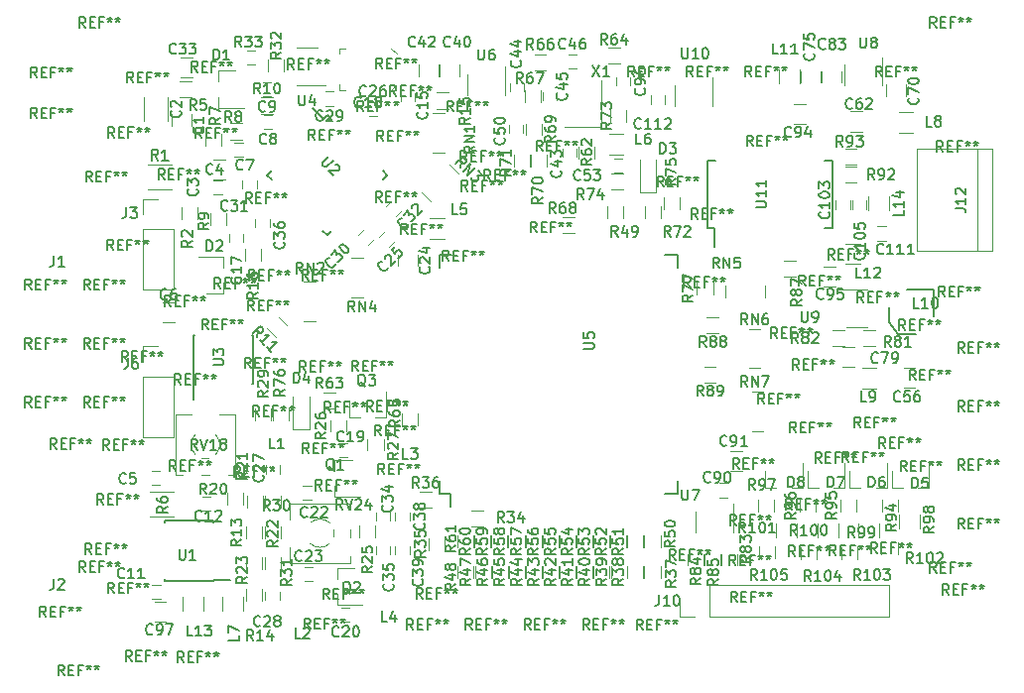
<source format=gto>
G04 #@! TF.GenerationSoftware,KiCad,Pcbnew,(2018-01-26 revision 0d532b43d)-makepkg*
G04 #@! TF.CreationDate,2018-03-25T19:56:31-04:00*
G04 #@! TF.ProjectId,osa103k,6F73613130336B2E6B696361645F7063,rev?*
G04 #@! TF.SameCoordinates,PX38974e0PY5c3d480*
G04 #@! TF.FileFunction,Legend,Top*
G04 #@! TF.FilePolarity,Positive*
%FSLAX46Y46*%
G04 Gerber Fmt 4.6, Leading zero omitted, Abs format (unit mm)*
G04 Created by KiCad (PCBNEW (2018-01-26 revision 0d532b43d)-makepkg) date 03/25/18 19:56:31*
%MOMM*%
%LPD*%
G01*
G04 APERTURE LIST*
%ADD10C,0.120000*%
%ADD11C,0.150000*%
G04 APERTURE END LIST*
D10*
X66260000Y44720000D02*
X67260000Y44720000D01*
X67260000Y43360000D02*
X66260000Y43360000D01*
X43180000Y37540000D02*
X42180000Y37540000D01*
X42180000Y38900000D02*
X43180000Y38900000D01*
X17937279Y30354386D02*
X18644386Y29647279D01*
X17682721Y28685614D02*
X16975614Y29392721D01*
X50910000Y49270000D02*
X50910000Y48570000D01*
X49710000Y48570000D02*
X49710000Y49270000D01*
X45510000Y46620000D02*
X45510000Y50620000D01*
X42360000Y46620000D02*
X45510000Y46620000D01*
D11*
X32635000Y15295000D02*
X32635000Y14195000D01*
X31635000Y35645000D02*
X31635000Y34570000D01*
X51985000Y35645000D02*
X51985000Y34570000D01*
X51985000Y15295000D02*
X51985000Y16370000D01*
X31635000Y15295000D02*
X31635000Y16370000D01*
X51985000Y15295000D02*
X50910000Y15295000D01*
X51985000Y35645000D02*
X50910000Y35645000D01*
X31635000Y35645000D02*
X32710000Y35645000D01*
X31635000Y15295000D02*
X32635000Y15295000D01*
X10685000Y24685000D02*
X10685000Y23285000D01*
X15785000Y24685000D02*
X15785000Y28835000D01*
X10635000Y24685000D02*
X10635000Y28835000D01*
X15785000Y24685000D02*
X15640000Y24685000D01*
X15785000Y28835000D02*
X15640000Y28835000D01*
X10635000Y28835000D02*
X10780000Y28835000D01*
X10635000Y24685000D02*
X10685000Y24685000D01*
X12385000Y7895000D02*
X13785000Y7895000D01*
X12385000Y12995000D02*
X8235000Y12995000D01*
X12385000Y7845000D02*
X8235000Y7845000D01*
X12385000Y12995000D02*
X12385000Y12850000D01*
X8235000Y12995000D02*
X8235000Y12850000D01*
X8235000Y7845000D02*
X8235000Y7990000D01*
X12385000Y7845000D02*
X12385000Y7895000D01*
D10*
X56460000Y17200000D02*
X57460000Y17200000D01*
X57460000Y18900000D02*
X56460000Y18900000D01*
X23930000Y21810000D02*
X24860000Y21810000D01*
X27090000Y21810000D02*
X26160000Y21810000D01*
X27090000Y21810000D02*
X27090000Y23970000D01*
X23930000Y21810000D02*
X23930000Y23270000D01*
X8810000Y47720000D02*
X8810000Y46720000D01*
X10510000Y46720000D02*
X10510000Y47720000D01*
X6440000Y49120000D02*
X6440000Y47120000D01*
X8480000Y47120000D02*
X8480000Y49120000D01*
X13110000Y40820000D02*
X12410000Y40820000D01*
X12410000Y42020000D02*
X13110000Y42020000D01*
X12350000Y42150000D02*
X13350000Y42150000D01*
X13350000Y43850000D02*
X12350000Y43850000D01*
X7130000Y17210000D02*
X7830000Y17210000D01*
X7830000Y16010000D02*
X7130000Y16010000D01*
X9060000Y31620000D02*
X8060000Y31620000D01*
X8060000Y29920000D02*
X9060000Y29920000D01*
X14185000Y45220000D02*
X14885000Y45220000D01*
X14885000Y44020000D02*
X14185000Y44020000D01*
X16685000Y47645000D02*
X17385000Y47645000D01*
X17385000Y46445000D02*
X16685000Y46445000D01*
X17300000Y49220000D02*
X16600000Y49220000D01*
X16600000Y50420000D02*
X17300000Y50420000D01*
X7160000Y7470000D02*
X7860000Y7470000D01*
X7860000Y6270000D02*
X7160000Y6270000D01*
X12130000Y13824000D02*
X11430000Y13824000D01*
X11430000Y15024000D02*
X12130000Y15024000D01*
X28385000Y48795000D02*
X28385000Y49495000D01*
X29585000Y49495000D02*
X29585000Y48795000D01*
X13710000Y36790000D02*
X13710000Y37490000D01*
X14910000Y37490000D02*
X14910000Y36790000D01*
X23100000Y53330000D02*
X23100000Y52830000D01*
X23100000Y53330000D02*
X23600000Y53330000D01*
X23100000Y49730000D02*
X23100000Y50230000D01*
X23100000Y49730000D02*
X23600000Y49730000D01*
X28000000Y52830000D02*
X27500000Y53330000D01*
X28000000Y50230000D02*
X27500000Y49730000D01*
X23110000Y19620000D02*
X23810000Y19620000D01*
X23810000Y18420000D02*
X23110000Y18420000D01*
X24000000Y4380000D02*
X23300000Y4380000D01*
X23300000Y5580000D02*
X24000000Y5580000D01*
X20730000Y14750000D02*
X20030000Y14750000D01*
X20030000Y15950000D02*
X20730000Y15950000D01*
X20130000Y9050000D02*
X20830000Y9050000D01*
X20830000Y7850000D02*
X20130000Y7850000D01*
X28110000Y35720000D02*
X28110000Y34720000D01*
X29810000Y34720000D02*
X29810000Y35720000D01*
X26488249Y37196777D02*
X26983223Y37691751D01*
X27831751Y36843223D02*
X27336777Y36348249D01*
X25620000Y48730000D02*
X26320000Y48730000D01*
X26320000Y47530000D02*
X25620000Y47530000D01*
X16860000Y16995000D02*
X16860000Y17695000D01*
X18060000Y17695000D02*
X18060000Y16995000D01*
X18000000Y6890000D02*
X18000000Y6190000D01*
X16800000Y6190000D02*
X16800000Y6890000D01*
X22610000Y48420000D02*
X21910000Y48420000D01*
X21910000Y49620000D02*
X22610000Y49620000D01*
X24738249Y37396777D02*
X25233223Y37891751D01*
X26081751Y37043223D02*
X25586777Y36548249D01*
X14860000Y41370000D02*
X14860000Y42070000D01*
X16060000Y42070000D02*
X16060000Y41370000D01*
X27138249Y39846777D02*
X27633223Y40341751D01*
X28481751Y39493223D02*
X27986777Y38998249D01*
X10560000Y52570000D02*
X9560000Y52570000D01*
X9560000Y50870000D02*
X10560000Y50870000D01*
X26260000Y13000000D02*
X26260000Y13700000D01*
X27460000Y13700000D02*
X27460000Y13000000D01*
X27470000Y10770000D02*
X27470000Y10070000D01*
X26270000Y10070000D02*
X26270000Y10770000D01*
X15960000Y38070000D02*
X15960000Y38770000D01*
X17160000Y38770000D02*
X17160000Y38070000D01*
X27900000Y12980000D02*
X27900000Y13680000D01*
X29100000Y13680000D02*
X29100000Y12980000D01*
X27900000Y10070000D02*
X27900000Y10770000D01*
X29100000Y10770000D02*
X29100000Y10070000D01*
X33385000Y50895000D02*
X33385000Y51895000D01*
X31685000Y51895000D02*
X31685000Y50895000D01*
X31585000Y50895000D02*
X31585000Y51895000D01*
X29885000Y51895000D02*
X29885000Y50895000D01*
X42170000Y44020000D02*
X42170000Y44720000D01*
X43370000Y44720000D02*
X43370000Y44020000D01*
X38870000Y50330000D02*
X38870000Y49630000D01*
X37670000Y49630000D02*
X37670000Y50330000D01*
X41650000Y49560000D02*
X41650000Y48860000D01*
X40450000Y48860000D02*
X40450000Y49560000D01*
X43340000Y51570000D02*
X42640000Y51570000D01*
X42640000Y52770000D02*
X43340000Y52770000D01*
X38770000Y46780000D02*
X38770000Y46080000D01*
X37570000Y46080000D02*
X37570000Y46780000D01*
X47260000Y42720000D02*
X46560000Y42720000D01*
X46560000Y43920000D02*
X47260000Y43920000D01*
X72260000Y26000000D02*
X71260000Y26000000D01*
X71260000Y24300000D02*
X72260000Y24300000D01*
X66750000Y46220000D02*
X67750000Y46220000D01*
X67750000Y47920000D02*
X66750000Y47920000D01*
X71440000Y49220000D02*
X71440000Y50220000D01*
X69740000Y50220000D02*
X69740000Y49220000D01*
X64190000Y50380000D02*
X64190000Y51380000D01*
X62490000Y51380000D02*
X62490000Y50380000D01*
X67030000Y27800000D02*
X66030000Y27800000D01*
X66030000Y26100000D02*
X67030000Y26100000D01*
X66000000Y50380000D02*
X66000000Y51380000D01*
X64300000Y51380000D02*
X64300000Y50380000D01*
X55510000Y16170000D02*
X56210000Y16170000D01*
X56210000Y14970000D02*
X55510000Y14970000D01*
X61920000Y46860000D02*
X62920000Y46860000D01*
X62920000Y48560000D02*
X61920000Y48560000D01*
X64480000Y32960000D02*
X65480000Y32960000D01*
X65480000Y34660000D02*
X64480000Y34660000D01*
X46730000Y50120000D02*
X46730000Y50820000D01*
X47930000Y50820000D02*
X47930000Y50120000D01*
X7335000Y4345000D02*
X8335000Y4345000D01*
X8335000Y6045000D02*
X7335000Y6045000D01*
X66685000Y40295000D02*
X66685000Y39595000D01*
X65485000Y39595000D02*
X65485000Y40295000D01*
X68060000Y40295000D02*
X68060000Y39595000D01*
X66860000Y39595000D02*
X66860000Y40295000D01*
X69740000Y36900000D02*
X69040000Y36900000D01*
X69040000Y38100000D02*
X69740000Y38100000D01*
X12800000Y51400000D02*
X14260000Y51400000D01*
X12800000Y48240000D02*
X14960000Y48240000D01*
X12800000Y48240000D02*
X12800000Y49170000D01*
X12800000Y51400000D02*
X12800000Y50470000D01*
X13220000Y32340000D02*
X11760000Y32340000D01*
X13220000Y35500000D02*
X11060000Y35500000D01*
X13220000Y35500000D02*
X13220000Y34570000D01*
X13220000Y32340000D02*
X13220000Y33270000D01*
X48750000Y41050000D02*
X48750000Y43850000D01*
X50150000Y41050000D02*
X50150000Y43850000D01*
X48750000Y41050000D02*
X50150000Y41050000D01*
X19150000Y20760000D02*
X20550000Y20760000D01*
X20550000Y20760000D02*
X20550000Y23560000D01*
X19150000Y20760000D02*
X19150000Y23560000D01*
X70280000Y15760000D02*
X70280000Y17220000D01*
X73440000Y15760000D02*
X73440000Y17920000D01*
X73440000Y15760000D02*
X72510000Y15760000D01*
X70280000Y15760000D02*
X71210000Y15760000D01*
X66680000Y15760000D02*
X67610000Y15760000D01*
X69840000Y15760000D02*
X68910000Y15760000D01*
X69840000Y15760000D02*
X69840000Y17920000D01*
X66680000Y15760000D02*
X66680000Y17220000D01*
X63080000Y15760000D02*
X63080000Y17220000D01*
X66240000Y15760000D02*
X66240000Y17920000D01*
X66240000Y15760000D02*
X65310000Y15760000D01*
X63080000Y15760000D02*
X64010000Y15760000D01*
X59480000Y15760000D02*
X59480000Y17220000D01*
X62640000Y15760000D02*
X62640000Y17920000D01*
X62640000Y15760000D02*
X61710000Y15760000D01*
X59480000Y15760000D02*
X60410000Y15760000D01*
X6330000Y32710000D02*
X8990000Y32710000D01*
X6330000Y37850000D02*
X6330000Y32710000D01*
X8990000Y37850000D02*
X8990000Y32710000D01*
X6330000Y37850000D02*
X8990000Y37850000D01*
X6330000Y39120000D02*
X6330000Y40450000D01*
X6330000Y40450000D02*
X7660000Y40450000D01*
X6330000Y27850000D02*
X7660000Y27850000D01*
X6330000Y26520000D02*
X6330000Y27850000D01*
X6330000Y25250000D02*
X8990000Y25250000D01*
X8990000Y25250000D02*
X8990000Y20110000D01*
X6330000Y25250000D02*
X6330000Y20110000D01*
X6330000Y20110000D02*
X8990000Y20110000D01*
X52130000Y4790000D02*
X52130000Y6120000D01*
X53460000Y4790000D02*
X52130000Y4790000D01*
X54730000Y4790000D02*
X54730000Y7450000D01*
X54730000Y7450000D02*
X70030000Y7450000D01*
X54730000Y4790000D02*
X70030000Y4790000D01*
X70030000Y4790000D02*
X70030000Y7450000D01*
X78830000Y36050000D02*
X72420000Y36050000D01*
X77600000Y44750000D02*
X77600000Y36050000D01*
X72420000Y44750000D02*
X78830000Y44750000D01*
X72420000Y36050000D02*
X72420000Y44750000D01*
X78830000Y36050000D02*
X78830000Y44750000D01*
X30860000Y38800000D02*
X32060000Y38800000D01*
X32060000Y37040000D02*
X30860000Y37040000D01*
X47360000Y44240000D02*
X46160000Y44240000D01*
X46160000Y46000000D02*
X47360000Y46000000D01*
X14890000Y6470000D02*
X14890000Y5270000D01*
X13130000Y5270000D02*
X13130000Y6470000D01*
X72040000Y46120000D02*
X70840000Y46120000D01*
X70840000Y47880000D02*
X72040000Y47880000D01*
X67750000Y26010000D02*
X68950000Y26010000D01*
X68950000Y24250000D02*
X67750000Y24250000D01*
D11*
X73810000Y32720000D02*
X71510000Y32720000D01*
X73810000Y30420000D02*
X73810000Y32720000D01*
X70810000Y28920000D02*
X70010000Y29920000D01*
X72310000Y28920000D02*
X70810000Y28920000D01*
X70010000Y29920000D02*
X70010000Y31220000D01*
D10*
X62410000Y51520000D02*
X62410000Y50320000D01*
X60650000Y50320000D02*
X60650000Y51520000D01*
X67540000Y34880000D02*
X66340000Y34880000D01*
X66340000Y36640000D02*
X67540000Y36640000D01*
X11490000Y6445000D02*
X11490000Y5245000D01*
X9730000Y5245000D02*
X9730000Y6445000D01*
X68280000Y39480000D02*
X68280000Y40680000D01*
X70040000Y40680000D02*
X70040000Y39480000D01*
X22720000Y18170000D02*
X22720000Y17240000D01*
X22720000Y15010000D02*
X22720000Y15940000D01*
X22720000Y15010000D02*
X24880000Y15010000D01*
X22720000Y18170000D02*
X24180000Y18170000D01*
X22910000Y8960000D02*
X22910000Y8030000D01*
X22910000Y5800000D02*
X22910000Y6730000D01*
X22910000Y5800000D02*
X25070000Y5800000D01*
X22910000Y8960000D02*
X24370000Y8960000D01*
X8810000Y41250000D02*
X6810000Y41250000D01*
X6810000Y43390000D02*
X8810000Y43390000D01*
X11040000Y39720000D02*
X11040000Y38720000D01*
X9680000Y38720000D02*
X9680000Y39720000D01*
X9510000Y50500000D02*
X10510000Y50500000D01*
X10510000Y49140000D02*
X9510000Y49140000D01*
X8960000Y13300000D02*
X6960000Y13300000D01*
X6960000Y15440000D02*
X8960000Y15440000D01*
X13015000Y46020000D02*
X13015000Y45020000D01*
X11655000Y45020000D02*
X11655000Y46020000D01*
X13835000Y46900000D02*
X14835000Y46900000D01*
X14835000Y45540000D02*
X13835000Y45540000D01*
X12080000Y38220000D02*
X12080000Y39220000D01*
X13440000Y39220000D02*
X13440000Y38220000D01*
X17435000Y47740000D02*
X16435000Y47740000D01*
X16435000Y49100000D02*
X17435000Y49100000D01*
X16490000Y12445000D02*
X16490000Y11445000D01*
X15130000Y11445000D02*
X15130000Y12445000D01*
X15130000Y6170000D02*
X15130000Y7170000D01*
X16490000Y7170000D02*
X16490000Y6170000D01*
X32460000Y48165000D02*
X31460000Y48165000D01*
X31460000Y49525000D02*
X32460000Y49525000D01*
X15080000Y35170000D02*
X15080000Y36170000D01*
X16440000Y36170000D02*
X16440000Y35170000D01*
X14930000Y15380000D02*
X14930000Y14380000D01*
X13570000Y14380000D02*
X13570000Y15380000D01*
X15230000Y14090000D02*
X15230000Y15090000D01*
X16590000Y15090000D02*
X16590000Y14090000D01*
X18100000Y12460000D02*
X18100000Y11460000D01*
X16740000Y11460000D02*
X16740000Y12460000D01*
X15130000Y8820000D02*
X15130000Y9820000D01*
X16490000Y9820000D02*
X16490000Y8820000D01*
X24790000Y11530000D02*
X24790000Y12530000D01*
X26150000Y12530000D02*
X26150000Y11530000D01*
X22330000Y20570000D02*
X22330000Y21570000D01*
X23690000Y21570000D02*
X23690000Y20570000D01*
X26890000Y19970000D02*
X26890000Y18970000D01*
X25530000Y18970000D02*
X25530000Y19970000D01*
X15930000Y21570000D02*
X15930000Y22570000D01*
X17290000Y22570000D02*
X17290000Y21570000D01*
X18115000Y15095000D02*
X18115000Y14095000D01*
X16755000Y14095000D02*
X16755000Y15095000D01*
X18100000Y9830000D02*
X18100000Y8830000D01*
X16740000Y8830000D02*
X16740000Y9830000D01*
X17000000Y51330000D02*
X17000000Y52330000D01*
X18360000Y52330000D02*
X18360000Y51330000D01*
X15210000Y53120000D02*
X15910000Y53120000D01*
X15910000Y51920000D02*
X15210000Y51920000D01*
X34360000Y13870000D02*
X35360000Y13870000D01*
X35360000Y12510000D02*
X34360000Y12510000D01*
X30700000Y10490000D02*
X30700000Y11490000D01*
X32060000Y11490000D02*
X32060000Y10490000D01*
X30980000Y14070000D02*
X29980000Y14070000D01*
X29980000Y15430000D02*
X30980000Y15430000D01*
X49155000Y8095000D02*
X49155000Y9095000D01*
X50515000Y9095000D02*
X50515000Y8095000D01*
X49065000Y9095000D02*
X49065000Y8095000D01*
X47705000Y8095000D02*
X47705000Y9095000D01*
X46280000Y8095000D02*
X46280000Y9095000D01*
X47640000Y9095000D02*
X47640000Y8095000D01*
X44830000Y8095000D02*
X44830000Y9095000D01*
X46190000Y9095000D02*
X46190000Y8095000D01*
X44740000Y9095000D02*
X44740000Y8095000D01*
X43380000Y8095000D02*
X43380000Y9095000D01*
X41930000Y8095000D02*
X41930000Y9095000D01*
X43290000Y9095000D02*
X43290000Y8095000D01*
X41840000Y9095000D02*
X41840000Y8095000D01*
X40480000Y8095000D02*
X40480000Y9095000D01*
X39030000Y8095000D02*
X39030000Y9095000D01*
X40390000Y9095000D02*
X40390000Y8095000D01*
X38940000Y9095000D02*
X38940000Y8095000D01*
X37580000Y8095000D02*
X37580000Y9095000D01*
X36130000Y8095000D02*
X36130000Y9095000D01*
X37490000Y9095000D02*
X37490000Y8095000D01*
X36040000Y9095000D02*
X36040000Y8095000D01*
X34680000Y8095000D02*
X34680000Y9095000D01*
X34590000Y9095000D02*
X34590000Y8095000D01*
X33230000Y8095000D02*
X33230000Y9095000D01*
X46010000Y38850000D02*
X46010000Y39850000D01*
X47370000Y39850000D02*
X47370000Y38850000D01*
X49155000Y10695000D02*
X49155000Y11695000D01*
X50515000Y11695000D02*
X50515000Y10695000D01*
X49065000Y11695000D02*
X49065000Y10695000D01*
X47705000Y10695000D02*
X47705000Y11695000D01*
X47615000Y11695000D02*
X47615000Y10695000D01*
X46255000Y10695000D02*
X46255000Y11695000D01*
X46165000Y11695000D02*
X46165000Y10695000D01*
X44805000Y10695000D02*
X44805000Y11695000D01*
X43355000Y10695000D02*
X43355000Y11695000D01*
X44715000Y11695000D02*
X44715000Y10695000D01*
X41905000Y10695000D02*
X41905000Y11695000D01*
X43265000Y11695000D02*
X43265000Y10695000D01*
X40455000Y10695000D02*
X40455000Y11695000D01*
X41815000Y11695000D02*
X41815000Y10695000D01*
X39005000Y10695000D02*
X39005000Y11695000D01*
X40365000Y11695000D02*
X40365000Y10695000D01*
X38915000Y11695000D02*
X38915000Y10695000D01*
X37555000Y10695000D02*
X37555000Y11695000D01*
X37465000Y11695000D02*
X37465000Y10695000D01*
X36105000Y10695000D02*
X36105000Y11695000D01*
X36015000Y11695000D02*
X36015000Y10695000D01*
X34655000Y10695000D02*
X34655000Y11695000D01*
X33230000Y10695000D02*
X33230000Y11695000D01*
X34590000Y11695000D02*
X34590000Y10695000D01*
X44880000Y44920000D02*
X44880000Y43920000D01*
X43520000Y43920000D02*
X43520000Y44920000D01*
X21760000Y23950000D02*
X22760000Y23950000D01*
X22760000Y22590000D02*
X21760000Y22590000D01*
X46060000Y53360000D02*
X47060000Y53360000D01*
X47060000Y52000000D02*
X46060000Y52000000D01*
X29840000Y22120000D02*
X29840000Y21120000D01*
X28480000Y21120000D02*
X28480000Y22120000D01*
X39770000Y52820000D02*
X40770000Y52820000D01*
X40770000Y51460000D02*
X39770000Y51460000D01*
X40350000Y49710000D02*
X40350000Y48710000D01*
X38990000Y48710000D02*
X38990000Y49710000D01*
X39010000Y45890000D02*
X39010000Y46890000D01*
X40370000Y46890000D02*
X40370000Y45890000D01*
X40830000Y44200000D02*
X40830000Y43200000D01*
X39470000Y43200000D02*
X39470000Y44200000D01*
X39360000Y44220000D02*
X39360000Y43220000D01*
X38000000Y43220000D02*
X38000000Y44220000D01*
X50550000Y39850000D02*
X50550000Y38850000D01*
X49190000Y38850000D02*
X49190000Y39850000D01*
X47570000Y48050000D02*
X47570000Y47050000D01*
X46210000Y47050000D02*
X46210000Y48050000D01*
X46360000Y42600000D02*
X47360000Y42600000D01*
X47360000Y41240000D02*
X46360000Y41240000D01*
X50810000Y39570000D02*
X50810000Y40570000D01*
X52170000Y40570000D02*
X52170000Y39570000D01*
X18840000Y22570000D02*
X18840000Y21570000D01*
X17480000Y21570000D02*
X17480000Y22570000D01*
X53640000Y32320000D02*
X53640000Y33320000D01*
X55000000Y33320000D02*
X55000000Y32320000D01*
X67810000Y29220000D02*
X68810000Y29220000D01*
X68810000Y27860000D02*
X67810000Y27860000D01*
X66230000Y27900000D02*
X65230000Y27900000D01*
X65230000Y29260000D02*
X66230000Y29260000D01*
X55755000Y9145000D02*
X55755000Y10145000D01*
X57115000Y10145000D02*
X57115000Y9145000D01*
X52855000Y9145000D02*
X52855000Y10145000D01*
X54215000Y10145000D02*
X54215000Y9145000D01*
X55665000Y10145000D02*
X55665000Y9145000D01*
X54305000Y9145000D02*
X54305000Y10145000D01*
X61080000Y35140000D02*
X62080000Y35140000D01*
X62080000Y33780000D02*
X61080000Y33780000D01*
X55485000Y29015000D02*
X54485000Y29015000D01*
X54485000Y30375000D02*
X55485000Y30375000D01*
X55250000Y24780000D02*
X54250000Y24780000D01*
X54250000Y26140000D02*
X55250000Y26140000D01*
X67260000Y41880000D02*
X66260000Y41880000D01*
X66260000Y43240000D02*
X67260000Y43240000D01*
X69400000Y13740000D02*
X69400000Y14740000D01*
X70760000Y14740000D02*
X70760000Y13740000D01*
X65900000Y13770000D02*
X65900000Y14770000D01*
X67260000Y14770000D02*
X67260000Y13770000D01*
X62430000Y13745000D02*
X62430000Y14745000D01*
X63790000Y14745000D02*
X63790000Y13745000D01*
X58880000Y13745000D02*
X58880000Y14745000D01*
X60240000Y14745000D02*
X60240000Y13745000D01*
X72650000Y13520000D02*
X72650000Y12320000D01*
X70890000Y12320000D02*
X70890000Y13520000D01*
X67380000Y11560000D02*
X67380000Y12760000D01*
X69140000Y12760000D02*
X69140000Y11560000D01*
X65680000Y12750000D02*
X65680000Y11550000D01*
X63920000Y11550000D02*
X63920000Y12750000D01*
X60380000Y11570000D02*
X60380000Y12770000D01*
X62140000Y12770000D02*
X62140000Y11570000D01*
X70750000Y11140000D02*
X70750000Y10140000D01*
X69390000Y10140000D02*
X69390000Y11140000D01*
X67290000Y10710000D02*
X67290000Y9710000D01*
X65930000Y9710000D02*
X65930000Y10710000D01*
X62470000Y9690000D02*
X62470000Y10690000D01*
X63830000Y10690000D02*
X63830000Y9690000D01*
X60265000Y10795000D02*
X60265000Y9795000D01*
X58905000Y9795000D02*
X58905000Y10795000D01*
X32110000Y47800000D02*
X31110000Y47800000D01*
X32110000Y44440000D02*
X31110000Y44440000D01*
X21110000Y30040000D02*
X20110000Y30040000D01*
X21110000Y33400000D02*
X20110000Y33400000D01*
X33251493Y42654386D02*
X32544386Y43361493D01*
X30875614Y40278507D02*
X30168507Y40985614D01*
X25160000Y35400000D02*
X24160000Y35400000D01*
X25160000Y32040000D02*
X24160000Y32040000D01*
X59415000Y32020000D02*
X59415000Y33020000D01*
X56055000Y32020000D02*
X56055000Y33020000D01*
X58060000Y29350000D02*
X59060000Y29350000D01*
X58060000Y25990000D02*
X59060000Y25990000D01*
X58310000Y23975000D02*
X59310000Y23975000D01*
X58310000Y20615000D02*
X59310000Y20615000D01*
X10483222Y19448806D02*
G75*
G02X10810000Y20300000I1216778J21194D01*
G01*
X12589364Y20289958D02*
G75*
G02X12580000Y18640000I-889364J-819958D01*
G01*
X12034851Y18311390D02*
G75*
G02X11370000Y18310000I-334851J1158610D01*
G01*
X10815062Y18644782D02*
G75*
G02X10490000Y19470000I884938J825218D01*
G01*
X9720000Y16910000D02*
X9140000Y16910000D01*
X12020000Y16910000D02*
X11380000Y16910000D01*
X14260000Y16910000D02*
X13680000Y16910000D01*
X10520000Y22030000D02*
X9140000Y22030000D01*
X14260000Y22030000D02*
X12880000Y22030000D01*
X9140000Y22030000D02*
X9140000Y16910000D01*
X14260000Y22030000D02*
X14260000Y16910000D01*
X18910000Y14470000D02*
X24030000Y14470000D01*
X18910000Y9350000D02*
X24030000Y9350000D01*
X18910000Y14470000D02*
X18910000Y13090000D01*
X18910000Y10730000D02*
X18910000Y9350000D01*
X24030000Y14470000D02*
X24030000Y13890000D01*
X24030000Y12230000D02*
X24030000Y11590000D01*
X24030000Y9930000D02*
X24030000Y9350000D01*
X22295218Y11025062D02*
G75*
G02X21470000Y10700000I-825218J884938D01*
G01*
X22628610Y12244851D02*
G75*
G02X22630000Y11580000I-1158610J-334851D01*
G01*
X20650042Y12799364D02*
G75*
G02X22300000Y12790000I819958J-889364D01*
G01*
X21491194Y10693222D02*
G75*
G02X20640000Y11020000I-21194J1216778D01*
G01*
D11*
X21766802Y47278326D02*
X20794530Y48250598D01*
X27211524Y42470000D02*
X26840293Y42841231D01*
X22085000Y37343476D02*
X21713769Y37714707D01*
X16958476Y42470000D02*
X17329707Y42098769D01*
X22085000Y47596524D02*
X22456231Y47225293D01*
X16958476Y42470000D02*
X17329707Y42841231D01*
X22085000Y37343476D02*
X22456231Y37714707D01*
X27211524Y42470000D02*
X26840293Y42098769D01*
X22085000Y47596524D02*
X21766802Y47278326D01*
D10*
X21250000Y53360000D02*
X19450000Y53360000D01*
X19450000Y50140000D02*
X21900000Y50140000D01*
X37270000Y49320000D02*
X37270000Y51770000D01*
X34050000Y51120000D02*
X34050000Y49320000D01*
X56770000Y11970000D02*
X56770000Y14420000D01*
X53550000Y13770000D02*
X53550000Y11970000D01*
X69470000Y50120000D02*
X69470000Y52570000D01*
X66250000Y51920000D02*
X66250000Y50120000D01*
X68160000Y32700000D02*
X65710000Y32700000D01*
X66360000Y29480000D02*
X68160000Y29480000D01*
X51750000Y50170000D02*
X51750000Y48370000D01*
X54970000Y48370000D02*
X54970000Y50820000D01*
D11*
X55110000Y37945000D02*
X55110000Y36345000D01*
X65185000Y37945000D02*
X65185000Y43695000D01*
X54535000Y37945000D02*
X54535000Y43695000D01*
X65185000Y37945000D02*
X64535000Y37945000D01*
X65185000Y43695000D02*
X64535000Y43695000D01*
X54535000Y43695000D02*
X55185000Y43695000D01*
X54535000Y37945000D02*
X55110000Y37945000D01*
X25977000Y22337858D02*
X25677000Y22766429D01*
X25462714Y22337858D02*
X25462714Y23237858D01*
X25805571Y23237858D01*
X25891285Y23195000D01*
X25934142Y23152143D01*
X25977000Y23066429D01*
X25977000Y22937858D01*
X25934142Y22852143D01*
X25891285Y22809286D01*
X25805571Y22766429D01*
X25462714Y22766429D01*
X26362714Y22809286D02*
X26662714Y22809286D01*
X26791285Y22337858D02*
X26362714Y22337858D01*
X26362714Y23237858D01*
X26791285Y23237858D01*
X27477000Y22809286D02*
X27177000Y22809286D01*
X27177000Y22337858D02*
X27177000Y23237858D01*
X27605571Y23237858D01*
X28077000Y23237858D02*
X28077000Y23023572D01*
X27862714Y23109286D02*
X28077000Y23023572D01*
X28291285Y23109286D01*
X27948428Y22852143D02*
X28077000Y23023572D01*
X28205571Y22852143D01*
X28762714Y23237858D02*
X28762714Y23023572D01*
X28548428Y23109286D02*
X28762714Y23023572D01*
X28977000Y23109286D01*
X28634142Y22852143D02*
X28762714Y23023572D01*
X28891285Y22852143D01*
X66071428Y44942858D02*
X65771428Y45371429D01*
X65557142Y44942858D02*
X65557142Y45842858D01*
X65900000Y45842858D01*
X65985714Y45800000D01*
X66028571Y45757143D01*
X66071428Y45671429D01*
X66071428Y45542858D01*
X66028571Y45457143D01*
X65985714Y45414286D01*
X65900000Y45371429D01*
X65557142Y45371429D01*
X66500000Y44942858D02*
X66671428Y44942858D01*
X66757142Y44985715D01*
X66800000Y45028572D01*
X66885714Y45157143D01*
X66928571Y45328572D01*
X66928571Y45671429D01*
X66885714Y45757143D01*
X66842857Y45800000D01*
X66757142Y45842858D01*
X66585714Y45842858D01*
X66500000Y45800000D01*
X66457142Y45757143D01*
X66414285Y45671429D01*
X66414285Y45457143D01*
X66457142Y45371429D01*
X66500000Y45328572D01*
X66585714Y45285715D01*
X66757142Y45285715D01*
X66842857Y45328572D01*
X66885714Y45371429D01*
X66928571Y45457143D01*
X67228571Y45842858D02*
X67785714Y45842858D01*
X67485714Y45500000D01*
X67614285Y45500000D01*
X67700000Y45457143D01*
X67742857Y45414286D01*
X67785714Y45328572D01*
X67785714Y45114286D01*
X67742857Y45028572D01*
X67700000Y44985715D01*
X67614285Y44942858D01*
X67357142Y44942858D01*
X67271428Y44985715D01*
X67228571Y45028572D01*
X34077000Y41137858D02*
X33777000Y41566429D01*
X33562714Y41137858D02*
X33562714Y42037858D01*
X33905571Y42037858D01*
X33991285Y41995000D01*
X34034142Y41952143D01*
X34077000Y41866429D01*
X34077000Y41737858D01*
X34034142Y41652143D01*
X33991285Y41609286D01*
X33905571Y41566429D01*
X33562714Y41566429D01*
X34462714Y41609286D02*
X34762714Y41609286D01*
X34891285Y41137858D02*
X34462714Y41137858D01*
X34462714Y42037858D01*
X34891285Y42037858D01*
X35577000Y41609286D02*
X35277000Y41609286D01*
X35277000Y41137858D02*
X35277000Y42037858D01*
X35705571Y42037858D01*
X36177000Y42037858D02*
X36177000Y41823572D01*
X35962714Y41909286D02*
X36177000Y41823572D01*
X36391285Y41909286D01*
X36048428Y41652143D02*
X36177000Y41823572D01*
X36305571Y41652143D01*
X36862714Y42037858D02*
X36862714Y41823572D01*
X36648428Y41909286D02*
X36862714Y41823572D01*
X37077000Y41909286D01*
X36734142Y41652143D02*
X36862714Y41823572D01*
X36991285Y41652143D01*
X62877000Y33037858D02*
X62577000Y33466429D01*
X62362714Y33037858D02*
X62362714Y33937858D01*
X62705571Y33937858D01*
X62791285Y33895000D01*
X62834142Y33852143D01*
X62877000Y33766429D01*
X62877000Y33637858D01*
X62834142Y33552143D01*
X62791285Y33509286D01*
X62705571Y33466429D01*
X62362714Y33466429D01*
X63262714Y33509286D02*
X63562714Y33509286D01*
X63691285Y33037858D02*
X63262714Y33037858D01*
X63262714Y33937858D01*
X63691285Y33937858D01*
X64377000Y33509286D02*
X64077000Y33509286D01*
X64077000Y33037858D02*
X64077000Y33937858D01*
X64505571Y33937858D01*
X64977000Y33937858D02*
X64977000Y33723572D01*
X64762714Y33809286D02*
X64977000Y33723572D01*
X65191285Y33809286D01*
X64848428Y33552143D02*
X64977000Y33723572D01*
X65105571Y33552143D01*
X65662714Y33937858D02*
X65662714Y33723572D01*
X65448428Y33809286D02*
X65662714Y33723572D01*
X65877000Y33809286D01*
X65534142Y33552143D02*
X65662714Y33723572D01*
X65791285Y33552143D01*
X32477000Y35137858D02*
X32177000Y35566429D01*
X31962714Y35137858D02*
X31962714Y36037858D01*
X32305571Y36037858D01*
X32391285Y35995000D01*
X32434142Y35952143D01*
X32477000Y35866429D01*
X32477000Y35737858D01*
X32434142Y35652143D01*
X32391285Y35609286D01*
X32305571Y35566429D01*
X31962714Y35566429D01*
X32862714Y35609286D02*
X33162714Y35609286D01*
X33291285Y35137858D02*
X32862714Y35137858D01*
X32862714Y36037858D01*
X33291285Y36037858D01*
X33977000Y35609286D02*
X33677000Y35609286D01*
X33677000Y35137858D02*
X33677000Y36037858D01*
X34105571Y36037858D01*
X34577000Y36037858D02*
X34577000Y35823572D01*
X34362714Y35909286D02*
X34577000Y35823572D01*
X34791285Y35909286D01*
X34448428Y35652143D02*
X34577000Y35823572D01*
X34705571Y35652143D01*
X35262714Y36037858D02*
X35262714Y35823572D01*
X35048428Y35909286D02*
X35262714Y35823572D01*
X35477000Y35909286D01*
X35134142Y35652143D02*
X35262714Y35823572D01*
X35391285Y35652143D01*
X59377000Y22937858D02*
X59077000Y23366429D01*
X58862714Y22937858D02*
X58862714Y23837858D01*
X59205571Y23837858D01*
X59291285Y23795000D01*
X59334142Y23752143D01*
X59377000Y23666429D01*
X59377000Y23537858D01*
X59334142Y23452143D01*
X59291285Y23409286D01*
X59205571Y23366429D01*
X58862714Y23366429D01*
X59762714Y23409286D02*
X60062714Y23409286D01*
X60191285Y22937858D02*
X59762714Y22937858D01*
X59762714Y23837858D01*
X60191285Y23837858D01*
X60877000Y23409286D02*
X60577000Y23409286D01*
X60577000Y22937858D02*
X60577000Y23837858D01*
X61005571Y23837858D01*
X61477000Y23837858D02*
X61477000Y23623572D01*
X61262714Y23709286D02*
X61477000Y23623572D01*
X61691285Y23709286D01*
X61348428Y23452143D02*
X61477000Y23623572D01*
X61605571Y23452143D01*
X62162714Y23837858D02*
X62162714Y23623572D01*
X61948428Y23709286D02*
X62162714Y23623572D01*
X62377000Y23709286D01*
X62034142Y23452143D02*
X62162714Y23623572D01*
X62291285Y23452143D01*
X32827000Y47937858D02*
X32527000Y48366429D01*
X32312714Y47937858D02*
X32312714Y48837858D01*
X32655571Y48837858D01*
X32741285Y48795000D01*
X32784142Y48752143D01*
X32827000Y48666429D01*
X32827000Y48537858D01*
X32784142Y48452143D01*
X32741285Y48409286D01*
X32655571Y48366429D01*
X32312714Y48366429D01*
X33212714Y48409286D02*
X33512714Y48409286D01*
X33641285Y47937858D02*
X33212714Y47937858D01*
X33212714Y48837858D01*
X33641285Y48837858D01*
X34327000Y48409286D02*
X34027000Y48409286D01*
X34027000Y47937858D02*
X34027000Y48837858D01*
X34455571Y48837858D01*
X34927000Y48837858D02*
X34927000Y48623572D01*
X34712714Y48709286D02*
X34927000Y48623572D01*
X35141285Y48709286D01*
X34798428Y48452143D02*
X34927000Y48623572D01*
X35055571Y48452143D01*
X35612714Y48837858D02*
X35612714Y48623572D01*
X35398428Y48709286D02*
X35612714Y48623572D01*
X35827000Y48709286D01*
X35484142Y48452143D02*
X35612714Y48623572D01*
X35741285Y48452143D01*
X27977000Y49237858D02*
X27677000Y49666429D01*
X27462714Y49237858D02*
X27462714Y50137858D01*
X27805571Y50137858D01*
X27891285Y50095000D01*
X27934142Y50052143D01*
X27977000Y49966429D01*
X27977000Y49837858D01*
X27934142Y49752143D01*
X27891285Y49709286D01*
X27805571Y49666429D01*
X27462714Y49666429D01*
X28362714Y49709286D02*
X28662714Y49709286D01*
X28791285Y49237858D02*
X28362714Y49237858D01*
X28362714Y50137858D01*
X28791285Y50137858D01*
X29477000Y49709286D02*
X29177000Y49709286D01*
X29177000Y49237858D02*
X29177000Y50137858D01*
X29605571Y50137858D01*
X30077000Y50137858D02*
X30077000Y49923572D01*
X29862714Y50009286D02*
X30077000Y49923572D01*
X30291285Y50009286D01*
X29948428Y49752143D02*
X30077000Y49923572D01*
X30205571Y49752143D01*
X30762714Y50137858D02*
X30762714Y49923572D01*
X30548428Y50009286D02*
X30762714Y49923572D01*
X30977000Y50009286D01*
X30634142Y49752143D02*
X30762714Y49923572D01*
X30891285Y49752143D01*
X26877000Y45387858D02*
X26577000Y45816429D01*
X26362714Y45387858D02*
X26362714Y46287858D01*
X26705571Y46287858D01*
X26791285Y46245000D01*
X26834142Y46202143D01*
X26877000Y46116429D01*
X26877000Y45987858D01*
X26834142Y45902143D01*
X26791285Y45859286D01*
X26705571Y45816429D01*
X26362714Y45816429D01*
X27262714Y45859286D02*
X27562714Y45859286D01*
X27691285Y45387858D02*
X27262714Y45387858D01*
X27262714Y46287858D01*
X27691285Y46287858D01*
X28377000Y45859286D02*
X28077000Y45859286D01*
X28077000Y45387858D02*
X28077000Y46287858D01*
X28505571Y46287858D01*
X28977000Y46287858D02*
X28977000Y46073572D01*
X28762714Y46159286D02*
X28977000Y46073572D01*
X29191285Y46159286D01*
X28848428Y45902143D02*
X28977000Y46073572D01*
X29105571Y45902143D01*
X29662714Y46287858D02*
X29662714Y46073572D01*
X29448428Y46159286D02*
X29662714Y46073572D01*
X29877000Y46159286D01*
X29534142Y45902143D02*
X29662714Y46073572D01*
X29791285Y45902143D01*
X9177000Y17237858D02*
X8877000Y17666429D01*
X8662714Y17237858D02*
X8662714Y18137858D01*
X9005571Y18137858D01*
X9091285Y18095000D01*
X9134142Y18052143D01*
X9177000Y17966429D01*
X9177000Y17837858D01*
X9134142Y17752143D01*
X9091285Y17709286D01*
X9005571Y17666429D01*
X8662714Y17666429D01*
X9562714Y17709286D02*
X9862714Y17709286D01*
X9991285Y17237858D02*
X9562714Y17237858D01*
X9562714Y18137858D01*
X9991285Y18137858D01*
X10677000Y17709286D02*
X10377000Y17709286D01*
X10377000Y17237858D02*
X10377000Y18137858D01*
X10805571Y18137858D01*
X11277000Y18137858D02*
X11277000Y17923572D01*
X11062714Y18009286D02*
X11277000Y17923572D01*
X11491285Y18009286D01*
X11148428Y17752143D02*
X11277000Y17923572D01*
X11405571Y17752143D01*
X11962714Y18137858D02*
X11962714Y17923572D01*
X11748428Y18009286D02*
X11962714Y17923572D01*
X12177000Y18009286D01*
X11834142Y17752143D02*
X11962714Y17923572D01*
X12091285Y17752143D01*
X22377000Y22237858D02*
X22077000Y22666429D01*
X21862714Y22237858D02*
X21862714Y23137858D01*
X22205571Y23137858D01*
X22291285Y23095000D01*
X22334142Y23052143D01*
X22377000Y22966429D01*
X22377000Y22837858D01*
X22334142Y22752143D01*
X22291285Y22709286D01*
X22205571Y22666429D01*
X21862714Y22666429D01*
X22762714Y22709286D02*
X23062714Y22709286D01*
X23191285Y22237858D02*
X22762714Y22237858D01*
X22762714Y23137858D01*
X23191285Y23137858D01*
X23877000Y22709286D02*
X23577000Y22709286D01*
X23577000Y22237858D02*
X23577000Y23137858D01*
X24005571Y23137858D01*
X24477000Y23137858D02*
X24477000Y22923572D01*
X24262714Y23009286D02*
X24477000Y22923572D01*
X24691285Y23009286D01*
X24348428Y22752143D02*
X24477000Y22923572D01*
X24605571Y22752143D01*
X25162714Y23137858D02*
X25162714Y22923572D01*
X24948428Y23009286D02*
X25162714Y22923572D01*
X25377000Y23009286D01*
X25034142Y22752143D02*
X25162714Y22923572D01*
X25291285Y22752143D01*
X26677000Y20237858D02*
X26377000Y20666429D01*
X26162714Y20237858D02*
X26162714Y21137858D01*
X26505571Y21137858D01*
X26591285Y21095000D01*
X26634142Y21052143D01*
X26677000Y20966429D01*
X26677000Y20837858D01*
X26634142Y20752143D01*
X26591285Y20709286D01*
X26505571Y20666429D01*
X26162714Y20666429D01*
X27062714Y20709286D02*
X27362714Y20709286D01*
X27491285Y20237858D02*
X27062714Y20237858D01*
X27062714Y21137858D01*
X27491285Y21137858D01*
X28177000Y20709286D02*
X27877000Y20709286D01*
X27877000Y20237858D02*
X27877000Y21137858D01*
X28305571Y21137858D01*
X28777000Y21137858D02*
X28777000Y20923572D01*
X28562714Y21009286D02*
X28777000Y20923572D01*
X28991285Y21009286D01*
X28648428Y20752143D02*
X28777000Y20923572D01*
X28905571Y20752143D01*
X29462714Y21137858D02*
X29462714Y20923572D01*
X29248428Y21009286D02*
X29462714Y20923572D01*
X29677000Y21009286D01*
X29334142Y20752143D02*
X29462714Y20923572D01*
X29591285Y20752143D01*
X72277000Y24987858D02*
X71977000Y25416429D01*
X71762714Y24987858D02*
X71762714Y25887858D01*
X72105571Y25887858D01*
X72191285Y25845000D01*
X72234142Y25802143D01*
X72277000Y25716429D01*
X72277000Y25587858D01*
X72234142Y25502143D01*
X72191285Y25459286D01*
X72105571Y25416429D01*
X71762714Y25416429D01*
X72662714Y25459286D02*
X72962714Y25459286D01*
X73091285Y24987858D02*
X72662714Y24987858D01*
X72662714Y25887858D01*
X73091285Y25887858D01*
X73777000Y25459286D02*
X73477000Y25459286D01*
X73477000Y24987858D02*
X73477000Y25887858D01*
X73905571Y25887858D01*
X74377000Y25887858D02*
X74377000Y25673572D01*
X74162714Y25759286D02*
X74377000Y25673572D01*
X74591285Y25759286D01*
X74248428Y25502143D02*
X74377000Y25673572D01*
X74505571Y25502143D01*
X75062714Y25887858D02*
X75062714Y25673572D01*
X74848428Y25759286D02*
X75062714Y25673572D01*
X75277000Y25759286D01*
X74934142Y25502143D02*
X75062714Y25673572D01*
X75191285Y25502143D01*
X5077000Y26537858D02*
X4777000Y26966429D01*
X4562714Y26537858D02*
X4562714Y27437858D01*
X4905571Y27437858D01*
X4991285Y27395000D01*
X5034142Y27352143D01*
X5077000Y27266429D01*
X5077000Y27137858D01*
X5034142Y27052143D01*
X4991285Y27009286D01*
X4905571Y26966429D01*
X4562714Y26966429D01*
X5462714Y27009286D02*
X5762714Y27009286D01*
X5891285Y26537858D02*
X5462714Y26537858D01*
X5462714Y27437858D01*
X5891285Y27437858D01*
X6577000Y27009286D02*
X6277000Y27009286D01*
X6277000Y26537858D02*
X6277000Y27437858D01*
X6705571Y27437858D01*
X7177000Y27437858D02*
X7177000Y27223572D01*
X6962714Y27309286D02*
X7177000Y27223572D01*
X7391285Y27309286D01*
X7048428Y27052143D02*
X7177000Y27223572D01*
X7305571Y27052143D01*
X7862714Y27437858D02*
X7862714Y27223572D01*
X7648428Y27309286D02*
X7862714Y27223572D01*
X8077000Y27309286D01*
X7734142Y27052143D02*
X7862714Y27223572D01*
X7991285Y27052143D01*
X8727000Y31287858D02*
X8427000Y31716429D01*
X8212714Y31287858D02*
X8212714Y32187858D01*
X8555571Y32187858D01*
X8641285Y32145000D01*
X8684142Y32102143D01*
X8727000Y32016429D01*
X8727000Y31887858D01*
X8684142Y31802143D01*
X8641285Y31759286D01*
X8555571Y31716429D01*
X8212714Y31716429D01*
X9112714Y31759286D02*
X9412714Y31759286D01*
X9541285Y31287858D02*
X9112714Y31287858D01*
X9112714Y32187858D01*
X9541285Y32187858D01*
X10227000Y31759286D02*
X9927000Y31759286D01*
X9927000Y31287858D02*
X9927000Y32187858D01*
X10355571Y32187858D01*
X10827000Y32187858D02*
X10827000Y31973572D01*
X10612714Y32059286D02*
X10827000Y31973572D01*
X11041285Y32059286D01*
X10698428Y31802143D02*
X10827000Y31973572D01*
X10955571Y31802143D01*
X11512714Y32187858D02*
X11512714Y31973572D01*
X11298428Y32059286D02*
X11512714Y31973572D01*
X11727000Y32059286D01*
X11384142Y31802143D02*
X11512714Y31973572D01*
X11641285Y31802143D01*
X3827000Y36087858D02*
X3527000Y36516429D01*
X3312714Y36087858D02*
X3312714Y36987858D01*
X3655571Y36987858D01*
X3741285Y36945000D01*
X3784142Y36902143D01*
X3827000Y36816429D01*
X3827000Y36687858D01*
X3784142Y36602143D01*
X3741285Y36559286D01*
X3655571Y36516429D01*
X3312714Y36516429D01*
X4212714Y36559286D02*
X4512714Y36559286D01*
X4641285Y36087858D02*
X4212714Y36087858D01*
X4212714Y36987858D01*
X4641285Y36987858D01*
X5327000Y36559286D02*
X5027000Y36559286D01*
X5027000Y36087858D02*
X5027000Y36987858D01*
X5455571Y36987858D01*
X5927000Y36987858D02*
X5927000Y36773572D01*
X5712714Y36859286D02*
X5927000Y36773572D01*
X6141285Y36859286D01*
X5798428Y36602143D02*
X5927000Y36773572D01*
X6055571Y36602143D01*
X6612714Y36987858D02*
X6612714Y36773572D01*
X6398428Y36859286D02*
X6612714Y36773572D01*
X6827000Y36859286D01*
X6484142Y36602143D02*
X6612714Y36773572D01*
X6741285Y36602143D01*
X74050000Y55092858D02*
X73750000Y55521429D01*
X73535714Y55092858D02*
X73535714Y55992858D01*
X73878571Y55992858D01*
X73964285Y55950000D01*
X74007142Y55907143D01*
X74050000Y55821429D01*
X74050000Y55692858D01*
X74007142Y55607143D01*
X73964285Y55564286D01*
X73878571Y55521429D01*
X73535714Y55521429D01*
X74435714Y55564286D02*
X74735714Y55564286D01*
X74864285Y55092858D02*
X74435714Y55092858D01*
X74435714Y55992858D01*
X74864285Y55992858D01*
X75550000Y55564286D02*
X75250000Y55564286D01*
X75250000Y55092858D02*
X75250000Y55992858D01*
X75678571Y55992858D01*
X76150000Y55992858D02*
X76150000Y55778572D01*
X75935714Y55864286D02*
X76150000Y55778572D01*
X76364285Y55864286D01*
X76021428Y55607143D02*
X76150000Y55778572D01*
X76278571Y55607143D01*
X76835714Y55992858D02*
X76835714Y55778572D01*
X76621428Y55864286D02*
X76835714Y55778572D01*
X77050000Y55864286D01*
X76707142Y55607143D02*
X76835714Y55778572D01*
X76964285Y55607143D01*
X74050000Y8542858D02*
X73750000Y8971429D01*
X73535714Y8542858D02*
X73535714Y9442858D01*
X73878571Y9442858D01*
X73964285Y9400000D01*
X74007142Y9357143D01*
X74050000Y9271429D01*
X74050000Y9142858D01*
X74007142Y9057143D01*
X73964285Y9014286D01*
X73878571Y8971429D01*
X73535714Y8971429D01*
X74435714Y9014286D02*
X74735714Y9014286D01*
X74864285Y8542858D02*
X74435714Y8542858D01*
X74435714Y9442858D01*
X74864285Y9442858D01*
X75550000Y9014286D02*
X75250000Y9014286D01*
X75250000Y8542858D02*
X75250000Y9442858D01*
X75678571Y9442858D01*
X76150000Y9442858D02*
X76150000Y9228572D01*
X75935714Y9314286D02*
X76150000Y9228572D01*
X76364285Y9314286D01*
X76021428Y9057143D02*
X76150000Y9228572D01*
X76278571Y9057143D01*
X76835714Y9442858D02*
X76835714Y9228572D01*
X76621428Y9314286D02*
X76835714Y9228572D01*
X77050000Y9314286D01*
X76707142Y9057143D02*
X76835714Y9228572D01*
X76964285Y9057143D01*
X1450000Y55092858D02*
X1150000Y55521429D01*
X935714Y55092858D02*
X935714Y55992858D01*
X1278571Y55992858D01*
X1364285Y55950000D01*
X1407142Y55907143D01*
X1450000Y55821429D01*
X1450000Y55692858D01*
X1407142Y55607143D01*
X1364285Y55564286D01*
X1278571Y55521429D01*
X935714Y55521429D01*
X1835714Y55564286D02*
X2135714Y55564286D01*
X2264285Y55092858D02*
X1835714Y55092858D01*
X1835714Y55992858D01*
X2264285Y55992858D01*
X2950000Y55564286D02*
X2650000Y55564286D01*
X2650000Y55092858D02*
X2650000Y55992858D01*
X3078571Y55992858D01*
X3550000Y55992858D02*
X3550000Y55778572D01*
X3335714Y55864286D02*
X3550000Y55778572D01*
X3764285Y55864286D01*
X3421428Y55607143D02*
X3550000Y55778572D01*
X3678571Y55607143D01*
X4235714Y55992858D02*
X4235714Y55778572D01*
X4021428Y55864286D02*
X4235714Y55778572D01*
X4450000Y55864286D01*
X4107142Y55607143D02*
X4235714Y55778572D01*
X4364285Y55607143D01*
X41571428Y39242858D02*
X41271428Y39671429D01*
X41057142Y39242858D02*
X41057142Y40142858D01*
X41400000Y40142858D01*
X41485714Y40100000D01*
X41528571Y40057143D01*
X41571428Y39971429D01*
X41571428Y39842858D01*
X41528571Y39757143D01*
X41485714Y39714286D01*
X41400000Y39671429D01*
X41057142Y39671429D01*
X42342857Y40142858D02*
X42171428Y40142858D01*
X42085714Y40100000D01*
X42042857Y40057143D01*
X41957142Y39928572D01*
X41914285Y39757143D01*
X41914285Y39414286D01*
X41957142Y39328572D01*
X42000000Y39285715D01*
X42085714Y39242858D01*
X42257142Y39242858D01*
X42342857Y39285715D01*
X42385714Y39328572D01*
X42428571Y39414286D01*
X42428571Y39628572D01*
X42385714Y39714286D01*
X42342857Y39757143D01*
X42257142Y39800000D01*
X42085714Y39800000D01*
X42000000Y39757143D01*
X41957142Y39714286D01*
X41914285Y39628572D01*
X42942857Y39757143D02*
X42857142Y39800000D01*
X42814285Y39842858D01*
X42771428Y39928572D01*
X42771428Y39971429D01*
X42814285Y40057143D01*
X42857142Y40100000D01*
X42942857Y40142858D01*
X43114285Y40142858D01*
X43200000Y40100000D01*
X43242857Y40057143D01*
X43285714Y39971429D01*
X43285714Y39928572D01*
X43242857Y39842858D01*
X43200000Y39800000D01*
X43114285Y39757143D01*
X42942857Y39757143D01*
X42857142Y39714286D01*
X42814285Y39671429D01*
X42771428Y39585715D01*
X42771428Y39414286D01*
X42814285Y39328572D01*
X42857142Y39285715D01*
X42942857Y39242858D01*
X43114285Y39242858D01*
X43200000Y39285715D01*
X43242857Y39328572D01*
X43285714Y39414286D01*
X43285714Y39585715D01*
X43242857Y39671429D01*
X43200000Y39714286D01*
X43114285Y39757143D01*
X16277000Y21877858D02*
X15977000Y22306429D01*
X15762714Y21877858D02*
X15762714Y22777858D01*
X16105571Y22777858D01*
X16191285Y22735000D01*
X16234142Y22692143D01*
X16277000Y22606429D01*
X16277000Y22477858D01*
X16234142Y22392143D01*
X16191285Y22349286D01*
X16105571Y22306429D01*
X15762714Y22306429D01*
X16662714Y22349286D02*
X16962714Y22349286D01*
X17091285Y21877858D02*
X16662714Y21877858D01*
X16662714Y22777858D01*
X17091285Y22777858D01*
X17777000Y22349286D02*
X17477000Y22349286D01*
X17477000Y21877858D02*
X17477000Y22777858D01*
X17905571Y22777858D01*
X18377000Y22777858D02*
X18377000Y22563572D01*
X18162714Y22649286D02*
X18377000Y22563572D01*
X18591285Y22649286D01*
X18248428Y22392143D02*
X18377000Y22563572D01*
X18505571Y22392143D01*
X19062714Y22777858D02*
X19062714Y22563572D01*
X18848428Y22649286D02*
X19062714Y22563572D01*
X19277000Y22649286D01*
X18934142Y22392143D02*
X19062714Y22563572D01*
X19191285Y22392143D01*
X26967000Y16937858D02*
X26667000Y17366429D01*
X26452714Y16937858D02*
X26452714Y17837858D01*
X26795571Y17837858D01*
X26881285Y17795000D01*
X26924142Y17752143D01*
X26967000Y17666429D01*
X26967000Y17537858D01*
X26924142Y17452143D01*
X26881285Y17409286D01*
X26795571Y17366429D01*
X26452714Y17366429D01*
X27352714Y17409286D02*
X27652714Y17409286D01*
X27781285Y16937858D02*
X27352714Y16937858D01*
X27352714Y17837858D01*
X27781285Y17837858D01*
X28467000Y17409286D02*
X28167000Y17409286D01*
X28167000Y16937858D02*
X28167000Y17837858D01*
X28595571Y17837858D01*
X29067000Y17837858D02*
X29067000Y17623572D01*
X28852714Y17709286D02*
X29067000Y17623572D01*
X29281285Y17709286D01*
X28938428Y17452143D02*
X29067000Y17623572D01*
X29195571Y17452143D01*
X29752714Y17837858D02*
X29752714Y17623572D01*
X29538428Y17709286D02*
X29752714Y17623572D01*
X29967000Y17709286D01*
X29624142Y17452143D02*
X29752714Y17623572D01*
X29881285Y17452143D01*
X11937000Y29307858D02*
X11637000Y29736429D01*
X11422714Y29307858D02*
X11422714Y30207858D01*
X11765571Y30207858D01*
X11851285Y30165000D01*
X11894142Y30122143D01*
X11937000Y30036429D01*
X11937000Y29907858D01*
X11894142Y29822143D01*
X11851285Y29779286D01*
X11765571Y29736429D01*
X11422714Y29736429D01*
X12322714Y29779286D02*
X12622714Y29779286D01*
X12751285Y29307858D02*
X12322714Y29307858D01*
X12322714Y30207858D01*
X12751285Y30207858D01*
X13437000Y29779286D02*
X13137000Y29779286D01*
X13137000Y29307858D02*
X13137000Y30207858D01*
X13565571Y30207858D01*
X14037000Y30207858D02*
X14037000Y29993572D01*
X13822714Y30079286D02*
X14037000Y29993572D01*
X14251285Y30079286D01*
X13908428Y29822143D02*
X14037000Y29993572D01*
X14165571Y29822143D01*
X14722714Y30207858D02*
X14722714Y29993572D01*
X14508428Y30079286D02*
X14722714Y29993572D01*
X14937000Y30079286D01*
X14594142Y29822143D02*
X14722714Y29993572D01*
X14851285Y29822143D01*
X9617000Y24587858D02*
X9317000Y25016429D01*
X9102714Y24587858D02*
X9102714Y25487858D01*
X9445571Y25487858D01*
X9531285Y25445000D01*
X9574142Y25402143D01*
X9617000Y25316429D01*
X9617000Y25187858D01*
X9574142Y25102143D01*
X9531285Y25059286D01*
X9445571Y25016429D01*
X9102714Y25016429D01*
X10002714Y25059286D02*
X10302714Y25059286D01*
X10431285Y24587858D02*
X10002714Y24587858D01*
X10002714Y25487858D01*
X10431285Y25487858D01*
X11117000Y25059286D02*
X10817000Y25059286D01*
X10817000Y24587858D02*
X10817000Y25487858D01*
X11245571Y25487858D01*
X11717000Y25487858D02*
X11717000Y25273572D01*
X11502714Y25359286D02*
X11717000Y25273572D01*
X11931285Y25359286D01*
X11588428Y25102143D02*
X11717000Y25273572D01*
X11845571Y25102143D01*
X12402714Y25487858D02*
X12402714Y25273572D01*
X12188428Y25359286D02*
X12402714Y25273572D01*
X12617000Y25359286D01*
X12274142Y25102143D02*
X12402714Y25273572D01*
X12531285Y25102143D01*
X57237000Y17397858D02*
X56937000Y17826429D01*
X56722714Y17397858D02*
X56722714Y18297858D01*
X57065571Y18297858D01*
X57151285Y18255000D01*
X57194142Y18212143D01*
X57237000Y18126429D01*
X57237000Y17997858D01*
X57194142Y17912143D01*
X57151285Y17869286D01*
X57065571Y17826429D01*
X56722714Y17826429D01*
X57622714Y17869286D02*
X57922714Y17869286D01*
X58051285Y17397858D02*
X57622714Y17397858D01*
X57622714Y18297858D01*
X58051285Y18297858D01*
X58737000Y17869286D02*
X58437000Y17869286D01*
X58437000Y17397858D02*
X58437000Y18297858D01*
X58865571Y18297858D01*
X59337000Y18297858D02*
X59337000Y18083572D01*
X59122714Y18169286D02*
X59337000Y18083572D01*
X59551285Y18169286D01*
X59208428Y17912143D02*
X59337000Y18083572D01*
X59465571Y17912143D01*
X60022714Y18297858D02*
X60022714Y18083572D01*
X59808428Y18169286D02*
X60022714Y18083572D01*
X60237000Y18169286D01*
X59894142Y17912143D02*
X60022714Y18083572D01*
X60151285Y17912143D01*
X50777000Y41507858D02*
X50477000Y41936429D01*
X50262714Y41507858D02*
X50262714Y42407858D01*
X50605571Y42407858D01*
X50691285Y42365000D01*
X50734142Y42322143D01*
X50777000Y42236429D01*
X50777000Y42107858D01*
X50734142Y42022143D01*
X50691285Y41979286D01*
X50605571Y41936429D01*
X50262714Y41936429D01*
X51162714Y41979286D02*
X51462714Y41979286D01*
X51591285Y41507858D02*
X51162714Y41507858D01*
X51162714Y42407858D01*
X51591285Y42407858D01*
X52277000Y41979286D02*
X51977000Y41979286D01*
X51977000Y41507858D02*
X51977000Y42407858D01*
X52405571Y42407858D01*
X52877000Y42407858D02*
X52877000Y42193572D01*
X52662714Y42279286D02*
X52877000Y42193572D01*
X53091285Y42279286D01*
X52748428Y42022143D02*
X52877000Y42193572D01*
X53005571Y42022143D01*
X53562714Y42407858D02*
X53562714Y42193572D01*
X53348428Y42279286D02*
X53562714Y42193572D01*
X53777000Y42279286D01*
X53434142Y42022143D02*
X53562714Y42193572D01*
X53691285Y42022143D01*
X40457000Y44527858D02*
X40157000Y44956429D01*
X39942714Y44527858D02*
X39942714Y45427858D01*
X40285571Y45427858D01*
X40371285Y45385000D01*
X40414142Y45342143D01*
X40457000Y45256429D01*
X40457000Y45127858D01*
X40414142Y45042143D01*
X40371285Y44999286D01*
X40285571Y44956429D01*
X39942714Y44956429D01*
X40842714Y44999286D02*
X41142714Y44999286D01*
X41271285Y44527858D02*
X40842714Y44527858D01*
X40842714Y45427858D01*
X41271285Y45427858D01*
X41957000Y44999286D02*
X41657000Y44999286D01*
X41657000Y44527858D02*
X41657000Y45427858D01*
X42085571Y45427858D01*
X42557000Y45427858D02*
X42557000Y45213572D01*
X42342714Y45299286D02*
X42557000Y45213572D01*
X42771285Y45299286D01*
X42428428Y45042143D02*
X42557000Y45213572D01*
X42685571Y45042143D01*
X43242714Y45427858D02*
X43242714Y45213572D01*
X43028428Y45299286D02*
X43242714Y45213572D01*
X43457000Y45299286D01*
X43114142Y45042143D02*
X43242714Y45213572D01*
X43371285Y45042143D01*
X33997000Y43647858D02*
X33697000Y44076429D01*
X33482714Y43647858D02*
X33482714Y44547858D01*
X33825571Y44547858D01*
X33911285Y44505000D01*
X33954142Y44462143D01*
X33997000Y44376429D01*
X33997000Y44247858D01*
X33954142Y44162143D01*
X33911285Y44119286D01*
X33825571Y44076429D01*
X33482714Y44076429D01*
X34382714Y44119286D02*
X34682714Y44119286D01*
X34811285Y43647858D02*
X34382714Y43647858D01*
X34382714Y44547858D01*
X34811285Y44547858D01*
X35497000Y44119286D02*
X35197000Y44119286D01*
X35197000Y43647858D02*
X35197000Y44547858D01*
X35625571Y44547858D01*
X36097000Y44547858D02*
X36097000Y44333572D01*
X35882714Y44419286D02*
X36097000Y44333572D01*
X36311285Y44419286D01*
X35968428Y44162143D02*
X36097000Y44333572D01*
X36225571Y44162143D01*
X36782714Y44547858D02*
X36782714Y44333572D01*
X36568428Y44419286D02*
X36782714Y44333572D01*
X36997000Y44419286D01*
X36654142Y44162143D02*
X36782714Y44333572D01*
X36911285Y44162143D01*
X39967000Y37597858D02*
X39667000Y38026429D01*
X39452714Y37597858D02*
X39452714Y38497858D01*
X39795571Y38497858D01*
X39881285Y38455000D01*
X39924142Y38412143D01*
X39967000Y38326429D01*
X39967000Y38197858D01*
X39924142Y38112143D01*
X39881285Y38069286D01*
X39795571Y38026429D01*
X39452714Y38026429D01*
X40352714Y38069286D02*
X40652714Y38069286D01*
X40781285Y37597858D02*
X40352714Y37597858D01*
X40352714Y38497858D01*
X40781285Y38497858D01*
X41467000Y38069286D02*
X41167000Y38069286D01*
X41167000Y37597858D02*
X41167000Y38497858D01*
X41595571Y38497858D01*
X42067000Y38497858D02*
X42067000Y38283572D01*
X41852714Y38369286D02*
X42067000Y38283572D01*
X42281285Y38369286D01*
X41938428Y38112143D02*
X42067000Y38283572D01*
X42195571Y38112143D01*
X42752714Y38497858D02*
X42752714Y38283572D01*
X42538428Y38369286D02*
X42752714Y38283572D01*
X42967000Y38369286D01*
X42624142Y38112143D02*
X42752714Y38283572D01*
X42881285Y38112143D01*
X26747000Y40177858D02*
X26447000Y40606429D01*
X26232714Y40177858D02*
X26232714Y41077858D01*
X26575571Y41077858D01*
X26661285Y41035000D01*
X26704142Y40992143D01*
X26747000Y40906429D01*
X26747000Y40777858D01*
X26704142Y40692143D01*
X26661285Y40649286D01*
X26575571Y40606429D01*
X26232714Y40606429D01*
X27132714Y40649286D02*
X27432714Y40649286D01*
X27561285Y40177858D02*
X27132714Y40177858D01*
X27132714Y41077858D01*
X27561285Y41077858D01*
X28247000Y40649286D02*
X27947000Y40649286D01*
X27947000Y40177858D02*
X27947000Y41077858D01*
X28375571Y41077858D01*
X28847000Y41077858D02*
X28847000Y40863572D01*
X28632714Y40949286D02*
X28847000Y40863572D01*
X29061285Y40949286D01*
X28718428Y40692143D02*
X28847000Y40863572D01*
X28975571Y40692143D01*
X29532714Y41077858D02*
X29532714Y40863572D01*
X29318428Y40949286D02*
X29532714Y40863572D01*
X29747000Y40949286D01*
X29404142Y40692143D02*
X29532714Y40863572D01*
X29661285Y40692143D01*
X21037000Y45487858D02*
X20737000Y45916429D01*
X20522714Y45487858D02*
X20522714Y46387858D01*
X20865571Y46387858D01*
X20951285Y46345000D01*
X20994142Y46302143D01*
X21037000Y46216429D01*
X21037000Y46087858D01*
X20994142Y46002143D01*
X20951285Y45959286D01*
X20865571Y45916429D01*
X20522714Y45916429D01*
X21422714Y45959286D02*
X21722714Y45959286D01*
X21851285Y45487858D02*
X21422714Y45487858D01*
X21422714Y46387858D01*
X21851285Y46387858D01*
X22537000Y45959286D02*
X22237000Y45959286D01*
X22237000Y45487858D02*
X22237000Y46387858D01*
X22665571Y46387858D01*
X23137000Y46387858D02*
X23137000Y46173572D01*
X22922714Y46259286D02*
X23137000Y46173572D01*
X23351285Y46259286D01*
X23008428Y46002143D02*
X23137000Y46173572D01*
X23265571Y46002143D01*
X23822714Y46387858D02*
X23822714Y46173572D01*
X23608428Y46259286D02*
X23822714Y46173572D01*
X24037000Y46259286D01*
X23694142Y46002143D02*
X23822714Y46173572D01*
X23951285Y46002143D01*
X15657000Y40107858D02*
X15357000Y40536429D01*
X15142714Y40107858D02*
X15142714Y41007858D01*
X15485571Y41007858D01*
X15571285Y40965000D01*
X15614142Y40922143D01*
X15657000Y40836429D01*
X15657000Y40707858D01*
X15614142Y40622143D01*
X15571285Y40579286D01*
X15485571Y40536429D01*
X15142714Y40536429D01*
X16042714Y40579286D02*
X16342714Y40579286D01*
X16471285Y40107858D02*
X16042714Y40107858D01*
X16042714Y41007858D01*
X16471285Y41007858D01*
X17157000Y40579286D02*
X16857000Y40579286D01*
X16857000Y40107858D02*
X16857000Y41007858D01*
X17285571Y41007858D01*
X17757000Y41007858D02*
X17757000Y40793572D01*
X17542714Y40879286D02*
X17757000Y40793572D01*
X17971285Y40879286D01*
X17628428Y40622143D02*
X17757000Y40793572D01*
X17885571Y40622143D01*
X18442714Y41007858D02*
X18442714Y40793572D01*
X18228428Y40879286D02*
X18442714Y40793572D01*
X18657000Y40879286D01*
X18314142Y40622143D02*
X18442714Y40793572D01*
X18571285Y40622143D01*
X51797000Y9637858D02*
X51497000Y10066429D01*
X51282714Y9637858D02*
X51282714Y10537858D01*
X51625571Y10537858D01*
X51711285Y10495000D01*
X51754142Y10452143D01*
X51797000Y10366429D01*
X51797000Y10237858D01*
X51754142Y10152143D01*
X51711285Y10109286D01*
X51625571Y10066429D01*
X51282714Y10066429D01*
X52182714Y10109286D02*
X52482714Y10109286D01*
X52611285Y9637858D02*
X52182714Y9637858D01*
X52182714Y10537858D01*
X52611285Y10537858D01*
X53297000Y10109286D02*
X52997000Y10109286D01*
X52997000Y9637858D02*
X52997000Y10537858D01*
X53425571Y10537858D01*
X53897000Y10537858D02*
X53897000Y10323572D01*
X53682714Y10409286D02*
X53897000Y10323572D01*
X54111285Y10409286D01*
X53768428Y10152143D02*
X53897000Y10323572D01*
X54025571Y10152143D01*
X54582714Y10537858D02*
X54582714Y10323572D01*
X54368428Y10409286D02*
X54582714Y10323572D01*
X54797000Y10409286D01*
X54454142Y10152143D02*
X54582714Y10323572D01*
X54711285Y10152143D01*
X36027000Y42057858D02*
X35727000Y42486429D01*
X35512714Y42057858D02*
X35512714Y42957858D01*
X35855571Y42957858D01*
X35941285Y42915000D01*
X35984142Y42872143D01*
X36027000Y42786429D01*
X36027000Y42657858D01*
X35984142Y42572143D01*
X35941285Y42529286D01*
X35855571Y42486429D01*
X35512714Y42486429D01*
X36412714Y42529286D02*
X36712714Y42529286D01*
X36841285Y42057858D02*
X36412714Y42057858D01*
X36412714Y42957858D01*
X36841285Y42957858D01*
X37527000Y42529286D02*
X37227000Y42529286D01*
X37227000Y42057858D02*
X37227000Y42957858D01*
X37655571Y42957858D01*
X38127000Y42957858D02*
X38127000Y42743572D01*
X37912714Y42829286D02*
X38127000Y42743572D01*
X38341285Y42829286D01*
X37998428Y42572143D02*
X38127000Y42743572D01*
X38255571Y42572143D01*
X38812714Y42957858D02*
X38812714Y42743572D01*
X38598428Y42829286D02*
X38812714Y42743572D01*
X39027000Y42829286D01*
X38684142Y42572143D02*
X38812714Y42743572D01*
X38941285Y42572143D01*
X28927000Y37427858D02*
X28627000Y37856429D01*
X28412714Y37427858D02*
X28412714Y38327858D01*
X28755571Y38327858D01*
X28841285Y38285000D01*
X28884142Y38242143D01*
X28927000Y38156429D01*
X28927000Y38027858D01*
X28884142Y37942143D01*
X28841285Y37899286D01*
X28755571Y37856429D01*
X28412714Y37856429D01*
X29312714Y37899286D02*
X29612714Y37899286D01*
X29741285Y37427858D02*
X29312714Y37427858D01*
X29312714Y38327858D01*
X29741285Y38327858D01*
X30427000Y37899286D02*
X30127000Y37899286D01*
X30127000Y37427858D02*
X30127000Y38327858D01*
X30555571Y38327858D01*
X31027000Y38327858D02*
X31027000Y38113572D01*
X30812714Y38199286D02*
X31027000Y38113572D01*
X31241285Y38199286D01*
X30898428Y37942143D02*
X31027000Y38113572D01*
X31155571Y37942143D01*
X31712714Y38327858D02*
X31712714Y38113572D01*
X31498428Y38199286D02*
X31712714Y38113572D01*
X31927000Y38199286D01*
X31584142Y37942143D02*
X31712714Y38113572D01*
X31841285Y37942143D01*
X20477000Y33517858D02*
X20177000Y33946429D01*
X19962714Y33517858D02*
X19962714Y34417858D01*
X20305571Y34417858D01*
X20391285Y34375000D01*
X20434142Y34332143D01*
X20477000Y34246429D01*
X20477000Y34117858D01*
X20434142Y34032143D01*
X20391285Y33989286D01*
X20305571Y33946429D01*
X19962714Y33946429D01*
X20862714Y33989286D02*
X21162714Y33989286D01*
X21291285Y33517858D02*
X20862714Y33517858D01*
X20862714Y34417858D01*
X21291285Y34417858D01*
X21977000Y33989286D02*
X21677000Y33989286D01*
X21677000Y33517858D02*
X21677000Y34417858D01*
X22105571Y34417858D01*
X22577000Y34417858D02*
X22577000Y34203572D01*
X22362714Y34289286D02*
X22577000Y34203572D01*
X22791285Y34289286D01*
X22448428Y34032143D02*
X22577000Y34203572D01*
X22705571Y34032143D01*
X23262714Y34417858D02*
X23262714Y34203572D01*
X23048428Y34289286D02*
X23262714Y34203572D01*
X23477000Y34289286D01*
X23134142Y34032143D02*
X23262714Y34203572D01*
X23391285Y34032143D01*
X15897000Y33467858D02*
X15597000Y33896429D01*
X15382714Y33467858D02*
X15382714Y34367858D01*
X15725571Y34367858D01*
X15811285Y34325000D01*
X15854142Y34282143D01*
X15897000Y34196429D01*
X15897000Y34067858D01*
X15854142Y33982143D01*
X15811285Y33939286D01*
X15725571Y33896429D01*
X15382714Y33896429D01*
X16282714Y33939286D02*
X16582714Y33939286D01*
X16711285Y33467858D02*
X16282714Y33467858D01*
X16282714Y34367858D01*
X16711285Y34367858D01*
X17397000Y33939286D02*
X17097000Y33939286D01*
X17097000Y33467858D02*
X17097000Y34367858D01*
X17525571Y34367858D01*
X17997000Y34367858D02*
X17997000Y34153572D01*
X17782714Y34239286D02*
X17997000Y34153572D01*
X18211285Y34239286D01*
X17868428Y33982143D02*
X17997000Y34153572D01*
X18125571Y33982143D01*
X18682714Y34367858D02*
X18682714Y34153572D01*
X18468428Y34239286D02*
X18682714Y34153572D01*
X18897000Y34239286D01*
X18554142Y33982143D02*
X18682714Y34153572D01*
X18811285Y33982143D01*
X15837000Y30897858D02*
X15537000Y31326429D01*
X15322714Y30897858D02*
X15322714Y31797858D01*
X15665571Y31797858D01*
X15751285Y31755000D01*
X15794142Y31712143D01*
X15837000Y31626429D01*
X15837000Y31497858D01*
X15794142Y31412143D01*
X15751285Y31369286D01*
X15665571Y31326429D01*
X15322714Y31326429D01*
X16222714Y31369286D02*
X16522714Y31369286D01*
X16651285Y30897858D02*
X16222714Y30897858D01*
X16222714Y31797858D01*
X16651285Y31797858D01*
X17337000Y31369286D02*
X17037000Y31369286D01*
X17037000Y30897858D02*
X17037000Y31797858D01*
X17465571Y31797858D01*
X17937000Y31797858D02*
X17937000Y31583572D01*
X17722714Y31669286D02*
X17937000Y31583572D01*
X18151285Y31669286D01*
X17808428Y31412143D02*
X17937000Y31583572D01*
X18065571Y31412143D01*
X18622714Y31797858D02*
X18622714Y31583572D01*
X18408428Y31669286D02*
X18622714Y31583572D01*
X18837000Y31669286D01*
X18494142Y31412143D02*
X18622714Y31583572D01*
X18751285Y31412143D01*
X12997000Y32807858D02*
X12697000Y33236429D01*
X12482714Y32807858D02*
X12482714Y33707858D01*
X12825571Y33707858D01*
X12911285Y33665000D01*
X12954142Y33622143D01*
X12997000Y33536429D01*
X12997000Y33407858D01*
X12954142Y33322143D01*
X12911285Y33279286D01*
X12825571Y33236429D01*
X12482714Y33236429D01*
X13382714Y33279286D02*
X13682714Y33279286D01*
X13811285Y32807858D02*
X13382714Y32807858D01*
X13382714Y33707858D01*
X13811285Y33707858D01*
X14497000Y33279286D02*
X14197000Y33279286D01*
X14197000Y32807858D02*
X14197000Y33707858D01*
X14625571Y33707858D01*
X15097000Y33707858D02*
X15097000Y33493572D01*
X14882714Y33579286D02*
X15097000Y33493572D01*
X15311285Y33579286D01*
X14968428Y33322143D02*
X15097000Y33493572D01*
X15225571Y33322143D01*
X15782714Y33707858D02*
X15782714Y33493572D01*
X15568428Y33579286D02*
X15782714Y33493572D01*
X15997000Y33579286D01*
X15654142Y33322143D02*
X15782714Y33493572D01*
X15911285Y33322143D01*
X24727000Y25737858D02*
X24427000Y26166429D01*
X24212714Y25737858D02*
X24212714Y26637858D01*
X24555571Y26637858D01*
X24641285Y26595000D01*
X24684142Y26552143D01*
X24727000Y26466429D01*
X24727000Y26337858D01*
X24684142Y26252143D01*
X24641285Y26209286D01*
X24555571Y26166429D01*
X24212714Y26166429D01*
X25112714Y26209286D02*
X25412714Y26209286D01*
X25541285Y25737858D02*
X25112714Y25737858D01*
X25112714Y26637858D01*
X25541285Y26637858D01*
X26227000Y26209286D02*
X25927000Y26209286D01*
X25927000Y25737858D02*
X25927000Y26637858D01*
X26355571Y26637858D01*
X26827000Y26637858D02*
X26827000Y26423572D01*
X26612714Y26509286D02*
X26827000Y26423572D01*
X27041285Y26509286D01*
X26698428Y26252143D02*
X26827000Y26423572D01*
X26955571Y26252143D01*
X27512714Y26637858D02*
X27512714Y26423572D01*
X27298428Y26509286D02*
X27512714Y26423572D01*
X27727000Y26509286D01*
X27384142Y26252143D02*
X27512714Y26423572D01*
X27641285Y26252143D01*
X20277000Y25687858D02*
X19977000Y26116429D01*
X19762714Y25687858D02*
X19762714Y26587858D01*
X20105571Y26587858D01*
X20191285Y26545000D01*
X20234142Y26502143D01*
X20277000Y26416429D01*
X20277000Y26287858D01*
X20234142Y26202143D01*
X20191285Y26159286D01*
X20105571Y26116429D01*
X19762714Y26116429D01*
X20662714Y26159286D02*
X20962714Y26159286D01*
X21091285Y25687858D02*
X20662714Y25687858D01*
X20662714Y26587858D01*
X21091285Y26587858D01*
X21777000Y26159286D02*
X21477000Y26159286D01*
X21477000Y25687858D02*
X21477000Y26587858D01*
X21905571Y26587858D01*
X22377000Y26587858D02*
X22377000Y26373572D01*
X22162714Y26459286D02*
X22377000Y26373572D01*
X22591285Y26459286D01*
X22248428Y26202143D02*
X22377000Y26373572D01*
X22505571Y26202143D01*
X23062714Y26587858D02*
X23062714Y26373572D01*
X22848428Y26459286D02*
X23062714Y26373572D01*
X23277000Y26459286D01*
X22934142Y26202143D02*
X23062714Y26373572D01*
X23191285Y26202143D01*
X15577000Y25987858D02*
X15277000Y26416429D01*
X15062714Y25987858D02*
X15062714Y26887858D01*
X15405571Y26887858D01*
X15491285Y26845000D01*
X15534142Y26802143D01*
X15577000Y26716429D01*
X15577000Y26587858D01*
X15534142Y26502143D01*
X15491285Y26459286D01*
X15405571Y26416429D01*
X15062714Y26416429D01*
X15962714Y26459286D02*
X16262714Y26459286D01*
X16391285Y25987858D02*
X15962714Y25987858D01*
X15962714Y26887858D01*
X16391285Y26887858D01*
X17077000Y26459286D02*
X16777000Y26459286D01*
X16777000Y25987858D02*
X16777000Y26887858D01*
X17205571Y26887858D01*
X17677000Y26887858D02*
X17677000Y26673572D01*
X17462714Y26759286D02*
X17677000Y26673572D01*
X17891285Y26759286D01*
X17548428Y26502143D02*
X17677000Y26673572D01*
X17805571Y26502143D01*
X18362714Y26887858D02*
X18362714Y26673572D01*
X18148428Y26759286D02*
X18362714Y26673572D01*
X18577000Y26759286D01*
X18234142Y26502143D02*
X18362714Y26673572D01*
X18491285Y26502143D01*
X75127000Y6637858D02*
X74827000Y7066429D01*
X74612714Y6637858D02*
X74612714Y7537858D01*
X74955571Y7537858D01*
X75041285Y7495000D01*
X75084142Y7452143D01*
X75127000Y7366429D01*
X75127000Y7237858D01*
X75084142Y7152143D01*
X75041285Y7109286D01*
X74955571Y7066429D01*
X74612714Y7066429D01*
X75512714Y7109286D02*
X75812714Y7109286D01*
X75941285Y6637858D02*
X75512714Y6637858D01*
X75512714Y7537858D01*
X75941285Y7537858D01*
X76627000Y7109286D02*
X76327000Y7109286D01*
X76327000Y6637858D02*
X76327000Y7537858D01*
X76755571Y7537858D01*
X77227000Y7537858D02*
X77227000Y7323572D01*
X77012714Y7409286D02*
X77227000Y7323572D01*
X77441285Y7409286D01*
X77098428Y7152143D02*
X77227000Y7323572D01*
X77355571Y7152143D01*
X77912714Y7537858D02*
X77912714Y7323572D01*
X77698428Y7409286D02*
X77912714Y7323572D01*
X78127000Y7409286D01*
X77784142Y7152143D02*
X77912714Y7323572D01*
X78041285Y7152143D01*
X76437000Y12297858D02*
X76137000Y12726429D01*
X75922714Y12297858D02*
X75922714Y13197858D01*
X76265571Y13197858D01*
X76351285Y13155000D01*
X76394142Y13112143D01*
X76437000Y13026429D01*
X76437000Y12897858D01*
X76394142Y12812143D01*
X76351285Y12769286D01*
X76265571Y12726429D01*
X75922714Y12726429D01*
X76822714Y12769286D02*
X77122714Y12769286D01*
X77251285Y12297858D02*
X76822714Y12297858D01*
X76822714Y13197858D01*
X77251285Y13197858D01*
X77937000Y12769286D02*
X77637000Y12769286D01*
X77637000Y12297858D02*
X77637000Y13197858D01*
X78065571Y13197858D01*
X78537000Y13197858D02*
X78537000Y12983572D01*
X78322714Y13069286D02*
X78537000Y12983572D01*
X78751285Y13069286D01*
X78408428Y12812143D02*
X78537000Y12983572D01*
X78665571Y12812143D01*
X79222714Y13197858D02*
X79222714Y12983572D01*
X79008428Y13069286D02*
X79222714Y12983572D01*
X79437000Y13069286D01*
X79094142Y12812143D02*
X79222714Y12983572D01*
X79351285Y12812143D01*
X76437000Y17297858D02*
X76137000Y17726429D01*
X75922714Y17297858D02*
X75922714Y18197858D01*
X76265571Y18197858D01*
X76351285Y18155000D01*
X76394142Y18112143D01*
X76437000Y18026429D01*
X76437000Y17897858D01*
X76394142Y17812143D01*
X76351285Y17769286D01*
X76265571Y17726429D01*
X75922714Y17726429D01*
X76822714Y17769286D02*
X77122714Y17769286D01*
X77251285Y17297858D02*
X76822714Y17297858D01*
X76822714Y18197858D01*
X77251285Y18197858D01*
X77937000Y17769286D02*
X77637000Y17769286D01*
X77637000Y17297858D02*
X77637000Y18197858D01*
X78065571Y18197858D01*
X78537000Y18197858D02*
X78537000Y17983572D01*
X78322714Y18069286D02*
X78537000Y17983572D01*
X78751285Y18069286D01*
X78408428Y17812143D02*
X78537000Y17983572D01*
X78665571Y17812143D01*
X79222714Y18197858D02*
X79222714Y17983572D01*
X79008428Y18069286D02*
X79222714Y17983572D01*
X79437000Y18069286D01*
X79094142Y17812143D02*
X79222714Y17983572D01*
X79351285Y17812143D01*
X76437000Y22297858D02*
X76137000Y22726429D01*
X75922714Y22297858D02*
X75922714Y23197858D01*
X76265571Y23197858D01*
X76351285Y23155000D01*
X76394142Y23112143D01*
X76437000Y23026429D01*
X76437000Y22897858D01*
X76394142Y22812143D01*
X76351285Y22769286D01*
X76265571Y22726429D01*
X75922714Y22726429D01*
X76822714Y22769286D02*
X77122714Y22769286D01*
X77251285Y22297858D02*
X76822714Y22297858D01*
X76822714Y23197858D01*
X77251285Y23197858D01*
X77937000Y22769286D02*
X77637000Y22769286D01*
X77637000Y22297858D02*
X77637000Y23197858D01*
X78065571Y23197858D01*
X78537000Y23197858D02*
X78537000Y22983572D01*
X78322714Y23069286D02*
X78537000Y22983572D01*
X78751285Y23069286D01*
X78408428Y22812143D02*
X78537000Y22983572D01*
X78665571Y22812143D01*
X79222714Y23197858D02*
X79222714Y22983572D01*
X79008428Y23069286D02*
X79222714Y22983572D01*
X79437000Y23069286D01*
X79094142Y22812143D02*
X79222714Y22983572D01*
X79351285Y22812143D01*
X76437000Y27297858D02*
X76137000Y27726429D01*
X75922714Y27297858D02*
X75922714Y28197858D01*
X76265571Y28197858D01*
X76351285Y28155000D01*
X76394142Y28112143D01*
X76437000Y28026429D01*
X76437000Y27897858D01*
X76394142Y27812143D01*
X76351285Y27769286D01*
X76265571Y27726429D01*
X75922714Y27726429D01*
X76822714Y27769286D02*
X77122714Y27769286D01*
X77251285Y27297858D02*
X76822714Y27297858D01*
X76822714Y28197858D01*
X77251285Y28197858D01*
X77937000Y27769286D02*
X77637000Y27769286D01*
X77637000Y27297858D02*
X77637000Y28197858D01*
X78065571Y28197858D01*
X78537000Y28197858D02*
X78537000Y27983572D01*
X78322714Y28069286D02*
X78537000Y27983572D01*
X78751285Y28069286D01*
X78408428Y27812143D02*
X78537000Y27983572D01*
X78665571Y27812143D01*
X79222714Y28197858D02*
X79222714Y27983572D01*
X79008428Y28069286D02*
X79222714Y27983572D01*
X79437000Y28069286D01*
X79094142Y27812143D02*
X79222714Y27983572D01*
X79351285Y27812143D01*
X74777000Y32087858D02*
X74477000Y32516429D01*
X74262714Y32087858D02*
X74262714Y32987858D01*
X74605571Y32987858D01*
X74691285Y32945000D01*
X74734142Y32902143D01*
X74777000Y32816429D01*
X74777000Y32687858D01*
X74734142Y32602143D01*
X74691285Y32559286D01*
X74605571Y32516429D01*
X74262714Y32516429D01*
X75162714Y32559286D02*
X75462714Y32559286D01*
X75591285Y32087858D02*
X75162714Y32087858D01*
X75162714Y32987858D01*
X75591285Y32987858D01*
X76277000Y32559286D02*
X75977000Y32559286D01*
X75977000Y32087858D02*
X75977000Y32987858D01*
X76405571Y32987858D01*
X76877000Y32987858D02*
X76877000Y32773572D01*
X76662714Y32859286D02*
X76877000Y32773572D01*
X77091285Y32859286D01*
X76748428Y32602143D02*
X76877000Y32773572D01*
X77005571Y32602143D01*
X77562714Y32987858D02*
X77562714Y32773572D01*
X77348428Y32859286D02*
X77562714Y32773572D01*
X77777000Y32859286D01*
X77434142Y32602143D02*
X77562714Y32773572D01*
X77691285Y32602143D01*
X74627000Y44487858D02*
X74327000Y44916429D01*
X74112714Y44487858D02*
X74112714Y45387858D01*
X74455571Y45387858D01*
X74541285Y45345000D01*
X74584142Y45302143D01*
X74627000Y45216429D01*
X74627000Y45087858D01*
X74584142Y45002143D01*
X74541285Y44959286D01*
X74455571Y44916429D01*
X74112714Y44916429D01*
X75012714Y44959286D02*
X75312714Y44959286D01*
X75441285Y44487858D02*
X75012714Y44487858D01*
X75012714Y45387858D01*
X75441285Y45387858D01*
X76127000Y44959286D02*
X75827000Y44959286D01*
X75827000Y44487858D02*
X75827000Y45387858D01*
X76255571Y45387858D01*
X76727000Y45387858D02*
X76727000Y45173572D01*
X76512714Y45259286D02*
X76727000Y45173572D01*
X76941285Y45259286D01*
X76598428Y45002143D02*
X76727000Y45173572D01*
X76855571Y45002143D01*
X77412714Y45387858D02*
X77412714Y45173572D01*
X77198428Y45259286D02*
X77412714Y45173572D01*
X77627000Y45259286D01*
X77284142Y45002143D02*
X77412714Y45173572D01*
X77541285Y45002143D01*
X69427000Y50877858D02*
X69127000Y51306429D01*
X68912714Y50877858D02*
X68912714Y51777858D01*
X69255571Y51777858D01*
X69341285Y51735000D01*
X69384142Y51692143D01*
X69427000Y51606429D01*
X69427000Y51477858D01*
X69384142Y51392143D01*
X69341285Y51349286D01*
X69255571Y51306429D01*
X68912714Y51306429D01*
X69812714Y51349286D02*
X70112714Y51349286D01*
X70241285Y50877858D02*
X69812714Y50877858D01*
X69812714Y51777858D01*
X70241285Y51777858D01*
X70927000Y51349286D02*
X70627000Y51349286D01*
X70627000Y50877858D02*
X70627000Y51777858D01*
X71055571Y51777858D01*
X71527000Y51777858D02*
X71527000Y51563572D01*
X71312714Y51649286D02*
X71527000Y51563572D01*
X71741285Y51649286D01*
X71398428Y51392143D02*
X71527000Y51563572D01*
X71655571Y51392143D01*
X72212714Y51777858D02*
X72212714Y51563572D01*
X71998428Y51649286D02*
X72212714Y51563572D01*
X72427000Y51649286D01*
X72084142Y51392143D02*
X72212714Y51563572D01*
X72341285Y51392143D01*
X58297000Y50897858D02*
X57997000Y51326429D01*
X57782714Y50897858D02*
X57782714Y51797858D01*
X58125571Y51797858D01*
X58211285Y51755000D01*
X58254142Y51712143D01*
X58297000Y51626429D01*
X58297000Y51497858D01*
X58254142Y51412143D01*
X58211285Y51369286D01*
X58125571Y51326429D01*
X57782714Y51326429D01*
X58682714Y51369286D02*
X58982714Y51369286D01*
X59111285Y50897858D02*
X58682714Y50897858D01*
X58682714Y51797858D01*
X59111285Y51797858D01*
X59797000Y51369286D02*
X59497000Y51369286D01*
X59497000Y50897858D02*
X59497000Y51797858D01*
X59925571Y51797858D01*
X60397000Y51797858D02*
X60397000Y51583572D01*
X60182714Y51669286D02*
X60397000Y51583572D01*
X60611285Y51669286D01*
X60268428Y51412143D02*
X60397000Y51583572D01*
X60525571Y51412143D01*
X61082714Y51797858D02*
X61082714Y51583572D01*
X60868428Y51669286D02*
X61082714Y51583572D01*
X61297000Y51669286D01*
X60954142Y51412143D02*
X61082714Y51583572D01*
X61211285Y51412143D01*
X53297000Y50897858D02*
X52997000Y51326429D01*
X52782714Y50897858D02*
X52782714Y51797858D01*
X53125571Y51797858D01*
X53211285Y51755000D01*
X53254142Y51712143D01*
X53297000Y51626429D01*
X53297000Y51497858D01*
X53254142Y51412143D01*
X53211285Y51369286D01*
X53125571Y51326429D01*
X52782714Y51326429D01*
X53682714Y51369286D02*
X53982714Y51369286D01*
X54111285Y50897858D02*
X53682714Y50897858D01*
X53682714Y51797858D01*
X54111285Y51797858D01*
X54797000Y51369286D02*
X54497000Y51369286D01*
X54497000Y50897858D02*
X54497000Y51797858D01*
X54925571Y51797858D01*
X55397000Y51797858D02*
X55397000Y51583572D01*
X55182714Y51669286D02*
X55397000Y51583572D01*
X55611285Y51669286D01*
X55268428Y51412143D02*
X55397000Y51583572D01*
X55525571Y51412143D01*
X56082714Y51797858D02*
X56082714Y51583572D01*
X55868428Y51669286D02*
X56082714Y51583572D01*
X56297000Y51669286D01*
X55954142Y51412143D02*
X56082714Y51583572D01*
X56211285Y51412143D01*
X48297000Y50897858D02*
X47997000Y51326429D01*
X47782714Y50897858D02*
X47782714Y51797858D01*
X48125571Y51797858D01*
X48211285Y51755000D01*
X48254142Y51712143D01*
X48297000Y51626429D01*
X48297000Y51497858D01*
X48254142Y51412143D01*
X48211285Y51369286D01*
X48125571Y51326429D01*
X47782714Y51326429D01*
X48682714Y51369286D02*
X48982714Y51369286D01*
X49111285Y50897858D02*
X48682714Y50897858D01*
X48682714Y51797858D01*
X49111285Y51797858D01*
X49797000Y51369286D02*
X49497000Y51369286D01*
X49497000Y50897858D02*
X49497000Y51797858D01*
X49925571Y51797858D01*
X50397000Y51797858D02*
X50397000Y51583572D01*
X50182714Y51669286D02*
X50397000Y51583572D01*
X50611285Y51669286D01*
X50268428Y51412143D02*
X50397000Y51583572D01*
X50525571Y51412143D01*
X51082714Y51797858D02*
X51082714Y51583572D01*
X50868428Y51669286D02*
X51082714Y51583572D01*
X51297000Y51669286D01*
X50954142Y51412143D02*
X51082714Y51583572D01*
X51211285Y51412143D01*
X58397000Y44977858D02*
X58097000Y45406429D01*
X57882714Y44977858D02*
X57882714Y45877858D01*
X58225571Y45877858D01*
X58311285Y45835000D01*
X58354142Y45792143D01*
X58397000Y45706429D01*
X58397000Y45577858D01*
X58354142Y45492143D01*
X58311285Y45449286D01*
X58225571Y45406429D01*
X57882714Y45406429D01*
X58782714Y45449286D02*
X59082714Y45449286D01*
X59211285Y44977858D02*
X58782714Y44977858D01*
X58782714Y45877858D01*
X59211285Y45877858D01*
X59897000Y45449286D02*
X59597000Y45449286D01*
X59597000Y44977858D02*
X59597000Y45877858D01*
X60025571Y45877858D01*
X60497000Y45877858D02*
X60497000Y45663572D01*
X60282714Y45749286D02*
X60497000Y45663572D01*
X60711285Y45749286D01*
X60368428Y45492143D02*
X60497000Y45663572D01*
X60625571Y45492143D01*
X61182714Y45877858D02*
X61182714Y45663572D01*
X60968428Y45749286D02*
X61182714Y45663572D01*
X61397000Y45749286D01*
X61054142Y45492143D02*
X61182714Y45663572D01*
X61311285Y45492143D01*
X53057000Y32887858D02*
X52757000Y33316429D01*
X52542714Y32887858D02*
X52542714Y33787858D01*
X52885571Y33787858D01*
X52971285Y33745000D01*
X53014142Y33702143D01*
X53057000Y33616429D01*
X53057000Y33487858D01*
X53014142Y33402143D01*
X52971285Y33359286D01*
X52885571Y33316429D01*
X52542714Y33316429D01*
X53442714Y33359286D02*
X53742714Y33359286D01*
X53871285Y32887858D02*
X53442714Y32887858D01*
X53442714Y33787858D01*
X53871285Y33787858D01*
X54557000Y33359286D02*
X54257000Y33359286D01*
X54257000Y32887858D02*
X54257000Y33787858D01*
X54685571Y33787858D01*
X55157000Y33787858D02*
X55157000Y33573572D01*
X54942714Y33659286D02*
X55157000Y33573572D01*
X55371285Y33659286D01*
X55028428Y33402143D02*
X55157000Y33573572D01*
X55285571Y33402143D01*
X55842714Y33787858D02*
X55842714Y33573572D01*
X55628428Y33659286D02*
X55842714Y33573572D01*
X56057000Y33659286D01*
X55714142Y33402143D02*
X55842714Y33573572D01*
X55971285Y33402143D01*
X53697000Y38757858D02*
X53397000Y39186429D01*
X53182714Y38757858D02*
X53182714Y39657858D01*
X53525571Y39657858D01*
X53611285Y39615000D01*
X53654142Y39572143D01*
X53697000Y39486429D01*
X53697000Y39357858D01*
X53654142Y39272143D01*
X53611285Y39229286D01*
X53525571Y39186429D01*
X53182714Y39186429D01*
X54082714Y39229286D02*
X54382714Y39229286D01*
X54511285Y38757858D02*
X54082714Y38757858D01*
X54082714Y39657858D01*
X54511285Y39657858D01*
X55197000Y39229286D02*
X54897000Y39229286D01*
X54897000Y38757858D02*
X54897000Y39657858D01*
X55325571Y39657858D01*
X55797000Y39657858D02*
X55797000Y39443572D01*
X55582714Y39529286D02*
X55797000Y39443572D01*
X56011285Y39529286D01*
X55668428Y39272143D02*
X55797000Y39443572D01*
X55925571Y39272143D01*
X56482714Y39657858D02*
X56482714Y39443572D01*
X56268428Y39529286D02*
X56482714Y39443572D01*
X56697000Y39529286D01*
X56354142Y39272143D02*
X56482714Y39443572D01*
X56611285Y39272143D01*
X65337000Y35287858D02*
X65037000Y35716429D01*
X64822714Y35287858D02*
X64822714Y36187858D01*
X65165571Y36187858D01*
X65251285Y36145000D01*
X65294142Y36102143D01*
X65337000Y36016429D01*
X65337000Y35887858D01*
X65294142Y35802143D01*
X65251285Y35759286D01*
X65165571Y35716429D01*
X64822714Y35716429D01*
X65722714Y35759286D02*
X66022714Y35759286D01*
X66151285Y35287858D02*
X65722714Y35287858D01*
X65722714Y36187858D01*
X66151285Y36187858D01*
X66837000Y35759286D02*
X66537000Y35759286D01*
X66537000Y35287858D02*
X66537000Y36187858D01*
X66965571Y36187858D01*
X67437000Y36187858D02*
X67437000Y35973572D01*
X67222714Y36059286D02*
X67437000Y35973572D01*
X67651285Y36059286D01*
X67308428Y35802143D02*
X67437000Y35973572D01*
X67565571Y35802143D01*
X68122714Y36187858D02*
X68122714Y35973572D01*
X67908428Y36059286D02*
X68122714Y35973572D01*
X68337000Y36059286D01*
X67994142Y35802143D02*
X68122714Y35973572D01*
X68251285Y35802143D01*
X67847000Y31627858D02*
X67547000Y32056429D01*
X67332714Y31627858D02*
X67332714Y32527858D01*
X67675571Y32527858D01*
X67761285Y32485000D01*
X67804142Y32442143D01*
X67847000Y32356429D01*
X67847000Y32227858D01*
X67804142Y32142143D01*
X67761285Y32099286D01*
X67675571Y32056429D01*
X67332714Y32056429D01*
X68232714Y32099286D02*
X68532714Y32099286D01*
X68661285Y31627858D02*
X68232714Y31627858D01*
X68232714Y32527858D01*
X68661285Y32527858D01*
X69347000Y32099286D02*
X69047000Y32099286D01*
X69047000Y31627858D02*
X69047000Y32527858D01*
X69475571Y32527858D01*
X69947000Y32527858D02*
X69947000Y32313572D01*
X69732714Y32399286D02*
X69947000Y32313572D01*
X70161285Y32399286D01*
X69818428Y32142143D02*
X69947000Y32313572D01*
X70075571Y32142143D01*
X70632714Y32527858D02*
X70632714Y32313572D01*
X70418428Y32399286D02*
X70632714Y32313572D01*
X70847000Y32399286D01*
X70504142Y32142143D02*
X70632714Y32313572D01*
X70761285Y32142143D01*
X71417000Y29247858D02*
X71117000Y29676429D01*
X70902714Y29247858D02*
X70902714Y30147858D01*
X71245571Y30147858D01*
X71331285Y30105000D01*
X71374142Y30062143D01*
X71417000Y29976429D01*
X71417000Y29847858D01*
X71374142Y29762143D01*
X71331285Y29719286D01*
X71245571Y29676429D01*
X70902714Y29676429D01*
X71802714Y29719286D02*
X72102714Y29719286D01*
X72231285Y29247858D02*
X71802714Y29247858D01*
X71802714Y30147858D01*
X72231285Y30147858D01*
X72917000Y29719286D02*
X72617000Y29719286D01*
X72617000Y29247858D02*
X72617000Y30147858D01*
X73045571Y30147858D01*
X73517000Y30147858D02*
X73517000Y29933572D01*
X73302714Y30019286D02*
X73517000Y29933572D01*
X73731285Y30019286D01*
X73388428Y29762143D02*
X73517000Y29933572D01*
X73645571Y29762143D01*
X74202714Y30147858D02*
X74202714Y29933572D01*
X73988428Y30019286D02*
X74202714Y29933572D01*
X74417000Y30019286D01*
X74074142Y29762143D02*
X74202714Y29933572D01*
X74331285Y29762143D01*
X60477000Y28557858D02*
X60177000Y28986429D01*
X59962714Y28557858D02*
X59962714Y29457858D01*
X60305571Y29457858D01*
X60391285Y29415000D01*
X60434142Y29372143D01*
X60477000Y29286429D01*
X60477000Y29157858D01*
X60434142Y29072143D01*
X60391285Y29029286D01*
X60305571Y28986429D01*
X59962714Y28986429D01*
X60862714Y29029286D02*
X61162714Y29029286D01*
X61291285Y28557858D02*
X60862714Y28557858D01*
X60862714Y29457858D01*
X61291285Y29457858D01*
X61977000Y29029286D02*
X61677000Y29029286D01*
X61677000Y28557858D02*
X61677000Y29457858D01*
X62105571Y29457858D01*
X62577000Y29457858D02*
X62577000Y29243572D01*
X62362714Y29329286D02*
X62577000Y29243572D01*
X62791285Y29329286D01*
X62448428Y29072143D02*
X62577000Y29243572D01*
X62705571Y29072143D01*
X63262714Y29457858D02*
X63262714Y29243572D01*
X63048428Y29329286D02*
X63262714Y29243572D01*
X63477000Y29329286D01*
X63134142Y29072143D02*
X63262714Y29243572D01*
X63391285Y29072143D01*
X62337000Y25877858D02*
X62037000Y26306429D01*
X61822714Y25877858D02*
X61822714Y26777858D01*
X62165571Y26777858D01*
X62251285Y26735000D01*
X62294142Y26692143D01*
X62337000Y26606429D01*
X62337000Y26477858D01*
X62294142Y26392143D01*
X62251285Y26349286D01*
X62165571Y26306429D01*
X61822714Y26306429D01*
X62722714Y26349286D02*
X63022714Y26349286D01*
X63151285Y25877858D02*
X62722714Y25877858D01*
X62722714Y26777858D01*
X63151285Y26777858D01*
X63837000Y26349286D02*
X63537000Y26349286D01*
X63537000Y25877858D02*
X63537000Y26777858D01*
X63965571Y26777858D01*
X64437000Y26777858D02*
X64437000Y26563572D01*
X64222714Y26649286D02*
X64437000Y26563572D01*
X64651285Y26649286D01*
X64308428Y26392143D02*
X64437000Y26563572D01*
X64565571Y26392143D01*
X65122714Y26777858D02*
X65122714Y26563572D01*
X64908428Y26649286D02*
X65122714Y26563572D01*
X65337000Y26649286D01*
X64994142Y26392143D02*
X65122714Y26563572D01*
X65251285Y26392143D01*
X67587000Y20917858D02*
X67287000Y21346429D01*
X67072714Y20917858D02*
X67072714Y21817858D01*
X67415571Y21817858D01*
X67501285Y21775000D01*
X67544142Y21732143D01*
X67587000Y21646429D01*
X67587000Y21517858D01*
X67544142Y21432143D01*
X67501285Y21389286D01*
X67415571Y21346429D01*
X67072714Y21346429D01*
X67972714Y21389286D02*
X68272714Y21389286D01*
X68401285Y20917858D02*
X67972714Y20917858D01*
X67972714Y21817858D01*
X68401285Y21817858D01*
X69087000Y21389286D02*
X68787000Y21389286D01*
X68787000Y20917858D02*
X68787000Y21817858D01*
X69215571Y21817858D01*
X69687000Y21817858D02*
X69687000Y21603572D01*
X69472714Y21689286D02*
X69687000Y21603572D01*
X69901285Y21689286D01*
X69558428Y21432143D02*
X69687000Y21603572D01*
X69815571Y21432143D01*
X70372714Y21817858D02*
X70372714Y21603572D01*
X70158428Y21689286D02*
X70372714Y21603572D01*
X70587000Y21689286D01*
X70244142Y21432143D02*
X70372714Y21603572D01*
X70501285Y21432143D01*
X69707000Y19197858D02*
X69407000Y19626429D01*
X69192714Y19197858D02*
X69192714Y20097858D01*
X69535571Y20097858D01*
X69621285Y20055000D01*
X69664142Y20012143D01*
X69707000Y19926429D01*
X69707000Y19797858D01*
X69664142Y19712143D01*
X69621285Y19669286D01*
X69535571Y19626429D01*
X69192714Y19626429D01*
X70092714Y19669286D02*
X70392714Y19669286D01*
X70521285Y19197858D02*
X70092714Y19197858D01*
X70092714Y20097858D01*
X70521285Y20097858D01*
X71207000Y19669286D02*
X70907000Y19669286D01*
X70907000Y19197858D02*
X70907000Y20097858D01*
X71335571Y20097858D01*
X71807000Y20097858D02*
X71807000Y19883572D01*
X71592714Y19969286D02*
X71807000Y19883572D01*
X72021285Y19969286D01*
X71678428Y19712143D02*
X71807000Y19883572D01*
X71935571Y19712143D01*
X72492714Y20097858D02*
X72492714Y19883572D01*
X72278428Y19969286D02*
X72492714Y19883572D01*
X72707000Y19969286D01*
X72364142Y19712143D02*
X72492714Y19883572D01*
X72621285Y19712143D01*
X71537000Y17207858D02*
X71237000Y17636429D01*
X71022714Y17207858D02*
X71022714Y18107858D01*
X71365571Y18107858D01*
X71451285Y18065000D01*
X71494142Y18022143D01*
X71537000Y17936429D01*
X71537000Y17807858D01*
X71494142Y17722143D01*
X71451285Y17679286D01*
X71365571Y17636429D01*
X71022714Y17636429D01*
X71922714Y17679286D02*
X72222714Y17679286D01*
X72351285Y17207858D02*
X71922714Y17207858D01*
X71922714Y18107858D01*
X72351285Y18107858D01*
X73037000Y17679286D02*
X72737000Y17679286D01*
X72737000Y17207858D02*
X72737000Y18107858D01*
X73165571Y18107858D01*
X73637000Y18107858D02*
X73637000Y17893572D01*
X73422714Y17979286D02*
X73637000Y17893572D01*
X73851285Y17979286D01*
X73508428Y17722143D02*
X73637000Y17893572D01*
X73765571Y17722143D01*
X74322714Y18107858D02*
X74322714Y17893572D01*
X74108428Y17979286D02*
X74322714Y17893572D01*
X74537000Y17979286D01*
X74194142Y17722143D02*
X74322714Y17893572D01*
X74451285Y17722143D01*
X62087000Y20487858D02*
X61787000Y20916429D01*
X61572714Y20487858D02*
X61572714Y21387858D01*
X61915571Y21387858D01*
X62001285Y21345000D01*
X62044142Y21302143D01*
X62087000Y21216429D01*
X62087000Y21087858D01*
X62044142Y21002143D01*
X62001285Y20959286D01*
X61915571Y20916429D01*
X61572714Y20916429D01*
X62472714Y20959286D02*
X62772714Y20959286D01*
X62901285Y20487858D02*
X62472714Y20487858D01*
X62472714Y21387858D01*
X62901285Y21387858D01*
X63587000Y20959286D02*
X63287000Y20959286D01*
X63287000Y20487858D02*
X63287000Y21387858D01*
X63715571Y21387858D01*
X64187000Y21387858D02*
X64187000Y21173572D01*
X63972714Y21259286D02*
X64187000Y21173572D01*
X64401285Y21259286D01*
X64058428Y21002143D02*
X64187000Y21173572D01*
X64315571Y21002143D01*
X64872714Y21387858D02*
X64872714Y21173572D01*
X64658428Y21259286D02*
X64872714Y21173572D01*
X65087000Y21259286D01*
X64744142Y21002143D02*
X64872714Y21173572D01*
X65001285Y21002143D01*
X64257000Y17907858D02*
X63957000Y18336429D01*
X63742714Y17907858D02*
X63742714Y18807858D01*
X64085571Y18807858D01*
X64171285Y18765000D01*
X64214142Y18722143D01*
X64257000Y18636429D01*
X64257000Y18507858D01*
X64214142Y18422143D01*
X64171285Y18379286D01*
X64085571Y18336429D01*
X63742714Y18336429D01*
X64642714Y18379286D02*
X64942714Y18379286D01*
X65071285Y17907858D02*
X64642714Y17907858D01*
X64642714Y18807858D01*
X65071285Y18807858D01*
X65757000Y18379286D02*
X65457000Y18379286D01*
X65457000Y17907858D02*
X65457000Y18807858D01*
X65885571Y18807858D01*
X66357000Y18807858D02*
X66357000Y18593572D01*
X66142714Y18679286D02*
X66357000Y18593572D01*
X66571285Y18679286D01*
X66228428Y18422143D02*
X66357000Y18593572D01*
X66485571Y18422143D01*
X67042714Y18807858D02*
X67042714Y18593572D01*
X66828428Y18679286D02*
X67042714Y18593572D01*
X67257000Y18679286D01*
X66914142Y18422143D02*
X67042714Y18593572D01*
X67171285Y18422143D01*
X66587000Y17947858D02*
X66287000Y18376429D01*
X66072714Y17947858D02*
X66072714Y18847858D01*
X66415571Y18847858D01*
X66501285Y18805000D01*
X66544142Y18762143D01*
X66587000Y18676429D01*
X66587000Y18547858D01*
X66544142Y18462143D01*
X66501285Y18419286D01*
X66415571Y18376429D01*
X66072714Y18376429D01*
X66972714Y18419286D02*
X67272714Y18419286D01*
X67401285Y17947858D02*
X66972714Y17947858D01*
X66972714Y18847858D01*
X67401285Y18847858D01*
X68087000Y18419286D02*
X67787000Y18419286D01*
X67787000Y17947858D02*
X67787000Y18847858D01*
X68215571Y18847858D01*
X68687000Y18847858D02*
X68687000Y18633572D01*
X68472714Y18719286D02*
X68687000Y18633572D01*
X68901285Y18719286D01*
X68558428Y18462143D02*
X68687000Y18633572D01*
X68815571Y18462143D01*
X69372714Y18847858D02*
X69372714Y18633572D01*
X69158428Y18719286D02*
X69372714Y18633572D01*
X69587000Y18719286D01*
X69244142Y18462143D02*
X69372714Y18633572D01*
X69501285Y18462143D01*
X61727000Y13927858D02*
X61427000Y14356429D01*
X61212714Y13927858D02*
X61212714Y14827858D01*
X61555571Y14827858D01*
X61641285Y14785000D01*
X61684142Y14742143D01*
X61727000Y14656429D01*
X61727000Y14527858D01*
X61684142Y14442143D01*
X61641285Y14399286D01*
X61555571Y14356429D01*
X61212714Y14356429D01*
X62112714Y14399286D02*
X62412714Y14399286D01*
X62541285Y13927858D02*
X62112714Y13927858D01*
X62112714Y14827858D01*
X62541285Y14827858D01*
X63227000Y14399286D02*
X62927000Y14399286D01*
X62927000Y13927858D02*
X62927000Y14827858D01*
X63355571Y14827858D01*
X63827000Y14827858D02*
X63827000Y14613572D01*
X63612714Y14699286D02*
X63827000Y14613572D01*
X64041285Y14699286D01*
X63698428Y14442143D02*
X63827000Y14613572D01*
X63955571Y14442143D01*
X64512714Y14827858D02*
X64512714Y14613572D01*
X64298428Y14699286D02*
X64512714Y14613572D01*
X64727000Y14699286D01*
X64384142Y14442143D02*
X64512714Y14613572D01*
X64641285Y14442143D01*
X68987000Y10217858D02*
X68687000Y10646429D01*
X68472714Y10217858D02*
X68472714Y11117858D01*
X68815571Y11117858D01*
X68901285Y11075000D01*
X68944142Y11032143D01*
X68987000Y10946429D01*
X68987000Y10817858D01*
X68944142Y10732143D01*
X68901285Y10689286D01*
X68815571Y10646429D01*
X68472714Y10646429D01*
X69372714Y10689286D02*
X69672714Y10689286D01*
X69801285Y10217858D02*
X69372714Y10217858D01*
X69372714Y11117858D01*
X69801285Y11117858D01*
X70487000Y10689286D02*
X70187000Y10689286D01*
X70187000Y10217858D02*
X70187000Y11117858D01*
X70615571Y11117858D01*
X71087000Y11117858D02*
X71087000Y10903572D01*
X70872714Y10989286D02*
X71087000Y10903572D01*
X71301285Y10989286D01*
X70958428Y10732143D02*
X71087000Y10903572D01*
X71215571Y10732143D01*
X71772714Y11117858D02*
X71772714Y10903572D01*
X71558428Y10989286D02*
X71772714Y10903572D01*
X71987000Y10989286D01*
X71644142Y10732143D02*
X71772714Y10903572D01*
X71901285Y10732143D01*
X65497000Y9987858D02*
X65197000Y10416429D01*
X64982714Y9987858D02*
X64982714Y10887858D01*
X65325571Y10887858D01*
X65411285Y10845000D01*
X65454142Y10802143D01*
X65497000Y10716429D01*
X65497000Y10587858D01*
X65454142Y10502143D01*
X65411285Y10459286D01*
X65325571Y10416429D01*
X64982714Y10416429D01*
X65882714Y10459286D02*
X66182714Y10459286D01*
X66311285Y9987858D02*
X65882714Y9987858D01*
X65882714Y10887858D01*
X66311285Y10887858D01*
X66997000Y10459286D02*
X66697000Y10459286D01*
X66697000Y9987858D02*
X66697000Y10887858D01*
X67125571Y10887858D01*
X67597000Y10887858D02*
X67597000Y10673572D01*
X67382714Y10759286D02*
X67597000Y10673572D01*
X67811285Y10759286D01*
X67468428Y10502143D02*
X67597000Y10673572D01*
X67725571Y10502143D01*
X68282714Y10887858D02*
X68282714Y10673572D01*
X68068428Y10759286D02*
X68282714Y10673572D01*
X68497000Y10759286D01*
X68154142Y10502143D02*
X68282714Y10673572D01*
X68411285Y10502143D01*
X61997000Y9967858D02*
X61697000Y10396429D01*
X61482714Y9967858D02*
X61482714Y10867858D01*
X61825571Y10867858D01*
X61911285Y10825000D01*
X61954142Y10782143D01*
X61997000Y10696429D01*
X61997000Y10567858D01*
X61954142Y10482143D01*
X61911285Y10439286D01*
X61825571Y10396429D01*
X61482714Y10396429D01*
X62382714Y10439286D02*
X62682714Y10439286D01*
X62811285Y9967858D02*
X62382714Y9967858D01*
X62382714Y10867858D01*
X62811285Y10867858D01*
X63497000Y10439286D02*
X63197000Y10439286D01*
X63197000Y9967858D02*
X63197000Y10867858D01*
X63625571Y10867858D01*
X64097000Y10867858D02*
X64097000Y10653572D01*
X63882714Y10739286D02*
X64097000Y10653572D01*
X64311285Y10739286D01*
X63968428Y10482143D02*
X64097000Y10653572D01*
X64225571Y10482143D01*
X64782714Y10867858D02*
X64782714Y10653572D01*
X64568428Y10739286D02*
X64782714Y10653572D01*
X64997000Y10739286D01*
X64654142Y10482143D02*
X64782714Y10653572D01*
X64911285Y10482143D01*
X56937000Y9147858D02*
X56637000Y9576429D01*
X56422714Y9147858D02*
X56422714Y10047858D01*
X56765571Y10047858D01*
X56851285Y10005000D01*
X56894142Y9962143D01*
X56937000Y9876429D01*
X56937000Y9747858D01*
X56894142Y9662143D01*
X56851285Y9619286D01*
X56765571Y9576429D01*
X56422714Y9576429D01*
X57322714Y9619286D02*
X57622714Y9619286D01*
X57751285Y9147858D02*
X57322714Y9147858D01*
X57322714Y10047858D01*
X57751285Y10047858D01*
X58437000Y9619286D02*
X58137000Y9619286D01*
X58137000Y9147858D02*
X58137000Y10047858D01*
X58565571Y10047858D01*
X59037000Y10047858D02*
X59037000Y9833572D01*
X58822714Y9919286D02*
X59037000Y9833572D01*
X59251285Y9919286D01*
X58908428Y9662143D02*
X59037000Y9833572D01*
X59165571Y9662143D01*
X59722714Y10047858D02*
X59722714Y9833572D01*
X59508428Y9919286D02*
X59722714Y9833572D01*
X59937000Y9919286D01*
X59594142Y9662143D02*
X59722714Y9833572D01*
X59851285Y9662143D01*
X57057000Y6007858D02*
X56757000Y6436429D01*
X56542714Y6007858D02*
X56542714Y6907858D01*
X56885571Y6907858D01*
X56971285Y6865000D01*
X57014142Y6822143D01*
X57057000Y6736429D01*
X57057000Y6607858D01*
X57014142Y6522143D01*
X56971285Y6479286D01*
X56885571Y6436429D01*
X56542714Y6436429D01*
X57442714Y6479286D02*
X57742714Y6479286D01*
X57871285Y6007858D02*
X57442714Y6007858D01*
X57442714Y6907858D01*
X57871285Y6907858D01*
X58557000Y6479286D02*
X58257000Y6479286D01*
X58257000Y6007858D02*
X58257000Y6907858D01*
X58685571Y6907858D01*
X59157000Y6907858D02*
X59157000Y6693572D01*
X58942714Y6779286D02*
X59157000Y6693572D01*
X59371285Y6779286D01*
X59028428Y6522143D02*
X59157000Y6693572D01*
X59285571Y6522143D01*
X59842714Y6907858D02*
X59842714Y6693572D01*
X59628428Y6779286D02*
X59842714Y6693572D01*
X60057000Y6779286D01*
X59714142Y6522143D02*
X59842714Y6693572D01*
X59971285Y6522143D01*
X56957000Y12587858D02*
X56657000Y13016429D01*
X56442714Y12587858D02*
X56442714Y13487858D01*
X56785571Y13487858D01*
X56871285Y13445000D01*
X56914142Y13402143D01*
X56957000Y13316429D01*
X56957000Y13187858D01*
X56914142Y13102143D01*
X56871285Y13059286D01*
X56785571Y13016429D01*
X56442714Y13016429D01*
X57342714Y13059286D02*
X57642714Y13059286D01*
X57771285Y12587858D02*
X57342714Y12587858D01*
X57342714Y13487858D01*
X57771285Y13487858D01*
X58457000Y13059286D02*
X58157000Y13059286D01*
X58157000Y12587858D02*
X58157000Y13487858D01*
X58585571Y13487858D01*
X59057000Y13487858D02*
X59057000Y13273572D01*
X58842714Y13359286D02*
X59057000Y13273572D01*
X59271285Y13359286D01*
X58928428Y13102143D02*
X59057000Y13273572D01*
X59185571Y13102143D01*
X59742714Y13487858D02*
X59742714Y13273572D01*
X59528428Y13359286D02*
X59742714Y13273572D01*
X59957000Y13359286D01*
X59614142Y13102143D02*
X59742714Y13273572D01*
X59871285Y13102143D01*
X49007000Y3637858D02*
X48707000Y4066429D01*
X48492714Y3637858D02*
X48492714Y4537858D01*
X48835571Y4537858D01*
X48921285Y4495000D01*
X48964142Y4452143D01*
X49007000Y4366429D01*
X49007000Y4237858D01*
X48964142Y4152143D01*
X48921285Y4109286D01*
X48835571Y4066429D01*
X48492714Y4066429D01*
X49392714Y4109286D02*
X49692714Y4109286D01*
X49821285Y3637858D02*
X49392714Y3637858D01*
X49392714Y4537858D01*
X49821285Y4537858D01*
X50507000Y4109286D02*
X50207000Y4109286D01*
X50207000Y3637858D02*
X50207000Y4537858D01*
X50635571Y4537858D01*
X51107000Y4537858D02*
X51107000Y4323572D01*
X50892714Y4409286D02*
X51107000Y4323572D01*
X51321285Y4409286D01*
X50978428Y4152143D02*
X51107000Y4323572D01*
X51235571Y4152143D01*
X51792714Y4537858D02*
X51792714Y4323572D01*
X51578428Y4409286D02*
X51792714Y4323572D01*
X52007000Y4409286D01*
X51664142Y4152143D02*
X51792714Y4323572D01*
X51921285Y4152143D01*
X44427000Y3667858D02*
X44127000Y4096429D01*
X43912714Y3667858D02*
X43912714Y4567858D01*
X44255571Y4567858D01*
X44341285Y4525000D01*
X44384142Y4482143D01*
X44427000Y4396429D01*
X44427000Y4267858D01*
X44384142Y4182143D01*
X44341285Y4139286D01*
X44255571Y4096429D01*
X43912714Y4096429D01*
X44812714Y4139286D02*
X45112714Y4139286D01*
X45241285Y3667858D02*
X44812714Y3667858D01*
X44812714Y4567858D01*
X45241285Y4567858D01*
X45927000Y4139286D02*
X45627000Y4139286D01*
X45627000Y3667858D02*
X45627000Y4567858D01*
X46055571Y4567858D01*
X46527000Y4567858D02*
X46527000Y4353572D01*
X46312714Y4439286D02*
X46527000Y4353572D01*
X46741285Y4439286D01*
X46398428Y4182143D02*
X46527000Y4353572D01*
X46655571Y4182143D01*
X47212714Y4567858D02*
X47212714Y4353572D01*
X46998428Y4439286D02*
X47212714Y4353572D01*
X47427000Y4439286D01*
X47084142Y4182143D02*
X47212714Y4353572D01*
X47341285Y4182143D01*
X39427000Y3667858D02*
X39127000Y4096429D01*
X38912714Y3667858D02*
X38912714Y4567858D01*
X39255571Y4567858D01*
X39341285Y4525000D01*
X39384142Y4482143D01*
X39427000Y4396429D01*
X39427000Y4267858D01*
X39384142Y4182143D01*
X39341285Y4139286D01*
X39255571Y4096429D01*
X38912714Y4096429D01*
X39812714Y4139286D02*
X40112714Y4139286D01*
X40241285Y3667858D02*
X39812714Y3667858D01*
X39812714Y4567858D01*
X40241285Y4567858D01*
X40927000Y4139286D02*
X40627000Y4139286D01*
X40627000Y3667858D02*
X40627000Y4567858D01*
X41055571Y4567858D01*
X41527000Y4567858D02*
X41527000Y4353572D01*
X41312714Y4439286D02*
X41527000Y4353572D01*
X41741285Y4439286D01*
X41398428Y4182143D02*
X41527000Y4353572D01*
X41655571Y4182143D01*
X42212714Y4567858D02*
X42212714Y4353572D01*
X41998428Y4439286D02*
X42212714Y4353572D01*
X42427000Y4439286D01*
X42084142Y4182143D02*
X42212714Y4353572D01*
X42341285Y4182143D01*
X34427000Y3667858D02*
X34127000Y4096429D01*
X33912714Y3667858D02*
X33912714Y4567858D01*
X34255571Y4567858D01*
X34341285Y4525000D01*
X34384142Y4482143D01*
X34427000Y4396429D01*
X34427000Y4267858D01*
X34384142Y4182143D01*
X34341285Y4139286D01*
X34255571Y4096429D01*
X33912714Y4096429D01*
X34812714Y4139286D02*
X35112714Y4139286D01*
X35241285Y3667858D02*
X34812714Y3667858D01*
X34812714Y4567858D01*
X35241285Y4567858D01*
X35927000Y4139286D02*
X35627000Y4139286D01*
X35627000Y3667858D02*
X35627000Y4567858D01*
X36055571Y4567858D01*
X36527000Y4567858D02*
X36527000Y4353572D01*
X36312714Y4439286D02*
X36527000Y4353572D01*
X36741285Y4439286D01*
X36398428Y4182143D02*
X36527000Y4353572D01*
X36655571Y4182143D01*
X37212714Y4567858D02*
X37212714Y4353572D01*
X36998428Y4439286D02*
X37212714Y4353572D01*
X37427000Y4439286D01*
X37084142Y4182143D02*
X37212714Y4353572D01*
X37341285Y4182143D01*
X29427000Y3667858D02*
X29127000Y4096429D01*
X28912714Y3667858D02*
X28912714Y4567858D01*
X29255571Y4567858D01*
X29341285Y4525000D01*
X29384142Y4482143D01*
X29427000Y4396429D01*
X29427000Y4267858D01*
X29384142Y4182143D01*
X29341285Y4139286D01*
X29255571Y4096429D01*
X28912714Y4096429D01*
X29812714Y4139286D02*
X30112714Y4139286D01*
X30241285Y3667858D02*
X29812714Y3667858D01*
X29812714Y4567858D01*
X30241285Y4567858D01*
X30927000Y4139286D02*
X30627000Y4139286D01*
X30627000Y3667858D02*
X30627000Y4567858D01*
X31055571Y4567858D01*
X31527000Y4567858D02*
X31527000Y4353572D01*
X31312714Y4439286D02*
X31527000Y4353572D01*
X31741285Y4439286D01*
X31398428Y4182143D02*
X31527000Y4353572D01*
X31655571Y4182143D01*
X32212714Y4567858D02*
X32212714Y4353572D01*
X31998428Y4439286D02*
X32212714Y4353572D01*
X32427000Y4439286D01*
X32084142Y4182143D02*
X32212714Y4353572D01*
X32341285Y4182143D01*
X30217000Y6297858D02*
X29917000Y6726429D01*
X29702714Y6297858D02*
X29702714Y7197858D01*
X30045571Y7197858D01*
X30131285Y7155000D01*
X30174142Y7112143D01*
X30217000Y7026429D01*
X30217000Y6897858D01*
X30174142Y6812143D01*
X30131285Y6769286D01*
X30045571Y6726429D01*
X29702714Y6726429D01*
X30602714Y6769286D02*
X30902714Y6769286D01*
X31031285Y6297858D02*
X30602714Y6297858D01*
X30602714Y7197858D01*
X31031285Y7197858D01*
X31717000Y6769286D02*
X31417000Y6769286D01*
X31417000Y6297858D02*
X31417000Y7197858D01*
X31845571Y7197858D01*
X32317000Y7197858D02*
X32317000Y6983572D01*
X32102714Y7069286D02*
X32317000Y6983572D01*
X32531285Y7069286D01*
X32188428Y6812143D02*
X32317000Y6983572D01*
X32445571Y6812143D01*
X33002714Y7197858D02*
X33002714Y6983572D01*
X32788428Y7069286D02*
X33002714Y6983572D01*
X33217000Y7069286D01*
X32874142Y6812143D02*
X33002714Y6983572D01*
X33131285Y6812143D01*
X22247000Y6277858D02*
X21947000Y6706429D01*
X21732714Y6277858D02*
X21732714Y7177858D01*
X22075571Y7177858D01*
X22161285Y7135000D01*
X22204142Y7092143D01*
X22247000Y7006429D01*
X22247000Y6877858D01*
X22204142Y6792143D01*
X22161285Y6749286D01*
X22075571Y6706429D01*
X21732714Y6706429D01*
X22632714Y6749286D02*
X22932714Y6749286D01*
X23061285Y6277858D02*
X22632714Y6277858D01*
X22632714Y7177858D01*
X23061285Y7177858D01*
X23747000Y6749286D02*
X23447000Y6749286D01*
X23447000Y6277858D02*
X23447000Y7177858D01*
X23875571Y7177858D01*
X24347000Y7177858D02*
X24347000Y6963572D01*
X24132714Y7049286D02*
X24347000Y6963572D01*
X24561285Y7049286D01*
X24218428Y6792143D02*
X24347000Y6963572D01*
X24475571Y6792143D01*
X25032714Y7177858D02*
X25032714Y6963572D01*
X24818428Y7049286D02*
X25032714Y6963572D01*
X25247000Y7049286D01*
X24904142Y6792143D02*
X25032714Y6963572D01*
X25161285Y6792143D01*
X20657000Y3727858D02*
X20357000Y4156429D01*
X20142714Y3727858D02*
X20142714Y4627858D01*
X20485571Y4627858D01*
X20571285Y4585000D01*
X20614142Y4542143D01*
X20657000Y4456429D01*
X20657000Y4327858D01*
X20614142Y4242143D01*
X20571285Y4199286D01*
X20485571Y4156429D01*
X20142714Y4156429D01*
X21042714Y4199286D02*
X21342714Y4199286D01*
X21471285Y3727858D02*
X21042714Y3727858D01*
X21042714Y4627858D01*
X21471285Y4627858D01*
X22157000Y4199286D02*
X21857000Y4199286D01*
X21857000Y3727858D02*
X21857000Y4627858D01*
X22285571Y4627858D01*
X22757000Y4627858D02*
X22757000Y4413572D01*
X22542714Y4499286D02*
X22757000Y4413572D01*
X22971285Y4499286D01*
X22628428Y4242143D02*
X22757000Y4413572D01*
X22885571Y4242143D01*
X23442714Y4627858D02*
X23442714Y4413572D01*
X23228428Y4499286D02*
X23442714Y4413572D01*
X23657000Y4499286D01*
X23314142Y4242143D02*
X23442714Y4413572D01*
X23571285Y4242143D01*
X21627000Y15567858D02*
X21327000Y15996429D01*
X21112714Y15567858D02*
X21112714Y16467858D01*
X21455571Y16467858D01*
X21541285Y16425000D01*
X21584142Y16382143D01*
X21627000Y16296429D01*
X21627000Y16167858D01*
X21584142Y16082143D01*
X21541285Y16039286D01*
X21455571Y15996429D01*
X21112714Y15996429D01*
X22012714Y16039286D02*
X22312714Y16039286D01*
X22441285Y15567858D02*
X22012714Y15567858D01*
X22012714Y16467858D01*
X22441285Y16467858D01*
X23127000Y16039286D02*
X22827000Y16039286D01*
X22827000Y15567858D02*
X22827000Y16467858D01*
X23255571Y16467858D01*
X23727000Y16467858D02*
X23727000Y16253572D01*
X23512714Y16339286D02*
X23727000Y16253572D01*
X23941285Y16339286D01*
X23598428Y16082143D02*
X23727000Y16253572D01*
X23855571Y16082143D01*
X24412714Y16467858D02*
X24412714Y16253572D01*
X24198428Y16339286D02*
X24412714Y16253572D01*
X24627000Y16339286D01*
X24284142Y16082143D02*
X24412714Y16253572D01*
X24541285Y16082143D01*
X20507000Y18727858D02*
X20207000Y19156429D01*
X19992714Y18727858D02*
X19992714Y19627858D01*
X20335571Y19627858D01*
X20421285Y19585000D01*
X20464142Y19542143D01*
X20507000Y19456429D01*
X20507000Y19327858D01*
X20464142Y19242143D01*
X20421285Y19199286D01*
X20335571Y19156429D01*
X19992714Y19156429D01*
X20892714Y19199286D02*
X21192714Y19199286D01*
X21321285Y18727858D02*
X20892714Y18727858D01*
X20892714Y19627858D01*
X21321285Y19627858D01*
X22007000Y19199286D02*
X21707000Y19199286D01*
X21707000Y18727858D02*
X21707000Y19627858D01*
X22135571Y19627858D01*
X22607000Y19627858D02*
X22607000Y19413572D01*
X22392714Y19499286D02*
X22607000Y19413572D01*
X22821285Y19499286D01*
X22478428Y19242143D02*
X22607000Y19413572D01*
X22735571Y19242143D01*
X23292714Y19627858D02*
X23292714Y19413572D01*
X23078428Y19499286D02*
X23292714Y19413572D01*
X23507000Y19499286D01*
X23164142Y19242143D02*
X23292714Y19413572D01*
X23421285Y19242143D01*
X14627000Y16747858D02*
X14327000Y17176429D01*
X14112714Y16747858D02*
X14112714Y17647858D01*
X14455571Y17647858D01*
X14541285Y17605000D01*
X14584142Y17562143D01*
X14627000Y17476429D01*
X14627000Y17347858D01*
X14584142Y17262143D01*
X14541285Y17219286D01*
X14455571Y17176429D01*
X14112714Y17176429D01*
X15012714Y17219286D02*
X15312714Y17219286D01*
X15441285Y16747858D02*
X15012714Y16747858D01*
X15012714Y17647858D01*
X15441285Y17647858D01*
X16127000Y17219286D02*
X15827000Y17219286D01*
X15827000Y16747858D02*
X15827000Y17647858D01*
X16255571Y17647858D01*
X16727000Y17647858D02*
X16727000Y17433572D01*
X16512714Y17519286D02*
X16727000Y17433572D01*
X16941285Y17519286D01*
X16598428Y17262143D02*
X16727000Y17433572D01*
X16855571Y17262143D01*
X17412714Y17647858D02*
X17412714Y17433572D01*
X17198428Y17519286D02*
X17412714Y17433572D01*
X17627000Y17519286D01*
X17284142Y17262143D02*
X17412714Y17433572D01*
X17541285Y17262143D01*
X11367000Y45637858D02*
X11067000Y46066429D01*
X10852714Y45637858D02*
X10852714Y46537858D01*
X11195571Y46537858D01*
X11281285Y46495000D01*
X11324142Y46452143D01*
X11367000Y46366429D01*
X11367000Y46237858D01*
X11324142Y46152143D01*
X11281285Y46109286D01*
X11195571Y46066429D01*
X10852714Y46066429D01*
X11752714Y46109286D02*
X12052714Y46109286D01*
X12181285Y45637858D02*
X11752714Y45637858D01*
X11752714Y46537858D01*
X12181285Y46537858D01*
X12867000Y46109286D02*
X12567000Y46109286D01*
X12567000Y45637858D02*
X12567000Y46537858D01*
X12995571Y46537858D01*
X13467000Y46537858D02*
X13467000Y46323572D01*
X13252714Y46409286D02*
X13467000Y46323572D01*
X13681285Y46409286D01*
X13338428Y46152143D02*
X13467000Y46323572D01*
X13595571Y46152143D01*
X14152714Y46537858D02*
X14152714Y46323572D01*
X13938428Y46409286D02*
X14152714Y46323572D01*
X14367000Y46409286D01*
X14024142Y46152143D02*
X14152714Y46323572D01*
X14281285Y46152143D01*
X8197000Y42107858D02*
X7897000Y42536429D01*
X7682714Y42107858D02*
X7682714Y43007858D01*
X8025571Y43007858D01*
X8111285Y42965000D01*
X8154142Y42922143D01*
X8197000Y42836429D01*
X8197000Y42707858D01*
X8154142Y42622143D01*
X8111285Y42579286D01*
X8025571Y42536429D01*
X7682714Y42536429D01*
X8582714Y42579286D02*
X8882714Y42579286D01*
X9011285Y42107858D02*
X8582714Y42107858D01*
X8582714Y43007858D01*
X9011285Y43007858D01*
X9697000Y42579286D02*
X9397000Y42579286D01*
X9397000Y42107858D02*
X9397000Y43007858D01*
X9825571Y43007858D01*
X10297000Y43007858D02*
X10297000Y42793572D01*
X10082714Y42879286D02*
X10297000Y42793572D01*
X10511285Y42879286D01*
X10168428Y42622143D02*
X10297000Y42793572D01*
X10425571Y42622143D01*
X10982714Y43007858D02*
X10982714Y42793572D01*
X10768428Y42879286D02*
X10982714Y42793572D01*
X11197000Y42879286D01*
X10854142Y42622143D02*
X10982714Y42793572D01*
X11111285Y42622143D01*
X25167000Y47917858D02*
X24867000Y48346429D01*
X24652714Y47917858D02*
X24652714Y48817858D01*
X24995571Y48817858D01*
X25081285Y48775000D01*
X25124142Y48732143D01*
X25167000Y48646429D01*
X25167000Y48517858D01*
X25124142Y48432143D01*
X25081285Y48389286D01*
X24995571Y48346429D01*
X24652714Y48346429D01*
X25552714Y48389286D02*
X25852714Y48389286D01*
X25981285Y47917858D02*
X25552714Y47917858D01*
X25552714Y48817858D01*
X25981285Y48817858D01*
X26667000Y48389286D02*
X26367000Y48389286D01*
X26367000Y47917858D02*
X26367000Y48817858D01*
X26795571Y48817858D01*
X27267000Y48817858D02*
X27267000Y48603572D01*
X27052714Y48689286D02*
X27267000Y48603572D01*
X27481285Y48689286D01*
X27138428Y48432143D02*
X27267000Y48603572D01*
X27395571Y48432143D01*
X27952714Y48817858D02*
X27952714Y48603572D01*
X27738428Y48689286D02*
X27952714Y48603572D01*
X28167000Y48689286D01*
X27824142Y48432143D02*
X27952714Y48603572D01*
X28081285Y48432143D01*
X26767000Y51557858D02*
X26467000Y51986429D01*
X26252714Y51557858D02*
X26252714Y52457858D01*
X26595571Y52457858D01*
X26681285Y52415000D01*
X26724142Y52372143D01*
X26767000Y52286429D01*
X26767000Y52157858D01*
X26724142Y52072143D01*
X26681285Y52029286D01*
X26595571Y51986429D01*
X26252714Y51986429D01*
X27152714Y52029286D02*
X27452714Y52029286D01*
X27581285Y51557858D02*
X27152714Y51557858D01*
X27152714Y52457858D01*
X27581285Y52457858D01*
X28267000Y52029286D02*
X27967000Y52029286D01*
X27967000Y51557858D02*
X27967000Y52457858D01*
X28395571Y52457858D01*
X28867000Y52457858D02*
X28867000Y52243572D01*
X28652714Y52329286D02*
X28867000Y52243572D01*
X29081285Y52329286D01*
X28738428Y52072143D02*
X28867000Y52243572D01*
X28995571Y52072143D01*
X29552714Y52457858D02*
X29552714Y52243572D01*
X29338428Y52329286D02*
X29552714Y52243572D01*
X29767000Y52329286D01*
X29424142Y52072143D02*
X29552714Y52243572D01*
X29681285Y52072143D01*
X19267000Y51537858D02*
X18967000Y51966429D01*
X18752714Y51537858D02*
X18752714Y52437858D01*
X19095571Y52437858D01*
X19181285Y52395000D01*
X19224142Y52352143D01*
X19267000Y52266429D01*
X19267000Y52137858D01*
X19224142Y52052143D01*
X19181285Y52009286D01*
X19095571Y51966429D01*
X18752714Y51966429D01*
X19652714Y52009286D02*
X19952714Y52009286D01*
X20081285Y51537858D02*
X19652714Y51537858D01*
X19652714Y52437858D01*
X20081285Y52437858D01*
X20767000Y52009286D02*
X20467000Y52009286D01*
X20467000Y51537858D02*
X20467000Y52437858D01*
X20895571Y52437858D01*
X21367000Y52437858D02*
X21367000Y52223572D01*
X21152714Y52309286D02*
X21367000Y52223572D01*
X21581285Y52309286D01*
X21238428Y52052143D02*
X21367000Y52223572D01*
X21495571Y52052143D01*
X22052714Y52437858D02*
X22052714Y52223572D01*
X21838428Y52309286D02*
X22052714Y52223572D01*
X22267000Y52309286D01*
X21924142Y52052143D02*
X22052714Y52223572D01*
X22181285Y52052143D01*
X5527000Y50387858D02*
X5227000Y50816429D01*
X5012714Y50387858D02*
X5012714Y51287858D01*
X5355571Y51287858D01*
X5441285Y51245000D01*
X5484142Y51202143D01*
X5527000Y51116429D01*
X5527000Y50987858D01*
X5484142Y50902143D01*
X5441285Y50859286D01*
X5355571Y50816429D01*
X5012714Y50816429D01*
X5912714Y50859286D02*
X6212714Y50859286D01*
X6341285Y50387858D02*
X5912714Y50387858D01*
X5912714Y51287858D01*
X6341285Y51287858D01*
X7027000Y50859286D02*
X6727000Y50859286D01*
X6727000Y50387858D02*
X6727000Y51287858D01*
X7155571Y51287858D01*
X7627000Y51287858D02*
X7627000Y51073572D01*
X7412714Y51159286D02*
X7627000Y51073572D01*
X7841285Y51159286D01*
X7498428Y50902143D02*
X7627000Y51073572D01*
X7755571Y50902143D01*
X8312714Y51287858D02*
X8312714Y51073572D01*
X8098428Y51159286D02*
X8312714Y51073572D01*
X8527000Y51159286D01*
X8184142Y50902143D02*
X8312714Y51073572D01*
X8441285Y50902143D01*
X-2693000Y50807858D02*
X-2993000Y51236429D01*
X-3207286Y50807858D02*
X-3207286Y51707858D01*
X-2864429Y51707858D01*
X-2778715Y51665000D01*
X-2735858Y51622143D01*
X-2693000Y51536429D01*
X-2693000Y51407858D01*
X-2735858Y51322143D01*
X-2778715Y51279286D01*
X-2864429Y51236429D01*
X-3207286Y51236429D01*
X-2307286Y51279286D02*
X-2007286Y51279286D01*
X-1878715Y50807858D02*
X-2307286Y50807858D01*
X-2307286Y51707858D01*
X-1878715Y51707858D01*
X-1193000Y51279286D02*
X-1493000Y51279286D01*
X-1493000Y50807858D02*
X-1493000Y51707858D01*
X-1064429Y51707858D01*
X-593000Y51707858D02*
X-593000Y51493572D01*
X-807286Y51579286D02*
X-593000Y51493572D01*
X-378715Y51579286D01*
X-721572Y51322143D02*
X-593000Y51493572D01*
X-464429Y51322143D01*
X92714Y51707858D02*
X92714Y51493572D01*
X-121572Y51579286D02*
X92714Y51493572D01*
X307000Y51579286D01*
X-35858Y51322143D02*
X92714Y51493572D01*
X221285Y51322143D01*
X11017000Y51297858D02*
X10717000Y51726429D01*
X10502714Y51297858D02*
X10502714Y52197858D01*
X10845571Y52197858D01*
X10931285Y52155000D01*
X10974142Y52112143D01*
X11017000Y52026429D01*
X11017000Y51897858D01*
X10974142Y51812143D01*
X10931285Y51769286D01*
X10845571Y51726429D01*
X10502714Y51726429D01*
X11402714Y51769286D02*
X11702714Y51769286D01*
X11831285Y51297858D02*
X11402714Y51297858D01*
X11402714Y52197858D01*
X11831285Y52197858D01*
X12517000Y51769286D02*
X12217000Y51769286D01*
X12217000Y51297858D02*
X12217000Y52197858D01*
X12645571Y52197858D01*
X13117000Y52197858D02*
X13117000Y51983572D01*
X12902714Y52069286D02*
X13117000Y51983572D01*
X13331285Y52069286D01*
X12988428Y51812143D02*
X13117000Y51983572D01*
X13245571Y51812143D01*
X13802714Y52197858D02*
X13802714Y51983572D01*
X13588428Y52069286D02*
X13802714Y51983572D01*
X14017000Y52069286D01*
X13674142Y51812143D02*
X13802714Y51983572D01*
X13931285Y51812143D01*
X-2693000Y47337858D02*
X-2993000Y47766429D01*
X-3207286Y47337858D02*
X-3207286Y48237858D01*
X-2864429Y48237858D01*
X-2778715Y48195000D01*
X-2735858Y48152143D01*
X-2693000Y48066429D01*
X-2693000Y47937858D01*
X-2735858Y47852143D01*
X-2778715Y47809286D01*
X-2864429Y47766429D01*
X-3207286Y47766429D01*
X-2307286Y47809286D02*
X-2007286Y47809286D01*
X-1878715Y47337858D02*
X-2307286Y47337858D01*
X-2307286Y48237858D01*
X-1878715Y48237858D01*
X-1193000Y47809286D02*
X-1493000Y47809286D01*
X-1493000Y47337858D02*
X-1493000Y48237858D01*
X-1064429Y48237858D01*
X-593000Y48237858D02*
X-593000Y48023572D01*
X-807286Y48109286D02*
X-593000Y48023572D01*
X-378715Y48109286D01*
X-721572Y47852143D02*
X-593000Y48023572D01*
X-464429Y47852143D01*
X92714Y48237858D02*
X92714Y48023572D01*
X-121572Y48109286D02*
X92714Y48023572D01*
X307000Y48109286D01*
X-35858Y47852143D02*
X92714Y48023572D01*
X221285Y47852143D01*
X3927000Y45667858D02*
X3627000Y46096429D01*
X3412714Y45667858D02*
X3412714Y46567858D01*
X3755571Y46567858D01*
X3841285Y46525000D01*
X3884142Y46482143D01*
X3927000Y46396429D01*
X3927000Y46267858D01*
X3884142Y46182143D01*
X3841285Y46139286D01*
X3755571Y46096429D01*
X3412714Y46096429D01*
X4312714Y46139286D02*
X4612714Y46139286D01*
X4741285Y45667858D02*
X4312714Y45667858D01*
X4312714Y46567858D01*
X4741285Y46567858D01*
X5427000Y46139286D02*
X5127000Y46139286D01*
X5127000Y45667858D02*
X5127000Y46567858D01*
X5555571Y46567858D01*
X6027000Y46567858D02*
X6027000Y46353572D01*
X5812714Y46439286D02*
X6027000Y46353572D01*
X6241285Y46439286D01*
X5898428Y46182143D02*
X6027000Y46353572D01*
X6155571Y46182143D01*
X6712714Y46567858D02*
X6712714Y46353572D01*
X6498428Y46439286D02*
X6712714Y46353572D01*
X6927000Y46439286D01*
X6584142Y46182143D02*
X6712714Y46353572D01*
X6841285Y46182143D01*
X2027000Y41907858D02*
X1727000Y42336429D01*
X1512714Y41907858D02*
X1512714Y42807858D01*
X1855571Y42807858D01*
X1941285Y42765000D01*
X1984142Y42722143D01*
X2027000Y42636429D01*
X2027000Y42507858D01*
X1984142Y42422143D01*
X1941285Y42379286D01*
X1855571Y42336429D01*
X1512714Y42336429D01*
X2412714Y42379286D02*
X2712714Y42379286D01*
X2841285Y41907858D02*
X2412714Y41907858D01*
X2412714Y42807858D01*
X2841285Y42807858D01*
X3527000Y42379286D02*
X3227000Y42379286D01*
X3227000Y41907858D02*
X3227000Y42807858D01*
X3655571Y42807858D01*
X4127000Y42807858D02*
X4127000Y42593572D01*
X3912714Y42679286D02*
X4127000Y42593572D01*
X4341285Y42679286D01*
X3998428Y42422143D02*
X4127000Y42593572D01*
X4255571Y42422143D01*
X4812714Y42807858D02*
X4812714Y42593572D01*
X4598428Y42679286D02*
X4812714Y42593572D01*
X5027000Y42679286D01*
X4684142Y42422143D02*
X4812714Y42593572D01*
X4941285Y42422143D01*
X-1013000Y19107858D02*
X-1313000Y19536429D01*
X-1527286Y19107858D02*
X-1527286Y20007858D01*
X-1184429Y20007858D01*
X-1098715Y19965000D01*
X-1055858Y19922143D01*
X-1013000Y19836429D01*
X-1013000Y19707858D01*
X-1055858Y19622143D01*
X-1098715Y19579286D01*
X-1184429Y19536429D01*
X-1527286Y19536429D01*
X-627286Y19579286D02*
X-327286Y19579286D01*
X-198715Y19107858D02*
X-627286Y19107858D01*
X-627286Y20007858D01*
X-198715Y20007858D01*
X487000Y19579286D02*
X187000Y19579286D01*
X187000Y19107858D02*
X187000Y20007858D01*
X615571Y20007858D01*
X1087000Y20007858D02*
X1087000Y19793572D01*
X872714Y19879286D02*
X1087000Y19793572D01*
X1301285Y19879286D01*
X958428Y19622143D02*
X1087000Y19793572D01*
X1215571Y19622143D01*
X1772714Y20007858D02*
X1772714Y19793572D01*
X1558428Y19879286D02*
X1772714Y19793572D01*
X1987000Y19879286D01*
X1644142Y19622143D02*
X1772714Y19793572D01*
X1901285Y19622143D01*
X9837000Y907858D02*
X9537000Y1336429D01*
X9322714Y907858D02*
X9322714Y1807858D01*
X9665571Y1807858D01*
X9751285Y1765000D01*
X9794142Y1722143D01*
X9837000Y1636429D01*
X9837000Y1507858D01*
X9794142Y1422143D01*
X9751285Y1379286D01*
X9665571Y1336429D01*
X9322714Y1336429D01*
X10222714Y1379286D02*
X10522714Y1379286D01*
X10651285Y907858D02*
X10222714Y907858D01*
X10222714Y1807858D01*
X10651285Y1807858D01*
X11337000Y1379286D02*
X11037000Y1379286D01*
X11037000Y907858D02*
X11037000Y1807858D01*
X11465571Y1807858D01*
X11937000Y1807858D02*
X11937000Y1593572D01*
X11722714Y1679286D02*
X11937000Y1593572D01*
X12151285Y1679286D01*
X11808428Y1422143D02*
X11937000Y1593572D01*
X12065571Y1422143D01*
X12622714Y1807858D02*
X12622714Y1593572D01*
X12408428Y1679286D02*
X12622714Y1593572D01*
X12837000Y1679286D01*
X12494142Y1422143D02*
X12622714Y1593572D01*
X12751285Y1422143D01*
X5417000Y967858D02*
X5117000Y1396429D01*
X4902714Y967858D02*
X4902714Y1867858D01*
X5245571Y1867858D01*
X5331285Y1825000D01*
X5374142Y1782143D01*
X5417000Y1696429D01*
X5417000Y1567858D01*
X5374142Y1482143D01*
X5331285Y1439286D01*
X5245571Y1396429D01*
X4902714Y1396429D01*
X5802714Y1439286D02*
X6102714Y1439286D01*
X6231285Y967858D02*
X5802714Y967858D01*
X5802714Y1867858D01*
X6231285Y1867858D01*
X6917000Y1439286D02*
X6617000Y1439286D01*
X6617000Y967858D02*
X6617000Y1867858D01*
X7045571Y1867858D01*
X7517000Y1867858D02*
X7517000Y1653572D01*
X7302714Y1739286D02*
X7517000Y1653572D01*
X7731285Y1739286D01*
X7388428Y1482143D02*
X7517000Y1653572D01*
X7645571Y1482143D01*
X8202714Y1867858D02*
X8202714Y1653572D01*
X7988428Y1739286D02*
X8202714Y1653572D01*
X8417000Y1739286D01*
X8074142Y1482143D02*
X8202714Y1653572D01*
X8331285Y1482143D01*
X-350000Y-257142D02*
X-650000Y171429D01*
X-864286Y-257142D02*
X-864286Y642858D01*
X-521429Y642858D01*
X-435715Y600000D01*
X-392858Y557143D01*
X-350000Y471429D01*
X-350000Y342858D01*
X-392858Y257143D01*
X-435715Y214286D01*
X-521429Y171429D01*
X-864286Y171429D01*
X35714Y214286D02*
X335714Y214286D01*
X464285Y-257142D02*
X35714Y-257142D01*
X35714Y642858D01*
X464285Y642858D01*
X1150000Y214286D02*
X850000Y214286D01*
X850000Y-257142D02*
X850000Y642858D01*
X1278571Y642858D01*
X1750000Y642858D02*
X1750000Y428572D01*
X1535714Y514286D02*
X1750000Y428572D01*
X1964285Y514286D01*
X1621428Y257143D02*
X1750000Y428572D01*
X1878571Y257143D01*
X2435714Y642858D02*
X2435714Y428572D01*
X2221428Y514286D02*
X2435714Y428572D01*
X2650000Y514286D01*
X2307142Y257143D02*
X2435714Y428572D01*
X2564285Y257143D01*
X-1903000Y4747858D02*
X-2203000Y5176429D01*
X-2417286Y4747858D02*
X-2417286Y5647858D01*
X-2074429Y5647858D01*
X-1988715Y5605000D01*
X-1945858Y5562143D01*
X-1903000Y5476429D01*
X-1903000Y5347858D01*
X-1945858Y5262143D01*
X-1988715Y5219286D01*
X-2074429Y5176429D01*
X-2417286Y5176429D01*
X-1517286Y5219286D02*
X-1217286Y5219286D01*
X-1088715Y4747858D02*
X-1517286Y4747858D01*
X-1517286Y5647858D01*
X-1088715Y5647858D01*
X-403000Y5219286D02*
X-703000Y5219286D01*
X-703000Y4747858D02*
X-703000Y5647858D01*
X-274429Y5647858D01*
X197000Y5647858D02*
X197000Y5433572D01*
X-17286Y5519286D02*
X197000Y5433572D01*
X411285Y5519286D01*
X68428Y5262143D02*
X197000Y5433572D01*
X325571Y5262143D01*
X882714Y5647858D02*
X882714Y5433572D01*
X668428Y5519286D02*
X882714Y5433572D01*
X1097000Y5519286D01*
X754142Y5262143D02*
X882714Y5433572D01*
X1011285Y5262143D01*
X3900000Y6792858D02*
X3600000Y7221429D01*
X3385714Y6792858D02*
X3385714Y7692858D01*
X3728571Y7692858D01*
X3814285Y7650000D01*
X3857142Y7607143D01*
X3900000Y7521429D01*
X3900000Y7392858D01*
X3857142Y7307143D01*
X3814285Y7264286D01*
X3728571Y7221429D01*
X3385714Y7221429D01*
X4285714Y7264286D02*
X4585714Y7264286D01*
X4714285Y6792858D02*
X4285714Y6792858D01*
X4285714Y7692858D01*
X4714285Y7692858D01*
X5400000Y7264286D02*
X5100000Y7264286D01*
X5100000Y6792858D02*
X5100000Y7692858D01*
X5528571Y7692858D01*
X6000000Y7692858D02*
X6000000Y7478572D01*
X5785714Y7564286D02*
X6000000Y7478572D01*
X6214285Y7564286D01*
X5871428Y7307143D02*
X6000000Y7478572D01*
X6128571Y7307143D01*
X6685714Y7692858D02*
X6685714Y7478572D01*
X6471428Y7564286D02*
X6685714Y7478572D01*
X6900000Y7564286D01*
X6557142Y7307143D02*
X6685714Y7478572D01*
X6814285Y7307143D01*
X1997000Y10107858D02*
X1697000Y10536429D01*
X1482714Y10107858D02*
X1482714Y11007858D01*
X1825571Y11007858D01*
X1911285Y10965000D01*
X1954142Y10922143D01*
X1997000Y10836429D01*
X1997000Y10707858D01*
X1954142Y10622143D01*
X1911285Y10579286D01*
X1825571Y10536429D01*
X1482714Y10536429D01*
X2382714Y10579286D02*
X2682714Y10579286D01*
X2811285Y10107858D02*
X2382714Y10107858D01*
X2382714Y11007858D01*
X2811285Y11007858D01*
X3497000Y10579286D02*
X3197000Y10579286D01*
X3197000Y10107858D02*
X3197000Y11007858D01*
X3625571Y11007858D01*
X4097000Y11007858D02*
X4097000Y10793572D01*
X3882714Y10879286D02*
X4097000Y10793572D01*
X4311285Y10879286D01*
X3968428Y10622143D02*
X4097000Y10793572D01*
X4225571Y10622143D01*
X4782714Y11007858D02*
X4782714Y10793572D01*
X4568428Y10879286D02*
X4782714Y10793572D01*
X4997000Y10879286D01*
X4654142Y10622143D02*
X4782714Y10793572D01*
X4911285Y10622143D01*
X2997000Y14347858D02*
X2697000Y14776429D01*
X2482714Y14347858D02*
X2482714Y15247858D01*
X2825571Y15247858D01*
X2911285Y15205000D01*
X2954142Y15162143D01*
X2997000Y15076429D01*
X2997000Y14947858D01*
X2954142Y14862143D01*
X2911285Y14819286D01*
X2825571Y14776429D01*
X2482714Y14776429D01*
X3382714Y14819286D02*
X3682714Y14819286D01*
X3811285Y14347858D02*
X3382714Y14347858D01*
X3382714Y15247858D01*
X3811285Y15247858D01*
X4497000Y14819286D02*
X4197000Y14819286D01*
X4197000Y14347858D02*
X4197000Y15247858D01*
X4625571Y15247858D01*
X5097000Y15247858D02*
X5097000Y15033572D01*
X4882714Y15119286D02*
X5097000Y15033572D01*
X5311285Y15119286D01*
X4968428Y14862143D02*
X5097000Y15033572D01*
X5225571Y14862143D01*
X5782714Y15247858D02*
X5782714Y15033572D01*
X5568428Y15119286D02*
X5782714Y15033572D01*
X5997000Y15119286D01*
X5654142Y14862143D02*
X5782714Y15033572D01*
X5911285Y14862143D01*
X3477000Y19017858D02*
X3177000Y19446429D01*
X2962714Y19017858D02*
X2962714Y19917858D01*
X3305571Y19917858D01*
X3391285Y19875000D01*
X3434142Y19832143D01*
X3477000Y19746429D01*
X3477000Y19617858D01*
X3434142Y19532143D01*
X3391285Y19489286D01*
X3305571Y19446429D01*
X2962714Y19446429D01*
X3862714Y19489286D02*
X4162714Y19489286D01*
X4291285Y19017858D02*
X3862714Y19017858D01*
X3862714Y19917858D01*
X4291285Y19917858D01*
X4977000Y19489286D02*
X4677000Y19489286D01*
X4677000Y19017858D02*
X4677000Y19917858D01*
X5105571Y19917858D01*
X5577000Y19917858D02*
X5577000Y19703572D01*
X5362714Y19789286D02*
X5577000Y19703572D01*
X5791285Y19789286D01*
X5448428Y19532143D02*
X5577000Y19703572D01*
X5705571Y19532143D01*
X6262714Y19917858D02*
X6262714Y19703572D01*
X6048428Y19789286D02*
X6262714Y19703572D01*
X6477000Y19789286D01*
X6134142Y19532143D02*
X6262714Y19703572D01*
X6391285Y19532143D01*
X1837000Y22677858D02*
X1537000Y23106429D01*
X1322714Y22677858D02*
X1322714Y23577858D01*
X1665571Y23577858D01*
X1751285Y23535000D01*
X1794142Y23492143D01*
X1837000Y23406429D01*
X1837000Y23277858D01*
X1794142Y23192143D01*
X1751285Y23149286D01*
X1665571Y23106429D01*
X1322714Y23106429D01*
X2222714Y23149286D02*
X2522714Y23149286D01*
X2651285Y22677858D02*
X2222714Y22677858D01*
X2222714Y23577858D01*
X2651285Y23577858D01*
X3337000Y23149286D02*
X3037000Y23149286D01*
X3037000Y22677858D02*
X3037000Y23577858D01*
X3465571Y23577858D01*
X3937000Y23577858D02*
X3937000Y23363572D01*
X3722714Y23449286D02*
X3937000Y23363572D01*
X4151285Y23449286D01*
X3808428Y23192143D02*
X3937000Y23363572D01*
X4065571Y23192143D01*
X4622714Y23577858D02*
X4622714Y23363572D01*
X4408428Y23449286D02*
X4622714Y23363572D01*
X4837000Y23449286D01*
X4494142Y23192143D02*
X4622714Y23363572D01*
X4751285Y23192143D01*
X-3163000Y22677858D02*
X-3463000Y23106429D01*
X-3677286Y22677858D02*
X-3677286Y23577858D01*
X-3334429Y23577858D01*
X-3248715Y23535000D01*
X-3205858Y23492143D01*
X-3163000Y23406429D01*
X-3163000Y23277858D01*
X-3205858Y23192143D01*
X-3248715Y23149286D01*
X-3334429Y23106429D01*
X-3677286Y23106429D01*
X-2777286Y23149286D02*
X-2477286Y23149286D01*
X-2348715Y22677858D02*
X-2777286Y22677858D01*
X-2777286Y23577858D01*
X-2348715Y23577858D01*
X-1663000Y23149286D02*
X-1963000Y23149286D01*
X-1963000Y22677858D02*
X-1963000Y23577858D01*
X-1534429Y23577858D01*
X-1063000Y23577858D02*
X-1063000Y23363572D01*
X-1277286Y23449286D02*
X-1063000Y23363572D01*
X-848715Y23449286D01*
X-1191572Y23192143D02*
X-1063000Y23363572D01*
X-934429Y23192143D01*
X-377286Y23577858D02*
X-377286Y23363572D01*
X-591572Y23449286D02*
X-377286Y23363572D01*
X-163000Y23449286D01*
X-505858Y23192143D02*
X-377286Y23363572D01*
X-248715Y23192143D01*
X1837000Y27677858D02*
X1537000Y28106429D01*
X1322714Y27677858D02*
X1322714Y28577858D01*
X1665571Y28577858D01*
X1751285Y28535000D01*
X1794142Y28492143D01*
X1837000Y28406429D01*
X1837000Y28277858D01*
X1794142Y28192143D01*
X1751285Y28149286D01*
X1665571Y28106429D01*
X1322714Y28106429D01*
X2222714Y28149286D02*
X2522714Y28149286D01*
X2651285Y27677858D02*
X2222714Y27677858D01*
X2222714Y28577858D01*
X2651285Y28577858D01*
X3337000Y28149286D02*
X3037000Y28149286D01*
X3037000Y27677858D02*
X3037000Y28577858D01*
X3465571Y28577858D01*
X3937000Y28577858D02*
X3937000Y28363572D01*
X3722714Y28449286D02*
X3937000Y28363572D01*
X4151285Y28449286D01*
X3808428Y28192143D02*
X3937000Y28363572D01*
X4065571Y28192143D01*
X4622714Y28577858D02*
X4622714Y28363572D01*
X4408428Y28449286D02*
X4622714Y28363572D01*
X4837000Y28449286D01*
X4494142Y28192143D02*
X4622714Y28363572D01*
X4751285Y28192143D01*
X-3163000Y27677858D02*
X-3463000Y28106429D01*
X-3677286Y27677858D02*
X-3677286Y28577858D01*
X-3334429Y28577858D01*
X-3248715Y28535000D01*
X-3205858Y28492143D01*
X-3163000Y28406429D01*
X-3163000Y28277858D01*
X-3205858Y28192143D01*
X-3248715Y28149286D01*
X-3334429Y28106429D01*
X-3677286Y28106429D01*
X-2777286Y28149286D02*
X-2477286Y28149286D01*
X-2348715Y27677858D02*
X-2777286Y27677858D01*
X-2777286Y28577858D01*
X-2348715Y28577858D01*
X-1663000Y28149286D02*
X-1963000Y28149286D01*
X-1963000Y27677858D02*
X-1963000Y28577858D01*
X-1534429Y28577858D01*
X-1063000Y28577858D02*
X-1063000Y28363572D01*
X-1277286Y28449286D02*
X-1063000Y28363572D01*
X-848715Y28449286D01*
X-1191572Y28192143D02*
X-1063000Y28363572D01*
X-934429Y28192143D01*
X-377286Y28577858D02*
X-377286Y28363572D01*
X-591572Y28449286D02*
X-377286Y28363572D01*
X-163000Y28449286D01*
X-505858Y28192143D02*
X-377286Y28363572D01*
X-248715Y28192143D01*
X1837000Y32677858D02*
X1537000Y33106429D01*
X1322714Y32677858D02*
X1322714Y33577858D01*
X1665571Y33577858D01*
X1751285Y33535000D01*
X1794142Y33492143D01*
X1837000Y33406429D01*
X1837000Y33277858D01*
X1794142Y33192143D01*
X1751285Y33149286D01*
X1665571Y33106429D01*
X1322714Y33106429D01*
X2222714Y33149286D02*
X2522714Y33149286D01*
X2651285Y32677858D02*
X2222714Y32677858D01*
X2222714Y33577858D01*
X2651285Y33577858D01*
X3337000Y33149286D02*
X3037000Y33149286D01*
X3037000Y32677858D02*
X3037000Y33577858D01*
X3465571Y33577858D01*
X3937000Y33577858D02*
X3937000Y33363572D01*
X3722714Y33449286D02*
X3937000Y33363572D01*
X4151285Y33449286D01*
X3808428Y33192143D02*
X3937000Y33363572D01*
X4065571Y33192143D01*
X4622714Y33577858D02*
X4622714Y33363572D01*
X4408428Y33449286D02*
X4622714Y33363572D01*
X4837000Y33449286D01*
X4494142Y33192143D02*
X4622714Y33363572D01*
X4751285Y33192143D01*
X1450000Y8592858D02*
X1150000Y9021429D01*
X935714Y8592858D02*
X935714Y9492858D01*
X1278571Y9492858D01*
X1364285Y9450000D01*
X1407142Y9407143D01*
X1450000Y9321429D01*
X1450000Y9192858D01*
X1407142Y9107143D01*
X1364285Y9064286D01*
X1278571Y9021429D01*
X935714Y9021429D01*
X1835714Y9064286D02*
X2135714Y9064286D01*
X2264285Y8592858D02*
X1835714Y8592858D01*
X1835714Y9492858D01*
X2264285Y9492858D01*
X2950000Y9064286D02*
X2650000Y9064286D01*
X2650000Y8592858D02*
X2650000Y9492858D01*
X3078571Y9492858D01*
X3550000Y9492858D02*
X3550000Y9278572D01*
X3335714Y9364286D02*
X3550000Y9278572D01*
X3764285Y9364286D01*
X3421428Y9107143D02*
X3550000Y9278572D01*
X3678571Y9107143D01*
X4235714Y9492858D02*
X4235714Y9278572D01*
X4021428Y9364286D02*
X4235714Y9278572D01*
X4450000Y9364286D01*
X4107142Y9107143D02*
X4235714Y9278572D01*
X4364285Y9107143D01*
X16087689Y28615914D02*
X16178603Y29131092D01*
X15724034Y28979569D02*
X16360430Y29615965D01*
X16602867Y29373528D01*
X16633172Y29282614D01*
X16633172Y29222005D01*
X16602867Y29131092D01*
X16511953Y29040178D01*
X16421040Y29009873D01*
X16360430Y29009873D01*
X16269517Y29040178D01*
X16027080Y29282614D01*
X16693781Y28009822D02*
X16330126Y28373477D01*
X16511953Y28191650D02*
X17148349Y28828046D01*
X16996827Y28797741D01*
X16875608Y28797741D01*
X16784695Y28828046D01*
X17299872Y27403731D02*
X16936217Y27767386D01*
X17118045Y27585558D02*
X17754441Y28221954D01*
X17602918Y28191650D01*
X17481700Y28191650D01*
X17390786Y28221954D01*
X48842857Y46528572D02*
X48800000Y46485715D01*
X48671428Y46442858D01*
X48585714Y46442858D01*
X48457142Y46485715D01*
X48371428Y46571429D01*
X48328571Y46657143D01*
X48285714Y46828572D01*
X48285714Y46957143D01*
X48328571Y47128572D01*
X48371428Y47214286D01*
X48457142Y47300000D01*
X48585714Y47342858D01*
X48671428Y47342858D01*
X48800000Y47300000D01*
X48842857Y47257143D01*
X49700000Y46442858D02*
X49185714Y46442858D01*
X49442857Y46442858D02*
X49442857Y47342858D01*
X49357142Y47214286D01*
X49271428Y47128572D01*
X49185714Y47085715D01*
X50557142Y46442858D02*
X50042857Y46442858D01*
X50300000Y46442858D02*
X50300000Y47342858D01*
X50214285Y47214286D01*
X50128571Y47128572D01*
X50042857Y47085715D01*
X50900000Y47257143D02*
X50942857Y47300000D01*
X51028571Y47342858D01*
X51242857Y47342858D01*
X51328571Y47300000D01*
X51371428Y47257143D01*
X51414285Y47171429D01*
X51414285Y47085715D01*
X51371428Y46957143D01*
X50857142Y46442858D01*
X51414285Y46442858D01*
X44721428Y51842858D02*
X45321428Y50942858D01*
X45321428Y51842858D02*
X44721428Y50942858D01*
X46135714Y50942858D02*
X45621428Y50942858D01*
X45878571Y50942858D02*
X45878571Y51842858D01*
X45792857Y51714286D01*
X45707142Y51628572D01*
X45621428Y51585715D01*
X43957142Y27664286D02*
X44685714Y27664286D01*
X44771428Y27707143D01*
X44814285Y27750000D01*
X44857142Y27835715D01*
X44857142Y28007143D01*
X44814285Y28092858D01*
X44771428Y28135715D01*
X44685714Y28178572D01*
X43957142Y28178572D01*
X43957142Y29035715D02*
X43957142Y28607143D01*
X44385714Y28564286D01*
X44342857Y28607143D01*
X44300000Y28692858D01*
X44300000Y28907143D01*
X44342857Y28992858D01*
X44385714Y29035715D01*
X44471428Y29078572D01*
X44685714Y29078572D01*
X44771428Y29035715D01*
X44814285Y28992858D01*
X44857142Y28907143D01*
X44857142Y28692858D01*
X44814285Y28607143D01*
X44771428Y28564286D01*
X12357142Y26264286D02*
X13085714Y26264286D01*
X13171428Y26307143D01*
X13214285Y26350000D01*
X13257142Y26435715D01*
X13257142Y26607143D01*
X13214285Y26692858D01*
X13171428Y26735715D01*
X13085714Y26778572D01*
X12357142Y26778572D01*
X12357142Y27121429D02*
X12357142Y27678572D01*
X12700000Y27378572D01*
X12700000Y27507143D01*
X12742857Y27592858D01*
X12785714Y27635715D01*
X12871428Y27678572D01*
X13085714Y27678572D01*
X13171428Y27635715D01*
X13214285Y27592858D01*
X13257142Y27507143D01*
X13257142Y27250000D01*
X13214285Y27164286D01*
X13171428Y27121429D01*
X9464285Y10542858D02*
X9464285Y9814286D01*
X9507142Y9728572D01*
X9550000Y9685715D01*
X9635714Y9642858D01*
X9807142Y9642858D01*
X9892857Y9685715D01*
X9935714Y9728572D01*
X9978571Y9814286D01*
X9978571Y10542858D01*
X10878571Y9642858D02*
X10364285Y9642858D01*
X10621428Y9642858D02*
X10621428Y10542858D01*
X10535714Y10414286D01*
X10450000Y10328572D01*
X10364285Y10285715D01*
X56171428Y19428572D02*
X56128571Y19385715D01*
X56000000Y19342858D01*
X55914285Y19342858D01*
X55785714Y19385715D01*
X55700000Y19471429D01*
X55657142Y19557143D01*
X55614285Y19728572D01*
X55614285Y19857143D01*
X55657142Y20028572D01*
X55700000Y20114286D01*
X55785714Y20200000D01*
X55914285Y20242858D01*
X56000000Y20242858D01*
X56128571Y20200000D01*
X56171428Y20157143D01*
X56600000Y19342858D02*
X56771428Y19342858D01*
X56857142Y19385715D01*
X56900000Y19428572D01*
X56985714Y19557143D01*
X57028571Y19728572D01*
X57028571Y20071429D01*
X56985714Y20157143D01*
X56942857Y20200000D01*
X56857142Y20242858D01*
X56685714Y20242858D01*
X56600000Y20200000D01*
X56557142Y20157143D01*
X56514285Y20071429D01*
X56514285Y19857143D01*
X56557142Y19771429D01*
X56600000Y19728572D01*
X56685714Y19685715D01*
X56857142Y19685715D01*
X56942857Y19728572D01*
X56985714Y19771429D01*
X57028571Y19857143D01*
X57885714Y19342858D02*
X57371428Y19342858D01*
X57628571Y19342858D02*
X57628571Y20242858D01*
X57542857Y20114286D01*
X57457142Y20028572D01*
X57371428Y19985715D01*
X25364285Y24457143D02*
X25278571Y24500000D01*
X25192857Y24585715D01*
X25064285Y24714286D01*
X24978571Y24757143D01*
X24892857Y24757143D01*
X24935714Y24542858D02*
X24850000Y24585715D01*
X24764285Y24671429D01*
X24721428Y24842858D01*
X24721428Y25142858D01*
X24764285Y25314286D01*
X24850000Y25400000D01*
X24935714Y25442858D01*
X25107142Y25442858D01*
X25192857Y25400000D01*
X25278571Y25314286D01*
X25321428Y25142858D01*
X25321428Y24842858D01*
X25278571Y24671429D01*
X25192857Y24585715D01*
X25107142Y24542858D01*
X24935714Y24542858D01*
X25621428Y25442858D02*
X26178571Y25442858D01*
X25878571Y25100000D01*
X26007142Y25100000D01*
X26092857Y25057143D01*
X26135714Y25014286D01*
X26178571Y24928572D01*
X26178571Y24714286D01*
X26135714Y24628572D01*
X26092857Y24585715D01*
X26007142Y24542858D01*
X25750000Y24542858D01*
X25664285Y24585715D01*
X25621428Y24628572D01*
X11471428Y46600000D02*
X11514285Y46557143D01*
X11557142Y46428572D01*
X11557142Y46342858D01*
X11514285Y46214286D01*
X11428571Y46128572D01*
X11342857Y46085715D01*
X11171428Y46042858D01*
X11042857Y46042858D01*
X10871428Y46085715D01*
X10785714Y46128572D01*
X10700000Y46214286D01*
X10657142Y46342858D01*
X10657142Y46428572D01*
X10700000Y46557143D01*
X10742857Y46600000D01*
X11557142Y47457143D02*
X11557142Y46942858D01*
X11557142Y47200000D02*
X10657142Y47200000D01*
X10785714Y47114286D01*
X10871428Y47028572D01*
X10914285Y46942858D01*
X9531428Y47970000D02*
X9574285Y47927143D01*
X9617142Y47798572D01*
X9617142Y47712858D01*
X9574285Y47584286D01*
X9488571Y47498572D01*
X9402857Y47455715D01*
X9231428Y47412858D01*
X9102857Y47412858D01*
X8931428Y47455715D01*
X8845714Y47498572D01*
X8760000Y47584286D01*
X8717142Y47712858D01*
X8717142Y47798572D01*
X8760000Y47927143D01*
X8802857Y47970000D01*
X8802857Y48312858D02*
X8760000Y48355715D01*
X8717142Y48441429D01*
X8717142Y48655715D01*
X8760000Y48741429D01*
X8802857Y48784286D01*
X8888571Y48827143D01*
X8974285Y48827143D01*
X9102857Y48784286D01*
X9617142Y48270000D01*
X9617142Y48827143D01*
X10971428Y41300000D02*
X11014285Y41257143D01*
X11057142Y41128572D01*
X11057142Y41042858D01*
X11014285Y40914286D01*
X10928571Y40828572D01*
X10842857Y40785715D01*
X10671428Y40742858D01*
X10542857Y40742858D01*
X10371428Y40785715D01*
X10285714Y40828572D01*
X10200000Y40914286D01*
X10157142Y41042858D01*
X10157142Y41128572D01*
X10200000Y41257143D01*
X10242857Y41300000D01*
X10157142Y41600000D02*
X10157142Y42157143D01*
X10500000Y41857143D01*
X10500000Y41985715D01*
X10542857Y42071429D01*
X10585714Y42114286D01*
X10671428Y42157143D01*
X10885714Y42157143D01*
X10971428Y42114286D01*
X11014285Y42071429D01*
X11057142Y41985715D01*
X11057142Y41728572D01*
X11014285Y41642858D01*
X10971428Y41600000D01*
X12300000Y42628572D02*
X12257142Y42585715D01*
X12128571Y42542858D01*
X12042857Y42542858D01*
X11914285Y42585715D01*
X11828571Y42671429D01*
X11785714Y42757143D01*
X11742857Y42928572D01*
X11742857Y43057143D01*
X11785714Y43228572D01*
X11828571Y43314286D01*
X11914285Y43400000D01*
X12042857Y43442858D01*
X12128571Y43442858D01*
X12257142Y43400000D01*
X12300000Y43357143D01*
X13071428Y43142858D02*
X13071428Y42542858D01*
X12857142Y43485715D02*
X12642857Y42842858D01*
X13200000Y42842858D01*
X4900000Y16228572D02*
X4857142Y16185715D01*
X4728571Y16142858D01*
X4642857Y16142858D01*
X4514285Y16185715D01*
X4428571Y16271429D01*
X4385714Y16357143D01*
X4342857Y16528572D01*
X4342857Y16657143D01*
X4385714Y16828572D01*
X4428571Y16914286D01*
X4514285Y17000000D01*
X4642857Y17042858D01*
X4728571Y17042858D01*
X4857142Y17000000D01*
X4900000Y16957143D01*
X5714285Y17042858D02*
X5285714Y17042858D01*
X5242857Y16614286D01*
X5285714Y16657143D01*
X5371428Y16700000D01*
X5585714Y16700000D01*
X5671428Y16657143D01*
X5714285Y16614286D01*
X5757142Y16528572D01*
X5757142Y16314286D01*
X5714285Y16228572D01*
X5671428Y16185715D01*
X5585714Y16142858D01*
X5371428Y16142858D01*
X5285714Y16185715D01*
X5242857Y16228572D01*
X8410000Y31948572D02*
X8367142Y31905715D01*
X8238571Y31862858D01*
X8152857Y31862858D01*
X8024285Y31905715D01*
X7938571Y31991429D01*
X7895714Y32077143D01*
X7852857Y32248572D01*
X7852857Y32377143D01*
X7895714Y32548572D01*
X7938571Y32634286D01*
X8024285Y32720000D01*
X8152857Y32762858D01*
X8238571Y32762858D01*
X8367142Y32720000D01*
X8410000Y32677143D01*
X9181428Y32762858D02*
X9010000Y32762858D01*
X8924285Y32720000D01*
X8881428Y32677143D01*
X8795714Y32548572D01*
X8752857Y32377143D01*
X8752857Y32034286D01*
X8795714Y31948572D01*
X8838571Y31905715D01*
X8924285Y31862858D01*
X9095714Y31862858D01*
X9181428Y31905715D01*
X9224285Y31948572D01*
X9267142Y32034286D01*
X9267142Y32248572D01*
X9224285Y32334286D01*
X9181428Y32377143D01*
X9095714Y32420000D01*
X8924285Y32420000D01*
X8838571Y32377143D01*
X8795714Y32334286D01*
X8752857Y32248572D01*
X14900000Y43028572D02*
X14857142Y42985715D01*
X14728571Y42942858D01*
X14642857Y42942858D01*
X14514285Y42985715D01*
X14428571Y43071429D01*
X14385714Y43157143D01*
X14342857Y43328572D01*
X14342857Y43457143D01*
X14385714Y43628572D01*
X14428571Y43714286D01*
X14514285Y43800000D01*
X14642857Y43842858D01*
X14728571Y43842858D01*
X14857142Y43800000D01*
X14900000Y43757143D01*
X15200000Y43842858D02*
X15800000Y43842858D01*
X15414285Y42942858D01*
X16885000Y45223572D02*
X16842142Y45180715D01*
X16713571Y45137858D01*
X16627857Y45137858D01*
X16499285Y45180715D01*
X16413571Y45266429D01*
X16370714Y45352143D01*
X16327857Y45523572D01*
X16327857Y45652143D01*
X16370714Y45823572D01*
X16413571Y45909286D01*
X16499285Y45995000D01*
X16627857Y46037858D01*
X16713571Y46037858D01*
X16842142Y45995000D01*
X16885000Y45952143D01*
X17399285Y45652143D02*
X17313571Y45695000D01*
X17270714Y45737858D01*
X17227857Y45823572D01*
X17227857Y45866429D01*
X17270714Y45952143D01*
X17313571Y45995000D01*
X17399285Y46037858D01*
X17570714Y46037858D01*
X17656428Y45995000D01*
X17699285Y45952143D01*
X17742142Y45866429D01*
X17742142Y45823572D01*
X17699285Y45737858D01*
X17656428Y45695000D01*
X17570714Y45652143D01*
X17399285Y45652143D01*
X17313571Y45609286D01*
X17270714Y45566429D01*
X17227857Y45480715D01*
X17227857Y45309286D01*
X17270714Y45223572D01*
X17313571Y45180715D01*
X17399285Y45137858D01*
X17570714Y45137858D01*
X17656428Y45180715D01*
X17699285Y45223572D01*
X17742142Y45309286D01*
X17742142Y45480715D01*
X17699285Y45566429D01*
X17656428Y45609286D01*
X17570714Y45652143D01*
X16800000Y47998572D02*
X16757142Y47955715D01*
X16628571Y47912858D01*
X16542857Y47912858D01*
X16414285Y47955715D01*
X16328571Y48041429D01*
X16285714Y48127143D01*
X16242857Y48298572D01*
X16242857Y48427143D01*
X16285714Y48598572D01*
X16328571Y48684286D01*
X16414285Y48770000D01*
X16542857Y48812858D01*
X16628571Y48812858D01*
X16757142Y48770000D01*
X16800000Y48727143D01*
X17228571Y47912858D02*
X17400000Y47912858D01*
X17485714Y47955715D01*
X17528571Y47998572D01*
X17614285Y48127143D01*
X17657142Y48298572D01*
X17657142Y48641429D01*
X17614285Y48727143D01*
X17571428Y48770000D01*
X17485714Y48812858D01*
X17314285Y48812858D01*
X17228571Y48770000D01*
X17185714Y48727143D01*
X17142857Y48641429D01*
X17142857Y48427143D01*
X17185714Y48341429D01*
X17228571Y48298572D01*
X17314285Y48255715D01*
X17485714Y48255715D01*
X17571428Y48298572D01*
X17614285Y48341429D01*
X17657142Y48427143D01*
X4771428Y8128572D02*
X4728571Y8085715D01*
X4600000Y8042858D01*
X4514285Y8042858D01*
X4385714Y8085715D01*
X4300000Y8171429D01*
X4257142Y8257143D01*
X4214285Y8428572D01*
X4214285Y8557143D01*
X4257142Y8728572D01*
X4300000Y8814286D01*
X4385714Y8900000D01*
X4514285Y8942858D01*
X4600000Y8942858D01*
X4728571Y8900000D01*
X4771428Y8857143D01*
X5628571Y8042858D02*
X5114285Y8042858D01*
X5371428Y8042858D02*
X5371428Y8942858D01*
X5285714Y8814286D01*
X5200000Y8728572D01*
X5114285Y8685715D01*
X6485714Y8042858D02*
X5971428Y8042858D01*
X6228571Y8042858D02*
X6228571Y8942858D01*
X6142857Y8814286D01*
X6057142Y8728572D01*
X5971428Y8685715D01*
X11371428Y13028572D02*
X11328571Y12985715D01*
X11200000Y12942858D01*
X11114285Y12942858D01*
X10985714Y12985715D01*
X10900000Y13071429D01*
X10857142Y13157143D01*
X10814285Y13328572D01*
X10814285Y13457143D01*
X10857142Y13628572D01*
X10900000Y13714286D01*
X10985714Y13800000D01*
X11114285Y13842858D01*
X11200000Y13842858D01*
X11328571Y13800000D01*
X11371428Y13757143D01*
X12228571Y12942858D02*
X11714285Y12942858D01*
X11971428Y12942858D02*
X11971428Y13842858D01*
X11885714Y13714286D01*
X11800000Y13628572D01*
X11714285Y13585715D01*
X12571428Y13757143D02*
X12614285Y13800000D01*
X12700000Y13842858D01*
X12914285Y13842858D01*
X13000000Y13800000D01*
X13042857Y13757143D01*
X13085714Y13671429D01*
X13085714Y13585715D01*
X13042857Y13457143D01*
X12528571Y12942858D01*
X13085714Y12942858D01*
X30571428Y47871429D02*
X30614285Y47828572D01*
X30657142Y47700000D01*
X30657142Y47614286D01*
X30614285Y47485715D01*
X30528571Y47400000D01*
X30442857Y47357143D01*
X30271428Y47314286D01*
X30142857Y47314286D01*
X29971428Y47357143D01*
X29885714Y47400000D01*
X29800000Y47485715D01*
X29757142Y47614286D01*
X29757142Y47700000D01*
X29800000Y47828572D01*
X29842857Y47871429D01*
X30657142Y48728572D02*
X30657142Y48214286D01*
X30657142Y48471429D02*
X29757142Y48471429D01*
X29885714Y48385715D01*
X29971428Y48300000D01*
X30014285Y48214286D01*
X29757142Y49542858D02*
X29757142Y49114286D01*
X30185714Y49071429D01*
X30142857Y49114286D01*
X30100000Y49200000D01*
X30100000Y49414286D01*
X30142857Y49500000D01*
X30185714Y49542858D01*
X30271428Y49585715D01*
X30485714Y49585715D01*
X30571428Y49542858D01*
X30614285Y49500000D01*
X30657142Y49414286D01*
X30657142Y49200000D01*
X30614285Y49114286D01*
X30571428Y49071429D01*
X14671428Y33771429D02*
X14714285Y33728572D01*
X14757142Y33600000D01*
X14757142Y33514286D01*
X14714285Y33385715D01*
X14628571Y33300000D01*
X14542857Y33257143D01*
X14371428Y33214286D01*
X14242857Y33214286D01*
X14071428Y33257143D01*
X13985714Y33300000D01*
X13900000Y33385715D01*
X13857142Y33514286D01*
X13857142Y33600000D01*
X13900000Y33728572D01*
X13942857Y33771429D01*
X14757142Y34628572D02*
X14757142Y34114286D01*
X14757142Y34371429D02*
X13857142Y34371429D01*
X13985714Y34285715D01*
X14071428Y34200000D01*
X14114285Y34114286D01*
X13857142Y34928572D02*
X13857142Y35528572D01*
X14757142Y35142858D01*
X24971428Y48358572D02*
X24928571Y48315715D01*
X24800000Y48272858D01*
X24714285Y48272858D01*
X24585714Y48315715D01*
X24500000Y48401429D01*
X24457142Y48487143D01*
X24414285Y48658572D01*
X24414285Y48787143D01*
X24457142Y48958572D01*
X24500000Y49044286D01*
X24585714Y49130000D01*
X24714285Y49172858D01*
X24800000Y49172858D01*
X24928571Y49130000D01*
X24971428Y49087143D01*
X25828571Y48272858D02*
X25314285Y48272858D01*
X25571428Y48272858D02*
X25571428Y49172858D01*
X25485714Y49044286D01*
X25400000Y48958572D01*
X25314285Y48915715D01*
X26342857Y48787143D02*
X26257142Y48830000D01*
X26214285Y48872858D01*
X26171428Y48958572D01*
X26171428Y49001429D01*
X26214285Y49087143D01*
X26257142Y49130000D01*
X26342857Y49172858D01*
X26514285Y49172858D01*
X26600000Y49130000D01*
X26642857Y49087143D01*
X26685714Y49001429D01*
X26685714Y48958572D01*
X26642857Y48872858D01*
X26600000Y48830000D01*
X26514285Y48787143D01*
X26342857Y48787143D01*
X26257142Y48744286D01*
X26214285Y48701429D01*
X26171428Y48615715D01*
X26171428Y48444286D01*
X26214285Y48358572D01*
X26257142Y48315715D01*
X26342857Y48272858D01*
X26514285Y48272858D01*
X26600000Y48315715D01*
X26642857Y48358572D01*
X26685714Y48444286D01*
X26685714Y48615715D01*
X26642857Y48701429D01*
X26600000Y48744286D01*
X26514285Y48787143D01*
X23471428Y19828572D02*
X23428571Y19785715D01*
X23300000Y19742858D01*
X23214285Y19742858D01*
X23085714Y19785715D01*
X23000000Y19871429D01*
X22957142Y19957143D01*
X22914285Y20128572D01*
X22914285Y20257143D01*
X22957142Y20428572D01*
X23000000Y20514286D01*
X23085714Y20600000D01*
X23214285Y20642858D01*
X23300000Y20642858D01*
X23428571Y20600000D01*
X23471428Y20557143D01*
X24328571Y19742858D02*
X23814285Y19742858D01*
X24071428Y19742858D02*
X24071428Y20642858D01*
X23985714Y20514286D01*
X23900000Y20428572D01*
X23814285Y20385715D01*
X24757142Y19742858D02*
X24928571Y19742858D01*
X25014285Y19785715D01*
X25057142Y19828572D01*
X25142857Y19957143D01*
X25185714Y20128572D01*
X25185714Y20471429D01*
X25142857Y20557143D01*
X25100000Y20600000D01*
X25014285Y20642858D01*
X24842857Y20642858D01*
X24757142Y20600000D01*
X24714285Y20557143D01*
X24671428Y20471429D01*
X24671428Y20257143D01*
X24714285Y20171429D01*
X24757142Y20128572D01*
X24842857Y20085715D01*
X25014285Y20085715D01*
X25100000Y20128572D01*
X25142857Y20171429D01*
X25185714Y20257143D01*
X23071428Y3158572D02*
X23028571Y3115715D01*
X22900000Y3072858D01*
X22814285Y3072858D01*
X22685714Y3115715D01*
X22600000Y3201429D01*
X22557142Y3287143D01*
X22514285Y3458572D01*
X22514285Y3587143D01*
X22557142Y3758572D01*
X22600000Y3844286D01*
X22685714Y3930000D01*
X22814285Y3972858D01*
X22900000Y3972858D01*
X23028571Y3930000D01*
X23071428Y3887143D01*
X23414285Y3887143D02*
X23457142Y3930000D01*
X23542857Y3972858D01*
X23757142Y3972858D01*
X23842857Y3930000D01*
X23885714Y3887143D01*
X23928571Y3801429D01*
X23928571Y3715715D01*
X23885714Y3587143D01*
X23371428Y3072858D01*
X23928571Y3072858D01*
X24485714Y3972858D02*
X24571428Y3972858D01*
X24657142Y3930000D01*
X24700000Y3887143D01*
X24742857Y3801429D01*
X24785714Y3630000D01*
X24785714Y3415715D01*
X24742857Y3244286D01*
X24700000Y3158572D01*
X24657142Y3115715D01*
X24571428Y3072858D01*
X24485714Y3072858D01*
X24400000Y3115715D01*
X24357142Y3158572D01*
X24314285Y3244286D01*
X24271428Y3415715D01*
X24271428Y3630000D01*
X24314285Y3801429D01*
X24357142Y3887143D01*
X24400000Y3930000D01*
X24485714Y3972858D01*
X20371428Y13328572D02*
X20328571Y13285715D01*
X20200000Y13242858D01*
X20114285Y13242858D01*
X19985714Y13285715D01*
X19900000Y13371429D01*
X19857142Y13457143D01*
X19814285Y13628572D01*
X19814285Y13757143D01*
X19857142Y13928572D01*
X19900000Y14014286D01*
X19985714Y14100000D01*
X20114285Y14142858D01*
X20200000Y14142858D01*
X20328571Y14100000D01*
X20371428Y14057143D01*
X20714285Y14057143D02*
X20757142Y14100000D01*
X20842857Y14142858D01*
X21057142Y14142858D01*
X21142857Y14100000D01*
X21185714Y14057143D01*
X21228571Y13971429D01*
X21228571Y13885715D01*
X21185714Y13757143D01*
X20671428Y13242858D01*
X21228571Y13242858D01*
X21571428Y14057143D02*
X21614285Y14100000D01*
X21700000Y14142858D01*
X21914285Y14142858D01*
X22000000Y14100000D01*
X22042857Y14057143D01*
X22085714Y13971429D01*
X22085714Y13885715D01*
X22042857Y13757143D01*
X21528571Y13242858D01*
X22085714Y13242858D01*
X19901428Y9628572D02*
X19858571Y9585715D01*
X19730000Y9542858D01*
X19644285Y9542858D01*
X19515714Y9585715D01*
X19430000Y9671429D01*
X19387142Y9757143D01*
X19344285Y9928572D01*
X19344285Y10057143D01*
X19387142Y10228572D01*
X19430000Y10314286D01*
X19515714Y10400000D01*
X19644285Y10442858D01*
X19730000Y10442858D01*
X19858571Y10400000D01*
X19901428Y10357143D01*
X20244285Y10357143D02*
X20287142Y10400000D01*
X20372857Y10442858D01*
X20587142Y10442858D01*
X20672857Y10400000D01*
X20715714Y10357143D01*
X20758571Y10271429D01*
X20758571Y10185715D01*
X20715714Y10057143D01*
X20201428Y9542858D01*
X20758571Y9542858D01*
X21058571Y10442858D02*
X21615714Y10442858D01*
X21315714Y10100000D01*
X21444285Y10100000D01*
X21530000Y10057143D01*
X21572857Y10014286D01*
X21615714Y9928572D01*
X21615714Y9714286D01*
X21572857Y9628572D01*
X21530000Y9585715D01*
X21444285Y9542858D01*
X21187142Y9542858D01*
X21101428Y9585715D01*
X21058571Y9628572D01*
X30781428Y34641429D02*
X30824285Y34598572D01*
X30867142Y34470000D01*
X30867142Y34384286D01*
X30824285Y34255715D01*
X30738571Y34170000D01*
X30652857Y34127143D01*
X30481428Y34084286D01*
X30352857Y34084286D01*
X30181428Y34127143D01*
X30095714Y34170000D01*
X30010000Y34255715D01*
X29967142Y34384286D01*
X29967142Y34470000D01*
X30010000Y34598572D01*
X30052857Y34641429D01*
X30052857Y34984286D02*
X30010000Y35027143D01*
X29967142Y35112858D01*
X29967142Y35327143D01*
X30010000Y35412858D01*
X30052857Y35455715D01*
X30138571Y35498572D01*
X30224285Y35498572D01*
X30352857Y35455715D01*
X30867142Y34941429D01*
X30867142Y35498572D01*
X30267142Y36270000D02*
X30867142Y36270000D01*
X29924285Y36055715D02*
X30567142Y35841429D01*
X30567142Y36398572D01*
X27268172Y34613604D02*
X27268172Y34552995D01*
X27207563Y34431777D01*
X27146954Y34371168D01*
X27025735Y34310559D01*
X26904517Y34310559D01*
X26813603Y34340863D01*
X26662081Y34431777D01*
X26571167Y34522691D01*
X26480253Y34674214D01*
X26449948Y34765127D01*
X26449948Y34886346D01*
X26510558Y35007564D01*
X26571167Y35068173D01*
X26692385Y35128782D01*
X26752994Y35128782D01*
X26995431Y35371219D02*
X26995431Y35431828D01*
X27025735Y35522742D01*
X27177258Y35674265D01*
X27268172Y35704569D01*
X27328781Y35704569D01*
X27419695Y35674265D01*
X27480304Y35613655D01*
X27540913Y35492437D01*
X27540913Y34765127D01*
X27934873Y35159087D01*
X27874264Y36371270D02*
X27571218Y36068224D01*
X27843959Y35734874D01*
X27843959Y35795483D01*
X27874264Y35886397D01*
X28025786Y36037919D01*
X28116700Y36068224D01*
X28177309Y36068224D01*
X28268223Y36037919D01*
X28419746Y35886397D01*
X28450051Y35795483D01*
X28450051Y35734874D01*
X28419746Y35643960D01*
X28268223Y35492437D01*
X28177309Y35462133D01*
X28116700Y35462133D01*
X25391428Y49308572D02*
X25348571Y49265715D01*
X25220000Y49222858D01*
X25134285Y49222858D01*
X25005714Y49265715D01*
X24920000Y49351429D01*
X24877142Y49437143D01*
X24834285Y49608572D01*
X24834285Y49737143D01*
X24877142Y49908572D01*
X24920000Y49994286D01*
X25005714Y50080000D01*
X25134285Y50122858D01*
X25220000Y50122858D01*
X25348571Y50080000D01*
X25391428Y50037143D01*
X25734285Y50037143D02*
X25777142Y50080000D01*
X25862857Y50122858D01*
X26077142Y50122858D01*
X26162857Y50080000D01*
X26205714Y50037143D01*
X26248571Y49951429D01*
X26248571Y49865715D01*
X26205714Y49737143D01*
X25691428Y49222858D01*
X26248571Y49222858D01*
X27020000Y50122858D02*
X26848571Y50122858D01*
X26762857Y50080000D01*
X26720000Y50037143D01*
X26634285Y49908572D01*
X26591428Y49737143D01*
X26591428Y49394286D01*
X26634285Y49308572D01*
X26677142Y49265715D01*
X26762857Y49222858D01*
X26934285Y49222858D01*
X27020000Y49265715D01*
X27062857Y49308572D01*
X27105714Y49394286D01*
X27105714Y49608572D01*
X27062857Y49694286D01*
X27020000Y49737143D01*
X26934285Y49780000D01*
X26762857Y49780000D01*
X26677142Y49737143D01*
X26634285Y49694286D01*
X26591428Y49608572D01*
X16571428Y16871429D02*
X16614285Y16828572D01*
X16657142Y16700000D01*
X16657142Y16614286D01*
X16614285Y16485715D01*
X16528571Y16400000D01*
X16442857Y16357143D01*
X16271428Y16314286D01*
X16142857Y16314286D01*
X15971428Y16357143D01*
X15885714Y16400000D01*
X15800000Y16485715D01*
X15757142Y16614286D01*
X15757142Y16700000D01*
X15800000Y16828572D01*
X15842857Y16871429D01*
X15842857Y17214286D02*
X15800000Y17257143D01*
X15757142Y17342858D01*
X15757142Y17557143D01*
X15800000Y17642858D01*
X15842857Y17685715D01*
X15928571Y17728572D01*
X16014285Y17728572D01*
X16142857Y17685715D01*
X16657142Y17171429D01*
X16657142Y17728572D01*
X15757142Y18028572D02*
X15757142Y18628572D01*
X16657142Y18242858D01*
X16371428Y4028572D02*
X16328571Y3985715D01*
X16200000Y3942858D01*
X16114285Y3942858D01*
X15985714Y3985715D01*
X15900000Y4071429D01*
X15857142Y4157143D01*
X15814285Y4328572D01*
X15814285Y4457143D01*
X15857142Y4628572D01*
X15900000Y4714286D01*
X15985714Y4800000D01*
X16114285Y4842858D01*
X16200000Y4842858D01*
X16328571Y4800000D01*
X16371428Y4757143D01*
X16714285Y4757143D02*
X16757142Y4800000D01*
X16842857Y4842858D01*
X17057142Y4842858D01*
X17142857Y4800000D01*
X17185714Y4757143D01*
X17228571Y4671429D01*
X17228571Y4585715D01*
X17185714Y4457143D01*
X16671428Y3942858D01*
X17228571Y3942858D01*
X17742857Y4457143D02*
X17657142Y4500000D01*
X17614285Y4542858D01*
X17571428Y4628572D01*
X17571428Y4671429D01*
X17614285Y4757143D01*
X17657142Y4800000D01*
X17742857Y4842858D01*
X17914285Y4842858D01*
X18000000Y4800000D01*
X18042857Y4757143D01*
X18085714Y4671429D01*
X18085714Y4628572D01*
X18042857Y4542858D01*
X18000000Y4500000D01*
X17914285Y4457143D01*
X17742857Y4457143D01*
X17657142Y4414286D01*
X17614285Y4371429D01*
X17571428Y4285715D01*
X17571428Y4114286D01*
X17614285Y4028572D01*
X17657142Y3985715D01*
X17742857Y3942858D01*
X17914285Y3942858D01*
X18000000Y3985715D01*
X18042857Y4028572D01*
X18085714Y4114286D01*
X18085714Y4285715D01*
X18042857Y4371429D01*
X18000000Y4414286D01*
X17914285Y4457143D01*
X21681428Y47198572D02*
X21638571Y47155715D01*
X21510000Y47112858D01*
X21424285Y47112858D01*
X21295714Y47155715D01*
X21210000Y47241429D01*
X21167142Y47327143D01*
X21124285Y47498572D01*
X21124285Y47627143D01*
X21167142Y47798572D01*
X21210000Y47884286D01*
X21295714Y47970000D01*
X21424285Y48012858D01*
X21510000Y48012858D01*
X21638571Y47970000D01*
X21681428Y47927143D01*
X22024285Y47927143D02*
X22067142Y47970000D01*
X22152857Y48012858D01*
X22367142Y48012858D01*
X22452857Y47970000D01*
X22495714Y47927143D01*
X22538571Y47841429D01*
X22538571Y47755715D01*
X22495714Y47627143D01*
X21981428Y47112858D01*
X22538571Y47112858D01*
X22967142Y47112858D02*
X23138571Y47112858D01*
X23224285Y47155715D01*
X23267142Y47198572D01*
X23352857Y47327143D01*
X23395714Y47498572D01*
X23395714Y47841429D01*
X23352857Y47927143D01*
X23310000Y47970000D01*
X23224285Y48012858D01*
X23052857Y48012858D01*
X22967142Y47970000D01*
X22924285Y47927143D01*
X22881428Y47841429D01*
X22881428Y47627143D01*
X22924285Y47541429D01*
X22967142Y47498572D01*
X23052857Y47455715D01*
X23224285Y47455715D01*
X23310000Y47498572D01*
X23352857Y47541429D01*
X23395714Y47627143D01*
X22768172Y34913604D02*
X22768172Y34852995D01*
X22707563Y34731777D01*
X22646954Y34671168D01*
X22525735Y34610559D01*
X22404517Y34610559D01*
X22313603Y34640863D01*
X22162081Y34731777D01*
X22071167Y34822691D01*
X21980253Y34974214D01*
X21949948Y35065127D01*
X21949948Y35186346D01*
X22010558Y35307564D01*
X22071167Y35368173D01*
X22192385Y35428782D01*
X22252994Y35428782D01*
X22404517Y35701523D02*
X22798477Y36095483D01*
X22828781Y35640914D01*
X22919695Y35731828D01*
X23010609Y35762133D01*
X23071218Y35762133D01*
X23162132Y35731828D01*
X23313654Y35580305D01*
X23343959Y35489391D01*
X23343959Y35428782D01*
X23313654Y35337868D01*
X23131827Y35156041D01*
X23040913Y35125736D01*
X22980304Y35125736D01*
X23192436Y36489442D02*
X23253045Y36550052D01*
X23343959Y36580356D01*
X23404568Y36580356D01*
X23495482Y36550052D01*
X23647005Y36459138D01*
X23798528Y36307615D01*
X23889441Y36156092D01*
X23919746Y36065178D01*
X23919746Y36004569D01*
X23889441Y35913655D01*
X23828832Y35853046D01*
X23737918Y35822742D01*
X23677309Y35822742D01*
X23586396Y35853046D01*
X23434873Y35943960D01*
X23283350Y36095483D01*
X23192436Y36247006D01*
X23162132Y36337919D01*
X23162132Y36398529D01*
X23192436Y36489442D01*
X13571428Y39528572D02*
X13528571Y39485715D01*
X13400000Y39442858D01*
X13314285Y39442858D01*
X13185714Y39485715D01*
X13100000Y39571429D01*
X13057142Y39657143D01*
X13014285Y39828572D01*
X13014285Y39957143D01*
X13057142Y40128572D01*
X13100000Y40214286D01*
X13185714Y40300000D01*
X13314285Y40342858D01*
X13400000Y40342858D01*
X13528571Y40300000D01*
X13571428Y40257143D01*
X13871428Y40342858D02*
X14428571Y40342858D01*
X14128571Y40000000D01*
X14257142Y40000000D01*
X14342857Y39957143D01*
X14385714Y39914286D01*
X14428571Y39828572D01*
X14428571Y39614286D01*
X14385714Y39528572D01*
X14342857Y39485715D01*
X14257142Y39442858D01*
X14000000Y39442858D01*
X13914285Y39485715D01*
X13871428Y39528572D01*
X15285714Y39442858D02*
X14771428Y39442858D01*
X15028571Y39442858D02*
X15028571Y40342858D01*
X14942857Y40214286D01*
X14857142Y40128572D01*
X14771428Y40085715D01*
X28968172Y38313604D02*
X28968172Y38252995D01*
X28907563Y38131777D01*
X28846954Y38071168D01*
X28725735Y38010559D01*
X28604517Y38010559D01*
X28513603Y38040863D01*
X28362081Y38131777D01*
X28271167Y38222691D01*
X28180253Y38374214D01*
X28149948Y38465127D01*
X28149948Y38586346D01*
X28210558Y38707564D01*
X28271167Y38768173D01*
X28392385Y38828782D01*
X28452994Y38828782D01*
X28604517Y39101523D02*
X28998477Y39495483D01*
X29028781Y39040914D01*
X29119695Y39131828D01*
X29210609Y39162133D01*
X29271218Y39162133D01*
X29362132Y39131828D01*
X29513654Y38980305D01*
X29543959Y38889391D01*
X29543959Y38828782D01*
X29513654Y38737868D01*
X29331827Y38556041D01*
X29240913Y38525736D01*
X29180304Y38525736D01*
X29301522Y39677310D02*
X29301522Y39737919D01*
X29331827Y39828833D01*
X29483350Y39980356D01*
X29574264Y40010661D01*
X29634873Y40010661D01*
X29725786Y39980356D01*
X29786396Y39919747D01*
X29847005Y39798529D01*
X29847005Y39071219D01*
X30240964Y39465178D01*
X9171428Y52928572D02*
X9128571Y52885715D01*
X9000000Y52842858D01*
X8914285Y52842858D01*
X8785714Y52885715D01*
X8700000Y52971429D01*
X8657142Y53057143D01*
X8614285Y53228572D01*
X8614285Y53357143D01*
X8657142Y53528572D01*
X8700000Y53614286D01*
X8785714Y53700000D01*
X8914285Y53742858D01*
X9000000Y53742858D01*
X9128571Y53700000D01*
X9171428Y53657143D01*
X9471428Y53742858D02*
X10028571Y53742858D01*
X9728571Y53400000D01*
X9857142Y53400000D01*
X9942857Y53357143D01*
X9985714Y53314286D01*
X10028571Y53228572D01*
X10028571Y53014286D01*
X9985714Y52928572D01*
X9942857Y52885715D01*
X9857142Y52842858D01*
X9600000Y52842858D01*
X9514285Y52885715D01*
X9471428Y52928572D01*
X10328571Y53742858D02*
X10885714Y53742858D01*
X10585714Y53400000D01*
X10714285Y53400000D01*
X10800000Y53357143D01*
X10842857Y53314286D01*
X10885714Y53228572D01*
X10885714Y53014286D01*
X10842857Y52928572D01*
X10800000Y52885715D01*
X10714285Y52842858D01*
X10457142Y52842858D01*
X10371428Y52885715D01*
X10328571Y52928572D01*
X27571428Y14271429D02*
X27614285Y14228572D01*
X27657142Y14100000D01*
X27657142Y14014286D01*
X27614285Y13885715D01*
X27528571Y13800000D01*
X27442857Y13757143D01*
X27271428Y13714286D01*
X27142857Y13714286D01*
X26971428Y13757143D01*
X26885714Y13800000D01*
X26800000Y13885715D01*
X26757142Y14014286D01*
X26757142Y14100000D01*
X26800000Y14228572D01*
X26842857Y14271429D01*
X26757142Y14571429D02*
X26757142Y15128572D01*
X27100000Y14828572D01*
X27100000Y14957143D01*
X27142857Y15042858D01*
X27185714Y15085715D01*
X27271428Y15128572D01*
X27485714Y15128572D01*
X27571428Y15085715D01*
X27614285Y15042858D01*
X27657142Y14957143D01*
X27657142Y14700000D01*
X27614285Y14614286D01*
X27571428Y14571429D01*
X27057142Y15900000D02*
X27657142Y15900000D01*
X26714285Y15685715D02*
X27357142Y15471429D01*
X27357142Y16028572D01*
X27671428Y7571429D02*
X27714285Y7528572D01*
X27757142Y7400000D01*
X27757142Y7314286D01*
X27714285Y7185715D01*
X27628571Y7100000D01*
X27542857Y7057143D01*
X27371428Y7014286D01*
X27242857Y7014286D01*
X27071428Y7057143D01*
X26985714Y7100000D01*
X26900000Y7185715D01*
X26857142Y7314286D01*
X26857142Y7400000D01*
X26900000Y7528572D01*
X26942857Y7571429D01*
X26857142Y7871429D02*
X26857142Y8428572D01*
X27200000Y8128572D01*
X27200000Y8257143D01*
X27242857Y8342858D01*
X27285714Y8385715D01*
X27371428Y8428572D01*
X27585714Y8428572D01*
X27671428Y8385715D01*
X27714285Y8342858D01*
X27757142Y8257143D01*
X27757142Y8000000D01*
X27714285Y7914286D01*
X27671428Y7871429D01*
X26857142Y9242858D02*
X26857142Y8814286D01*
X27285714Y8771429D01*
X27242857Y8814286D01*
X27200000Y8900000D01*
X27200000Y9114286D01*
X27242857Y9200000D01*
X27285714Y9242858D01*
X27371428Y9285715D01*
X27585714Y9285715D01*
X27671428Y9242858D01*
X27714285Y9200000D01*
X27757142Y9114286D01*
X27757142Y8900000D01*
X27714285Y8814286D01*
X27671428Y8771429D01*
X18371428Y36771429D02*
X18414285Y36728572D01*
X18457142Y36600000D01*
X18457142Y36514286D01*
X18414285Y36385715D01*
X18328571Y36300000D01*
X18242857Y36257143D01*
X18071428Y36214286D01*
X17942857Y36214286D01*
X17771428Y36257143D01*
X17685714Y36300000D01*
X17600000Y36385715D01*
X17557142Y36514286D01*
X17557142Y36600000D01*
X17600000Y36728572D01*
X17642857Y36771429D01*
X17557142Y37071429D02*
X17557142Y37628572D01*
X17900000Y37328572D01*
X17900000Y37457143D01*
X17942857Y37542858D01*
X17985714Y37585715D01*
X18071428Y37628572D01*
X18285714Y37628572D01*
X18371428Y37585715D01*
X18414285Y37542858D01*
X18457142Y37457143D01*
X18457142Y37200000D01*
X18414285Y37114286D01*
X18371428Y37071429D01*
X17557142Y38400000D02*
X17557142Y38228572D01*
X17600000Y38142858D01*
X17642857Y38100000D01*
X17771428Y38014286D01*
X17942857Y37971429D01*
X18285714Y37971429D01*
X18371428Y38014286D01*
X18414285Y38057143D01*
X18457142Y38142858D01*
X18457142Y38314286D01*
X18414285Y38400000D01*
X18371428Y38442858D01*
X18285714Y38485715D01*
X18071428Y38485715D01*
X17985714Y38442858D01*
X17942857Y38400000D01*
X17900000Y38314286D01*
X17900000Y38142858D01*
X17942857Y38057143D01*
X17985714Y38014286D01*
X18071428Y37971429D01*
X30321428Y12751429D02*
X30364285Y12708572D01*
X30407142Y12580000D01*
X30407142Y12494286D01*
X30364285Y12365715D01*
X30278571Y12280000D01*
X30192857Y12237143D01*
X30021428Y12194286D01*
X29892857Y12194286D01*
X29721428Y12237143D01*
X29635714Y12280000D01*
X29550000Y12365715D01*
X29507142Y12494286D01*
X29507142Y12580000D01*
X29550000Y12708572D01*
X29592857Y12751429D01*
X29507142Y13051429D02*
X29507142Y13608572D01*
X29850000Y13308572D01*
X29850000Y13437143D01*
X29892857Y13522858D01*
X29935714Y13565715D01*
X30021428Y13608572D01*
X30235714Y13608572D01*
X30321428Y13565715D01*
X30364285Y13522858D01*
X30407142Y13437143D01*
X30407142Y13180000D01*
X30364285Y13094286D01*
X30321428Y13051429D01*
X29892857Y14122858D02*
X29850000Y14037143D01*
X29807142Y13994286D01*
X29721428Y13951429D01*
X29678571Y13951429D01*
X29592857Y13994286D01*
X29550000Y14037143D01*
X29507142Y14122858D01*
X29507142Y14294286D01*
X29550000Y14380000D01*
X29592857Y14422858D01*
X29678571Y14465715D01*
X29721428Y14465715D01*
X29807142Y14422858D01*
X29850000Y14380000D01*
X29892857Y14294286D01*
X29892857Y14122858D01*
X29935714Y14037143D01*
X29978571Y13994286D01*
X30064285Y13951429D01*
X30235714Y13951429D01*
X30321428Y13994286D01*
X30364285Y14037143D01*
X30407142Y14122858D01*
X30407142Y14294286D01*
X30364285Y14380000D01*
X30321428Y14422858D01*
X30235714Y14465715D01*
X30064285Y14465715D01*
X29978571Y14422858D01*
X29935714Y14380000D01*
X29892857Y14294286D01*
X30171428Y7971429D02*
X30214285Y7928572D01*
X30257142Y7800000D01*
X30257142Y7714286D01*
X30214285Y7585715D01*
X30128571Y7500000D01*
X30042857Y7457143D01*
X29871428Y7414286D01*
X29742857Y7414286D01*
X29571428Y7457143D01*
X29485714Y7500000D01*
X29400000Y7585715D01*
X29357142Y7714286D01*
X29357142Y7800000D01*
X29400000Y7928572D01*
X29442857Y7971429D01*
X29357142Y8271429D02*
X29357142Y8828572D01*
X29700000Y8528572D01*
X29700000Y8657143D01*
X29742857Y8742858D01*
X29785714Y8785715D01*
X29871428Y8828572D01*
X30085714Y8828572D01*
X30171428Y8785715D01*
X30214285Y8742858D01*
X30257142Y8657143D01*
X30257142Y8400000D01*
X30214285Y8314286D01*
X30171428Y8271429D01*
X30257142Y9257143D02*
X30257142Y9428572D01*
X30214285Y9514286D01*
X30171428Y9557143D01*
X30042857Y9642858D01*
X29871428Y9685715D01*
X29528571Y9685715D01*
X29442857Y9642858D01*
X29400000Y9600000D01*
X29357142Y9514286D01*
X29357142Y9342858D01*
X29400000Y9257143D01*
X29442857Y9214286D01*
X29528571Y9171429D01*
X29742857Y9171429D01*
X29828571Y9214286D01*
X29871428Y9257143D01*
X29914285Y9342858D01*
X29914285Y9514286D01*
X29871428Y9600000D01*
X29828571Y9642858D01*
X29742857Y9685715D01*
X32571428Y53528572D02*
X32528571Y53485715D01*
X32400000Y53442858D01*
X32314285Y53442858D01*
X32185714Y53485715D01*
X32100000Y53571429D01*
X32057142Y53657143D01*
X32014285Y53828572D01*
X32014285Y53957143D01*
X32057142Y54128572D01*
X32100000Y54214286D01*
X32185714Y54300000D01*
X32314285Y54342858D01*
X32400000Y54342858D01*
X32528571Y54300000D01*
X32571428Y54257143D01*
X33342857Y54042858D02*
X33342857Y53442858D01*
X33128571Y54385715D02*
X32914285Y53742858D01*
X33471428Y53742858D01*
X33985714Y54342858D02*
X34071428Y54342858D01*
X34157142Y54300000D01*
X34200000Y54257143D01*
X34242857Y54171429D01*
X34285714Y54000000D01*
X34285714Y53785715D01*
X34242857Y53614286D01*
X34200000Y53528572D01*
X34157142Y53485715D01*
X34071428Y53442858D01*
X33985714Y53442858D01*
X33900000Y53485715D01*
X33857142Y53528572D01*
X33814285Y53614286D01*
X33771428Y53785715D01*
X33771428Y54000000D01*
X33814285Y54171429D01*
X33857142Y54257143D01*
X33900000Y54300000D01*
X33985714Y54342858D01*
X29571428Y53528572D02*
X29528571Y53485715D01*
X29400000Y53442858D01*
X29314285Y53442858D01*
X29185714Y53485715D01*
X29100000Y53571429D01*
X29057142Y53657143D01*
X29014285Y53828572D01*
X29014285Y53957143D01*
X29057142Y54128572D01*
X29100000Y54214286D01*
X29185714Y54300000D01*
X29314285Y54342858D01*
X29400000Y54342858D01*
X29528571Y54300000D01*
X29571428Y54257143D01*
X30342857Y54042858D02*
X30342857Y53442858D01*
X30128571Y54385715D02*
X29914285Y53742858D01*
X30471428Y53742858D01*
X30771428Y54257143D02*
X30814285Y54300000D01*
X30900000Y54342858D01*
X31114285Y54342858D01*
X31200000Y54300000D01*
X31242857Y54257143D01*
X31285714Y54171429D01*
X31285714Y54085715D01*
X31242857Y53957143D01*
X30728571Y53442858D01*
X31285714Y53442858D01*
X41971428Y42871429D02*
X42014285Y42828572D01*
X42057142Y42700000D01*
X42057142Y42614286D01*
X42014285Y42485715D01*
X41928571Y42400000D01*
X41842857Y42357143D01*
X41671428Y42314286D01*
X41542857Y42314286D01*
X41371428Y42357143D01*
X41285714Y42400000D01*
X41200000Y42485715D01*
X41157142Y42614286D01*
X41157142Y42700000D01*
X41200000Y42828572D01*
X41242857Y42871429D01*
X41457142Y43642858D02*
X42057142Y43642858D01*
X41114285Y43428572D02*
X41757142Y43214286D01*
X41757142Y43771429D01*
X41157142Y44028572D02*
X41157142Y44585715D01*
X41500000Y44285715D01*
X41500000Y44414286D01*
X41542857Y44500000D01*
X41585714Y44542858D01*
X41671428Y44585715D01*
X41885714Y44585715D01*
X41971428Y44542858D01*
X42014285Y44500000D01*
X42057142Y44414286D01*
X42057142Y44157143D01*
X42014285Y44071429D01*
X41971428Y44028572D01*
X38571428Y52271429D02*
X38614285Y52228572D01*
X38657142Y52100000D01*
X38657142Y52014286D01*
X38614285Y51885715D01*
X38528571Y51800000D01*
X38442857Y51757143D01*
X38271428Y51714286D01*
X38142857Y51714286D01*
X37971428Y51757143D01*
X37885714Y51800000D01*
X37800000Y51885715D01*
X37757142Y52014286D01*
X37757142Y52100000D01*
X37800000Y52228572D01*
X37842857Y52271429D01*
X38057142Y53042858D02*
X38657142Y53042858D01*
X37714285Y52828572D02*
X38357142Y52614286D01*
X38357142Y53171429D01*
X38057142Y53900000D02*
X38657142Y53900000D01*
X37714285Y53685715D02*
X38357142Y53471429D01*
X38357142Y54028572D01*
X42471428Y49471429D02*
X42514285Y49428572D01*
X42557142Y49300000D01*
X42557142Y49214286D01*
X42514285Y49085715D01*
X42428571Y49000000D01*
X42342857Y48957143D01*
X42171428Y48914286D01*
X42042857Y48914286D01*
X41871428Y48957143D01*
X41785714Y49000000D01*
X41700000Y49085715D01*
X41657142Y49214286D01*
X41657142Y49300000D01*
X41700000Y49428572D01*
X41742857Y49471429D01*
X41957142Y50242858D02*
X42557142Y50242858D01*
X41614285Y50028572D02*
X42257142Y49814286D01*
X42257142Y50371429D01*
X41657142Y51142858D02*
X41657142Y50714286D01*
X42085714Y50671429D01*
X42042857Y50714286D01*
X42000000Y50800000D01*
X42000000Y51014286D01*
X42042857Y51100000D01*
X42085714Y51142858D01*
X42171428Y51185715D01*
X42385714Y51185715D01*
X42471428Y51142858D01*
X42514285Y51100000D01*
X42557142Y51014286D01*
X42557142Y50800000D01*
X42514285Y50714286D01*
X42471428Y50671429D01*
X42411428Y53348572D02*
X42368571Y53305715D01*
X42240000Y53262858D01*
X42154285Y53262858D01*
X42025714Y53305715D01*
X41940000Y53391429D01*
X41897142Y53477143D01*
X41854285Y53648572D01*
X41854285Y53777143D01*
X41897142Y53948572D01*
X41940000Y54034286D01*
X42025714Y54120000D01*
X42154285Y54162858D01*
X42240000Y54162858D01*
X42368571Y54120000D01*
X42411428Y54077143D01*
X43182857Y53862858D02*
X43182857Y53262858D01*
X42968571Y54205715D02*
X42754285Y53562858D01*
X43311428Y53562858D01*
X44040000Y54162858D02*
X43868571Y54162858D01*
X43782857Y54120000D01*
X43740000Y54077143D01*
X43654285Y53948572D01*
X43611428Y53777143D01*
X43611428Y53434286D01*
X43654285Y53348572D01*
X43697142Y53305715D01*
X43782857Y53262858D01*
X43954285Y53262858D01*
X44040000Y53305715D01*
X44082857Y53348572D01*
X44125714Y53434286D01*
X44125714Y53648572D01*
X44082857Y53734286D01*
X44040000Y53777143D01*
X43954285Y53820000D01*
X43782857Y53820000D01*
X43697142Y53777143D01*
X43654285Y53734286D01*
X43611428Y53648572D01*
X37171428Y45671429D02*
X37214285Y45628572D01*
X37257142Y45500000D01*
X37257142Y45414286D01*
X37214285Y45285715D01*
X37128571Y45200000D01*
X37042857Y45157143D01*
X36871428Y45114286D01*
X36742857Y45114286D01*
X36571428Y45157143D01*
X36485714Y45200000D01*
X36400000Y45285715D01*
X36357142Y45414286D01*
X36357142Y45500000D01*
X36400000Y45628572D01*
X36442857Y45671429D01*
X36357142Y46485715D02*
X36357142Y46057143D01*
X36785714Y46014286D01*
X36742857Y46057143D01*
X36700000Y46142858D01*
X36700000Y46357143D01*
X36742857Y46442858D01*
X36785714Y46485715D01*
X36871428Y46528572D01*
X37085714Y46528572D01*
X37171428Y46485715D01*
X37214285Y46442858D01*
X37257142Y46357143D01*
X37257142Y46142858D01*
X37214285Y46057143D01*
X37171428Y46014286D01*
X36357142Y47085715D02*
X36357142Y47171429D01*
X36400000Y47257143D01*
X36442857Y47300000D01*
X36528571Y47342858D01*
X36700000Y47385715D01*
X36914285Y47385715D01*
X37085714Y47342858D01*
X37171428Y47300000D01*
X37214285Y47257143D01*
X37257142Y47171429D01*
X37257142Y47085715D01*
X37214285Y47000000D01*
X37171428Y46957143D01*
X37085714Y46914286D01*
X36914285Y46871429D01*
X36700000Y46871429D01*
X36528571Y46914286D01*
X36442857Y46957143D01*
X36400000Y47000000D01*
X36357142Y47085715D01*
X43671428Y42128572D02*
X43628571Y42085715D01*
X43500000Y42042858D01*
X43414285Y42042858D01*
X43285714Y42085715D01*
X43200000Y42171429D01*
X43157142Y42257143D01*
X43114285Y42428572D01*
X43114285Y42557143D01*
X43157142Y42728572D01*
X43200000Y42814286D01*
X43285714Y42900000D01*
X43414285Y42942858D01*
X43500000Y42942858D01*
X43628571Y42900000D01*
X43671428Y42857143D01*
X44485714Y42942858D02*
X44057142Y42942858D01*
X44014285Y42514286D01*
X44057142Y42557143D01*
X44142857Y42600000D01*
X44357142Y42600000D01*
X44442857Y42557143D01*
X44485714Y42514286D01*
X44528571Y42428572D01*
X44528571Y42214286D01*
X44485714Y42128572D01*
X44442857Y42085715D01*
X44357142Y42042858D01*
X44142857Y42042858D01*
X44057142Y42085715D01*
X44014285Y42128572D01*
X44828571Y42942858D02*
X45385714Y42942858D01*
X45085714Y42600000D01*
X45214285Y42600000D01*
X45300000Y42557143D01*
X45342857Y42514286D01*
X45385714Y42428572D01*
X45385714Y42214286D01*
X45342857Y42128572D01*
X45300000Y42085715D01*
X45214285Y42042858D01*
X44957142Y42042858D01*
X44871428Y42085715D01*
X44828571Y42128572D01*
X70971428Y23228572D02*
X70928571Y23185715D01*
X70800000Y23142858D01*
X70714285Y23142858D01*
X70585714Y23185715D01*
X70500000Y23271429D01*
X70457142Y23357143D01*
X70414285Y23528572D01*
X70414285Y23657143D01*
X70457142Y23828572D01*
X70500000Y23914286D01*
X70585714Y24000000D01*
X70714285Y24042858D01*
X70800000Y24042858D01*
X70928571Y24000000D01*
X70971428Y23957143D01*
X71785714Y24042858D02*
X71357142Y24042858D01*
X71314285Y23614286D01*
X71357142Y23657143D01*
X71442857Y23700000D01*
X71657142Y23700000D01*
X71742857Y23657143D01*
X71785714Y23614286D01*
X71828571Y23528572D01*
X71828571Y23314286D01*
X71785714Y23228572D01*
X71742857Y23185715D01*
X71657142Y23142858D01*
X71442857Y23142858D01*
X71357142Y23185715D01*
X71314285Y23228572D01*
X72600000Y24042858D02*
X72428571Y24042858D01*
X72342857Y24000000D01*
X72300000Y23957143D01*
X72214285Y23828572D01*
X72171428Y23657143D01*
X72171428Y23314286D01*
X72214285Y23228572D01*
X72257142Y23185715D01*
X72342857Y23142858D01*
X72514285Y23142858D01*
X72600000Y23185715D01*
X72642857Y23228572D01*
X72685714Y23314286D01*
X72685714Y23528572D01*
X72642857Y23614286D01*
X72600000Y23657143D01*
X72514285Y23700000D01*
X72342857Y23700000D01*
X72257142Y23657143D01*
X72214285Y23614286D01*
X72171428Y23528572D01*
X66871428Y48228572D02*
X66828571Y48185715D01*
X66700000Y48142858D01*
X66614285Y48142858D01*
X66485714Y48185715D01*
X66400000Y48271429D01*
X66357142Y48357143D01*
X66314285Y48528572D01*
X66314285Y48657143D01*
X66357142Y48828572D01*
X66400000Y48914286D01*
X66485714Y49000000D01*
X66614285Y49042858D01*
X66700000Y49042858D01*
X66828571Y49000000D01*
X66871428Y48957143D01*
X67642857Y49042858D02*
X67471428Y49042858D01*
X67385714Y49000000D01*
X67342857Y48957143D01*
X67257142Y48828572D01*
X67214285Y48657143D01*
X67214285Y48314286D01*
X67257142Y48228572D01*
X67300000Y48185715D01*
X67385714Y48142858D01*
X67557142Y48142858D01*
X67642857Y48185715D01*
X67685714Y48228572D01*
X67728571Y48314286D01*
X67728571Y48528572D01*
X67685714Y48614286D01*
X67642857Y48657143D01*
X67557142Y48700000D01*
X67385714Y48700000D01*
X67300000Y48657143D01*
X67257142Y48614286D01*
X67214285Y48528572D01*
X68071428Y48957143D02*
X68114285Y49000000D01*
X68200000Y49042858D01*
X68414285Y49042858D01*
X68500000Y49000000D01*
X68542857Y48957143D01*
X68585714Y48871429D01*
X68585714Y48785715D01*
X68542857Y48657143D01*
X68028571Y48142858D01*
X68585714Y48142858D01*
X72471428Y49071429D02*
X72514285Y49028572D01*
X72557142Y48900000D01*
X72557142Y48814286D01*
X72514285Y48685715D01*
X72428571Y48600000D01*
X72342857Y48557143D01*
X72171428Y48514286D01*
X72042857Y48514286D01*
X71871428Y48557143D01*
X71785714Y48600000D01*
X71700000Y48685715D01*
X71657142Y48814286D01*
X71657142Y48900000D01*
X71700000Y49028572D01*
X71742857Y49071429D01*
X71657142Y49371429D02*
X71657142Y49971429D01*
X72557142Y49585715D01*
X71657142Y50485715D02*
X71657142Y50571429D01*
X71700000Y50657143D01*
X71742857Y50700000D01*
X71828571Y50742858D01*
X72000000Y50785715D01*
X72214285Y50785715D01*
X72385714Y50742858D01*
X72471428Y50700000D01*
X72514285Y50657143D01*
X72557142Y50571429D01*
X72557142Y50485715D01*
X72514285Y50400000D01*
X72471428Y50357143D01*
X72385714Y50314286D01*
X72214285Y50271429D01*
X72000000Y50271429D01*
X71828571Y50314286D01*
X71742857Y50357143D01*
X71700000Y50400000D01*
X71657142Y50485715D01*
X63571428Y52871429D02*
X63614285Y52828572D01*
X63657142Y52700000D01*
X63657142Y52614286D01*
X63614285Y52485715D01*
X63528571Y52400000D01*
X63442857Y52357143D01*
X63271428Y52314286D01*
X63142857Y52314286D01*
X62971428Y52357143D01*
X62885714Y52400000D01*
X62800000Y52485715D01*
X62757142Y52614286D01*
X62757142Y52700000D01*
X62800000Y52828572D01*
X62842857Y52871429D01*
X62757142Y53171429D02*
X62757142Y53771429D01*
X63657142Y53385715D01*
X62757142Y54542858D02*
X62757142Y54114286D01*
X63185714Y54071429D01*
X63142857Y54114286D01*
X63100000Y54200000D01*
X63100000Y54414286D01*
X63142857Y54500000D01*
X63185714Y54542858D01*
X63271428Y54585715D01*
X63485714Y54585715D01*
X63571428Y54542858D01*
X63614285Y54500000D01*
X63657142Y54414286D01*
X63657142Y54200000D01*
X63614285Y54114286D01*
X63571428Y54071429D01*
X69071428Y26528572D02*
X69028571Y26485715D01*
X68900000Y26442858D01*
X68814285Y26442858D01*
X68685714Y26485715D01*
X68600000Y26571429D01*
X68557142Y26657143D01*
X68514285Y26828572D01*
X68514285Y26957143D01*
X68557142Y27128572D01*
X68600000Y27214286D01*
X68685714Y27300000D01*
X68814285Y27342858D01*
X68900000Y27342858D01*
X69028571Y27300000D01*
X69071428Y27257143D01*
X69371428Y27342858D02*
X69971428Y27342858D01*
X69585714Y26442858D01*
X70357142Y26442858D02*
X70528571Y26442858D01*
X70614285Y26485715D01*
X70657142Y26528572D01*
X70742857Y26657143D01*
X70785714Y26828572D01*
X70785714Y27171429D01*
X70742857Y27257143D01*
X70700000Y27300000D01*
X70614285Y27342858D01*
X70442857Y27342858D01*
X70357142Y27300000D01*
X70314285Y27257143D01*
X70271428Y27171429D01*
X70271428Y26957143D01*
X70314285Y26871429D01*
X70357142Y26828572D01*
X70442857Y26785715D01*
X70614285Y26785715D01*
X70700000Y26828572D01*
X70742857Y26871429D01*
X70785714Y26957143D01*
X64571428Y53328572D02*
X64528571Y53285715D01*
X64400000Y53242858D01*
X64314285Y53242858D01*
X64185714Y53285715D01*
X64100000Y53371429D01*
X64057142Y53457143D01*
X64014285Y53628572D01*
X64014285Y53757143D01*
X64057142Y53928572D01*
X64100000Y54014286D01*
X64185714Y54100000D01*
X64314285Y54142858D01*
X64400000Y54142858D01*
X64528571Y54100000D01*
X64571428Y54057143D01*
X65085714Y53757143D02*
X65000000Y53800000D01*
X64957142Y53842858D01*
X64914285Y53928572D01*
X64914285Y53971429D01*
X64957142Y54057143D01*
X65000000Y54100000D01*
X65085714Y54142858D01*
X65257142Y54142858D01*
X65342857Y54100000D01*
X65385714Y54057143D01*
X65428571Y53971429D01*
X65428571Y53928572D01*
X65385714Y53842858D01*
X65342857Y53800000D01*
X65257142Y53757143D01*
X65085714Y53757143D01*
X65000000Y53714286D01*
X64957142Y53671429D01*
X64914285Y53585715D01*
X64914285Y53414286D01*
X64957142Y53328572D01*
X65000000Y53285715D01*
X65085714Y53242858D01*
X65257142Y53242858D01*
X65342857Y53285715D01*
X65385714Y53328572D01*
X65428571Y53414286D01*
X65428571Y53585715D01*
X65385714Y53671429D01*
X65342857Y53714286D01*
X65257142Y53757143D01*
X65728571Y54142858D02*
X66285714Y54142858D01*
X65985714Y53800000D01*
X66114285Y53800000D01*
X66200000Y53757143D01*
X66242857Y53714286D01*
X66285714Y53628572D01*
X66285714Y53414286D01*
X66242857Y53328572D01*
X66200000Y53285715D01*
X66114285Y53242858D01*
X65857142Y53242858D01*
X65771428Y53285715D01*
X65728571Y53328572D01*
X54771428Y16328572D02*
X54728571Y16285715D01*
X54600000Y16242858D01*
X54514285Y16242858D01*
X54385714Y16285715D01*
X54300000Y16371429D01*
X54257142Y16457143D01*
X54214285Y16628572D01*
X54214285Y16757143D01*
X54257142Y16928572D01*
X54300000Y17014286D01*
X54385714Y17100000D01*
X54514285Y17142858D01*
X54600000Y17142858D01*
X54728571Y17100000D01*
X54771428Y17057143D01*
X55200000Y16242858D02*
X55371428Y16242858D01*
X55457142Y16285715D01*
X55500000Y16328572D01*
X55585714Y16457143D01*
X55628571Y16628572D01*
X55628571Y16971429D01*
X55585714Y17057143D01*
X55542857Y17100000D01*
X55457142Y17142858D01*
X55285714Y17142858D01*
X55200000Y17100000D01*
X55157142Y17057143D01*
X55114285Y16971429D01*
X55114285Y16757143D01*
X55157142Y16671429D01*
X55200000Y16628572D01*
X55285714Y16585715D01*
X55457142Y16585715D01*
X55542857Y16628572D01*
X55585714Y16671429D01*
X55628571Y16757143D01*
X56185714Y17142858D02*
X56271428Y17142858D01*
X56357142Y17100000D01*
X56400000Y17057143D01*
X56442857Y16971429D01*
X56485714Y16800000D01*
X56485714Y16585715D01*
X56442857Y16414286D01*
X56400000Y16328572D01*
X56357142Y16285715D01*
X56271428Y16242858D01*
X56185714Y16242858D01*
X56100000Y16285715D01*
X56057142Y16328572D01*
X56014285Y16414286D01*
X55971428Y16585715D01*
X55971428Y16800000D01*
X56014285Y16971429D01*
X56057142Y17057143D01*
X56100000Y17100000D01*
X56185714Y17142858D01*
X61671428Y45828572D02*
X61628571Y45785715D01*
X61500000Y45742858D01*
X61414285Y45742858D01*
X61285714Y45785715D01*
X61200000Y45871429D01*
X61157142Y45957143D01*
X61114285Y46128572D01*
X61114285Y46257143D01*
X61157142Y46428572D01*
X61200000Y46514286D01*
X61285714Y46600000D01*
X61414285Y46642858D01*
X61500000Y46642858D01*
X61628571Y46600000D01*
X61671428Y46557143D01*
X62100000Y45742858D02*
X62271428Y45742858D01*
X62357142Y45785715D01*
X62400000Y45828572D01*
X62485714Y45957143D01*
X62528571Y46128572D01*
X62528571Y46471429D01*
X62485714Y46557143D01*
X62442857Y46600000D01*
X62357142Y46642858D01*
X62185714Y46642858D01*
X62100000Y46600000D01*
X62057142Y46557143D01*
X62014285Y46471429D01*
X62014285Y46257143D01*
X62057142Y46171429D01*
X62100000Y46128572D01*
X62185714Y46085715D01*
X62357142Y46085715D01*
X62442857Y46128572D01*
X62485714Y46171429D01*
X62528571Y46257143D01*
X63300000Y46342858D02*
X63300000Y45742858D01*
X63085714Y46685715D02*
X62871428Y46042858D01*
X63428571Y46042858D01*
X64401428Y31988572D02*
X64358571Y31945715D01*
X64230000Y31902858D01*
X64144285Y31902858D01*
X64015714Y31945715D01*
X63930000Y32031429D01*
X63887142Y32117143D01*
X63844285Y32288572D01*
X63844285Y32417143D01*
X63887142Y32588572D01*
X63930000Y32674286D01*
X64015714Y32760000D01*
X64144285Y32802858D01*
X64230000Y32802858D01*
X64358571Y32760000D01*
X64401428Y32717143D01*
X64830000Y31902858D02*
X65001428Y31902858D01*
X65087142Y31945715D01*
X65130000Y31988572D01*
X65215714Y32117143D01*
X65258571Y32288572D01*
X65258571Y32631429D01*
X65215714Y32717143D01*
X65172857Y32760000D01*
X65087142Y32802858D01*
X64915714Y32802858D01*
X64830000Y32760000D01*
X64787142Y32717143D01*
X64744285Y32631429D01*
X64744285Y32417143D01*
X64787142Y32331429D01*
X64830000Y32288572D01*
X64915714Y32245715D01*
X65087142Y32245715D01*
X65172857Y32288572D01*
X65215714Y32331429D01*
X65258571Y32417143D01*
X66072857Y32802858D02*
X65644285Y32802858D01*
X65601428Y32374286D01*
X65644285Y32417143D01*
X65730000Y32460000D01*
X65944285Y32460000D01*
X66030000Y32417143D01*
X66072857Y32374286D01*
X66115714Y32288572D01*
X66115714Y32074286D01*
X66072857Y31988572D01*
X66030000Y31945715D01*
X65944285Y31902858D01*
X65730000Y31902858D01*
X65644285Y31945715D01*
X65601428Y31988572D01*
X49151428Y49891429D02*
X49194285Y49848572D01*
X49237142Y49720000D01*
X49237142Y49634286D01*
X49194285Y49505715D01*
X49108571Y49420000D01*
X49022857Y49377143D01*
X48851428Y49334286D01*
X48722857Y49334286D01*
X48551428Y49377143D01*
X48465714Y49420000D01*
X48380000Y49505715D01*
X48337142Y49634286D01*
X48337142Y49720000D01*
X48380000Y49848572D01*
X48422857Y49891429D01*
X49237142Y50320000D02*
X49237142Y50491429D01*
X49194285Y50577143D01*
X49151428Y50620000D01*
X49022857Y50705715D01*
X48851428Y50748572D01*
X48508571Y50748572D01*
X48422857Y50705715D01*
X48380000Y50662858D01*
X48337142Y50577143D01*
X48337142Y50405715D01*
X48380000Y50320000D01*
X48422857Y50277143D01*
X48508571Y50234286D01*
X48722857Y50234286D01*
X48808571Y50277143D01*
X48851428Y50320000D01*
X48894285Y50405715D01*
X48894285Y50577143D01*
X48851428Y50662858D01*
X48808571Y50705715D01*
X48722857Y50748572D01*
X48337142Y51520000D02*
X48337142Y51348572D01*
X48380000Y51262858D01*
X48422857Y51220000D01*
X48551428Y51134286D01*
X48722857Y51091429D01*
X49065714Y51091429D01*
X49151428Y51134286D01*
X49194285Y51177143D01*
X49237142Y51262858D01*
X49237142Y51434286D01*
X49194285Y51520000D01*
X49151428Y51562858D01*
X49065714Y51605715D01*
X48851428Y51605715D01*
X48765714Y51562858D01*
X48722857Y51520000D01*
X48680000Y51434286D01*
X48680000Y51262858D01*
X48722857Y51177143D01*
X48765714Y51134286D01*
X48851428Y51091429D01*
X7171428Y3328572D02*
X7128571Y3285715D01*
X7000000Y3242858D01*
X6914285Y3242858D01*
X6785714Y3285715D01*
X6700000Y3371429D01*
X6657142Y3457143D01*
X6614285Y3628572D01*
X6614285Y3757143D01*
X6657142Y3928572D01*
X6700000Y4014286D01*
X6785714Y4100000D01*
X6914285Y4142858D01*
X7000000Y4142858D01*
X7128571Y4100000D01*
X7171428Y4057143D01*
X7600000Y3242858D02*
X7771428Y3242858D01*
X7857142Y3285715D01*
X7900000Y3328572D01*
X7985714Y3457143D01*
X8028571Y3628572D01*
X8028571Y3971429D01*
X7985714Y4057143D01*
X7942857Y4100000D01*
X7857142Y4142858D01*
X7685714Y4142858D01*
X7600000Y4100000D01*
X7557142Y4057143D01*
X7514285Y3971429D01*
X7514285Y3757143D01*
X7557142Y3671429D01*
X7600000Y3628572D01*
X7685714Y3585715D01*
X7857142Y3585715D01*
X7942857Y3628572D01*
X7985714Y3671429D01*
X8028571Y3757143D01*
X8328571Y4142858D02*
X8928571Y4142858D01*
X8542857Y3242858D01*
X64871428Y39342858D02*
X64914285Y39300000D01*
X64957142Y39171429D01*
X64957142Y39085715D01*
X64914285Y38957143D01*
X64828571Y38871429D01*
X64742857Y38828572D01*
X64571428Y38785715D01*
X64442857Y38785715D01*
X64271428Y38828572D01*
X64185714Y38871429D01*
X64100000Y38957143D01*
X64057142Y39085715D01*
X64057142Y39171429D01*
X64100000Y39300000D01*
X64142857Y39342858D01*
X64957142Y40200000D02*
X64957142Y39685715D01*
X64957142Y39942858D02*
X64057142Y39942858D01*
X64185714Y39857143D01*
X64271428Y39771429D01*
X64314285Y39685715D01*
X64057142Y40757143D02*
X64057142Y40842858D01*
X64100000Y40928572D01*
X64142857Y40971429D01*
X64228571Y41014286D01*
X64400000Y41057143D01*
X64614285Y41057143D01*
X64785714Y41014286D01*
X64871428Y40971429D01*
X64914285Y40928572D01*
X64957142Y40842858D01*
X64957142Y40757143D01*
X64914285Y40671429D01*
X64871428Y40628572D01*
X64785714Y40585715D01*
X64614285Y40542858D01*
X64400000Y40542858D01*
X64228571Y40585715D01*
X64142857Y40628572D01*
X64100000Y40671429D01*
X64057142Y40757143D01*
X64057142Y41357143D02*
X64057142Y41914286D01*
X64400000Y41614286D01*
X64400000Y41742858D01*
X64442857Y41828572D01*
X64485714Y41871429D01*
X64571428Y41914286D01*
X64785714Y41914286D01*
X64871428Y41871429D01*
X64914285Y41828572D01*
X64957142Y41742858D01*
X64957142Y41485715D01*
X64914285Y41400000D01*
X64871428Y41357143D01*
X67871428Y35842858D02*
X67914285Y35800000D01*
X67957142Y35671429D01*
X67957142Y35585715D01*
X67914285Y35457143D01*
X67828571Y35371429D01*
X67742857Y35328572D01*
X67571428Y35285715D01*
X67442857Y35285715D01*
X67271428Y35328572D01*
X67185714Y35371429D01*
X67100000Y35457143D01*
X67057142Y35585715D01*
X67057142Y35671429D01*
X67100000Y35800000D01*
X67142857Y35842858D01*
X67957142Y36700000D02*
X67957142Y36185715D01*
X67957142Y36442858D02*
X67057142Y36442858D01*
X67185714Y36357143D01*
X67271428Y36271429D01*
X67314285Y36185715D01*
X67057142Y37257143D02*
X67057142Y37342858D01*
X67100000Y37428572D01*
X67142857Y37471429D01*
X67228571Y37514286D01*
X67400000Y37557143D01*
X67614285Y37557143D01*
X67785714Y37514286D01*
X67871428Y37471429D01*
X67914285Y37428572D01*
X67957142Y37342858D01*
X67957142Y37257143D01*
X67914285Y37171429D01*
X67871428Y37128572D01*
X67785714Y37085715D01*
X67614285Y37042858D01*
X67400000Y37042858D01*
X67228571Y37085715D01*
X67142857Y37128572D01*
X67100000Y37171429D01*
X67057142Y37257143D01*
X67057142Y38371429D02*
X67057142Y37942858D01*
X67485714Y37900000D01*
X67442857Y37942858D01*
X67400000Y38028572D01*
X67400000Y38242858D01*
X67442857Y38328572D01*
X67485714Y38371429D01*
X67571428Y38414286D01*
X67785714Y38414286D01*
X67871428Y38371429D01*
X67914285Y38328572D01*
X67957142Y38242858D01*
X67957142Y38028572D01*
X67914285Y37942858D01*
X67871428Y37900000D01*
X69542857Y35828572D02*
X69500000Y35785715D01*
X69371428Y35742858D01*
X69285714Y35742858D01*
X69157142Y35785715D01*
X69071428Y35871429D01*
X69028571Y35957143D01*
X68985714Y36128572D01*
X68985714Y36257143D01*
X69028571Y36428572D01*
X69071428Y36514286D01*
X69157142Y36600000D01*
X69285714Y36642858D01*
X69371428Y36642858D01*
X69500000Y36600000D01*
X69542857Y36557143D01*
X70400000Y35742858D02*
X69885714Y35742858D01*
X70142857Y35742858D02*
X70142857Y36642858D01*
X70057142Y36514286D01*
X69971428Y36428572D01*
X69885714Y36385715D01*
X71257142Y35742858D02*
X70742857Y35742858D01*
X71000000Y35742858D02*
X71000000Y36642858D01*
X70914285Y36514286D01*
X70828571Y36428572D01*
X70742857Y36385715D01*
X72114285Y35742858D02*
X71600000Y35742858D01*
X71857142Y35742858D02*
X71857142Y36642858D01*
X71771428Y36514286D01*
X71685714Y36428572D01*
X71600000Y36385715D01*
X12385714Y52342858D02*
X12385714Y53242858D01*
X12600000Y53242858D01*
X12728571Y53200000D01*
X12814285Y53114286D01*
X12857142Y53028572D01*
X12900000Y52857143D01*
X12900000Y52728572D01*
X12857142Y52557143D01*
X12814285Y52471429D01*
X12728571Y52385715D01*
X12600000Y52342858D01*
X12385714Y52342858D01*
X13757142Y52342858D02*
X13242857Y52342858D01*
X13500000Y52342858D02*
X13500000Y53242858D01*
X13414285Y53114286D01*
X13328571Y53028572D01*
X13242857Y52985715D01*
X11795714Y36012858D02*
X11795714Y36912858D01*
X12010000Y36912858D01*
X12138571Y36870000D01*
X12224285Y36784286D01*
X12267142Y36698572D01*
X12310000Y36527143D01*
X12310000Y36398572D01*
X12267142Y36227143D01*
X12224285Y36141429D01*
X12138571Y36055715D01*
X12010000Y36012858D01*
X11795714Y36012858D01*
X12652857Y36827143D02*
X12695714Y36870000D01*
X12781428Y36912858D01*
X12995714Y36912858D01*
X13081428Y36870000D01*
X13124285Y36827143D01*
X13167142Y36741429D01*
X13167142Y36655715D01*
X13124285Y36527143D01*
X12610000Y36012858D01*
X13167142Y36012858D01*
X50485714Y44342858D02*
X50485714Y45242858D01*
X50700000Y45242858D01*
X50828571Y45200000D01*
X50914285Y45114286D01*
X50957142Y45028572D01*
X51000000Y44857143D01*
X51000000Y44728572D01*
X50957142Y44557143D01*
X50914285Y44471429D01*
X50828571Y44385715D01*
X50700000Y44342858D01*
X50485714Y44342858D01*
X51300000Y45242858D02*
X51857142Y45242858D01*
X51557142Y44900000D01*
X51685714Y44900000D01*
X51771428Y44857143D01*
X51814285Y44814286D01*
X51857142Y44728572D01*
X51857142Y44514286D01*
X51814285Y44428572D01*
X51771428Y44385715D01*
X51685714Y44342858D01*
X51428571Y44342858D01*
X51342857Y44385715D01*
X51300000Y44428572D01*
X19185714Y24742858D02*
X19185714Y25642858D01*
X19400000Y25642858D01*
X19528571Y25600000D01*
X19614285Y25514286D01*
X19657142Y25428572D01*
X19700000Y25257143D01*
X19700000Y25128572D01*
X19657142Y24957143D01*
X19614285Y24871429D01*
X19528571Y24785715D01*
X19400000Y24742858D01*
X19185714Y24742858D01*
X20471428Y25342858D02*
X20471428Y24742858D01*
X20257142Y25685715D02*
X20042857Y25042858D01*
X20600000Y25042858D01*
X71985714Y15742858D02*
X71985714Y16642858D01*
X72200000Y16642858D01*
X72328571Y16600000D01*
X72414285Y16514286D01*
X72457142Y16428572D01*
X72500000Y16257143D01*
X72500000Y16128572D01*
X72457142Y15957143D01*
X72414285Y15871429D01*
X72328571Y15785715D01*
X72200000Y15742858D01*
X71985714Y15742858D01*
X73314285Y16642858D02*
X72885714Y16642858D01*
X72842857Y16214286D01*
X72885714Y16257143D01*
X72971428Y16300000D01*
X73185714Y16300000D01*
X73271428Y16257143D01*
X73314285Y16214286D01*
X73357142Y16128572D01*
X73357142Y15914286D01*
X73314285Y15828572D01*
X73271428Y15785715D01*
X73185714Y15742858D01*
X72971428Y15742858D01*
X72885714Y15785715D01*
X72842857Y15828572D01*
X68285714Y15842858D02*
X68285714Y16742858D01*
X68500000Y16742858D01*
X68628571Y16700000D01*
X68714285Y16614286D01*
X68757142Y16528572D01*
X68800000Y16357143D01*
X68800000Y16228572D01*
X68757142Y16057143D01*
X68714285Y15971429D01*
X68628571Y15885715D01*
X68500000Y15842858D01*
X68285714Y15842858D01*
X69571428Y16742858D02*
X69400000Y16742858D01*
X69314285Y16700000D01*
X69271428Y16657143D01*
X69185714Y16528572D01*
X69142857Y16357143D01*
X69142857Y16014286D01*
X69185714Y15928572D01*
X69228571Y15885715D01*
X69314285Y15842858D01*
X69485714Y15842858D01*
X69571428Y15885715D01*
X69614285Y15928572D01*
X69657142Y16014286D01*
X69657142Y16228572D01*
X69614285Y16314286D01*
X69571428Y16357143D01*
X69485714Y16400000D01*
X69314285Y16400000D01*
X69228571Y16357143D01*
X69185714Y16314286D01*
X69142857Y16228572D01*
X64785714Y15842858D02*
X64785714Y16742858D01*
X65000000Y16742858D01*
X65128571Y16700000D01*
X65214285Y16614286D01*
X65257142Y16528572D01*
X65300000Y16357143D01*
X65300000Y16228572D01*
X65257142Y16057143D01*
X65214285Y15971429D01*
X65128571Y15885715D01*
X65000000Y15842858D01*
X64785714Y15842858D01*
X65600000Y16742858D02*
X66200000Y16742858D01*
X65814285Y15842858D01*
X61385714Y15842858D02*
X61385714Y16742858D01*
X61600000Y16742858D01*
X61728571Y16700000D01*
X61814285Y16614286D01*
X61857142Y16528572D01*
X61900000Y16357143D01*
X61900000Y16228572D01*
X61857142Y16057143D01*
X61814285Y15971429D01*
X61728571Y15885715D01*
X61600000Y15842858D01*
X61385714Y15842858D01*
X62414285Y16357143D02*
X62328571Y16400000D01*
X62285714Y16442858D01*
X62242857Y16528572D01*
X62242857Y16571429D01*
X62285714Y16657143D01*
X62328571Y16700000D01*
X62414285Y16742858D01*
X62585714Y16742858D01*
X62671428Y16700000D01*
X62714285Y16657143D01*
X62757142Y16571429D01*
X62757142Y16528572D01*
X62714285Y16442858D01*
X62671428Y16400000D01*
X62585714Y16357143D01*
X62414285Y16357143D01*
X62328571Y16314286D01*
X62285714Y16271429D01*
X62242857Y16185715D01*
X62242857Y16014286D01*
X62285714Y15928572D01*
X62328571Y15885715D01*
X62414285Y15842858D01*
X62585714Y15842858D01*
X62671428Y15885715D01*
X62714285Y15928572D01*
X62757142Y16014286D01*
X62757142Y16185715D01*
X62714285Y16271429D01*
X62671428Y16314286D01*
X62585714Y16357143D01*
X-1260000Y35602858D02*
X-1260000Y34960000D01*
X-1302858Y34831429D01*
X-1388572Y34745715D01*
X-1517143Y34702858D01*
X-1602858Y34702858D01*
X-360000Y34702858D02*
X-874286Y34702858D01*
X-617143Y34702858D02*
X-617143Y35602858D01*
X-702858Y35474286D01*
X-788572Y35388572D01*
X-874286Y35345715D01*
X-1260000Y8002858D02*
X-1260000Y7360000D01*
X-1302858Y7231429D01*
X-1388572Y7145715D01*
X-1517143Y7102858D01*
X-1602858Y7102858D01*
X-874286Y7917143D02*
X-831429Y7960000D01*
X-745715Y8002858D01*
X-531429Y8002858D01*
X-445715Y7960000D01*
X-402858Y7917143D01*
X-360000Y7831429D01*
X-360000Y7745715D01*
X-402858Y7617143D01*
X-917143Y7102858D01*
X-360000Y7102858D01*
X4950000Y39742858D02*
X4950000Y39100000D01*
X4907142Y38971429D01*
X4821428Y38885715D01*
X4692857Y38842858D01*
X4607142Y38842858D01*
X5292857Y39742858D02*
X5850000Y39742858D01*
X5550000Y39400000D01*
X5678571Y39400000D01*
X5764285Y39357143D01*
X5807142Y39314286D01*
X5850000Y39228572D01*
X5850000Y39014286D01*
X5807142Y38928572D01*
X5764285Y38885715D01*
X5678571Y38842858D01*
X5421428Y38842858D01*
X5335714Y38885715D01*
X5292857Y38928572D01*
X5050000Y26842858D02*
X5050000Y26200000D01*
X5007142Y26071429D01*
X4921428Y25985715D01*
X4792857Y25942858D01*
X4707142Y25942858D01*
X5864285Y26842858D02*
X5692857Y26842858D01*
X5607142Y26800000D01*
X5564285Y26757143D01*
X5478571Y26628572D01*
X5435714Y26457143D01*
X5435714Y26114286D01*
X5478571Y26028572D01*
X5521428Y25985715D01*
X5607142Y25942858D01*
X5778571Y25942858D01*
X5864285Y25985715D01*
X5907142Y26028572D01*
X5950000Y26114286D01*
X5950000Y26328572D01*
X5907142Y26414286D01*
X5864285Y26457143D01*
X5778571Y26500000D01*
X5607142Y26500000D01*
X5521428Y26457143D01*
X5478571Y26414286D01*
X5435714Y26328572D01*
X50401428Y6612858D02*
X50401428Y5970000D01*
X50358571Y5841429D01*
X50272857Y5755715D01*
X50144285Y5712858D01*
X50058571Y5712858D01*
X51301428Y5712858D02*
X50787142Y5712858D01*
X51044285Y5712858D02*
X51044285Y6612858D01*
X50958571Y6484286D01*
X50872857Y6398572D01*
X50787142Y6355715D01*
X51858571Y6612858D02*
X51944285Y6612858D01*
X52030000Y6570000D01*
X52072857Y6527143D01*
X52115714Y6441429D01*
X52158571Y6270000D01*
X52158571Y6055715D01*
X52115714Y5884286D01*
X52072857Y5798572D01*
X52030000Y5755715D01*
X51944285Y5712858D01*
X51858571Y5712858D01*
X51772857Y5755715D01*
X51730000Y5798572D01*
X51687142Y5884286D01*
X51644285Y6055715D01*
X51644285Y6270000D01*
X51687142Y6441429D01*
X51730000Y6527143D01*
X51772857Y6570000D01*
X51858571Y6612858D01*
X75657142Y39621429D02*
X76300000Y39621429D01*
X76428571Y39578572D01*
X76514285Y39492858D01*
X76557142Y39364286D01*
X76557142Y39278572D01*
X76557142Y40521429D02*
X76557142Y40007143D01*
X76557142Y40264286D02*
X75657142Y40264286D01*
X75785714Y40178572D01*
X75871428Y40092858D01*
X75914285Y40007143D01*
X75742857Y40864286D02*
X75700000Y40907143D01*
X75657142Y40992858D01*
X75657142Y41207143D01*
X75700000Y41292858D01*
X75742857Y41335715D01*
X75828571Y41378572D01*
X75914285Y41378572D01*
X76042857Y41335715D01*
X76557142Y40821429D01*
X76557142Y41378572D01*
X17600000Y19142858D02*
X17171428Y19142858D01*
X17171428Y20042858D01*
X18371428Y19142858D02*
X17857142Y19142858D01*
X18114285Y19142858D02*
X18114285Y20042858D01*
X18028571Y19914286D01*
X17942857Y19828572D01*
X17857142Y19785715D01*
X19800000Y2942858D02*
X19371428Y2942858D01*
X19371428Y3842858D01*
X20057142Y3757143D02*
X20100000Y3800000D01*
X20185714Y3842858D01*
X20400000Y3842858D01*
X20485714Y3800000D01*
X20528571Y3757143D01*
X20571428Y3671429D01*
X20571428Y3585715D01*
X20528571Y3457143D01*
X20014285Y2942858D01*
X20571428Y2942858D01*
X29000000Y18242858D02*
X28571428Y18242858D01*
X28571428Y19142858D01*
X29214285Y19142858D02*
X29771428Y19142858D01*
X29471428Y18800000D01*
X29600000Y18800000D01*
X29685714Y18757143D01*
X29728571Y18714286D01*
X29771428Y18628572D01*
X29771428Y18414286D01*
X29728571Y18328572D01*
X29685714Y18285715D01*
X29600000Y18242858D01*
X29342857Y18242858D01*
X29257142Y18285715D01*
X29214285Y18328572D01*
X27200000Y4342858D02*
X26771428Y4342858D01*
X26771428Y5242858D01*
X27885714Y4942858D02*
X27885714Y4342858D01*
X27671428Y5285715D02*
X27457142Y4642858D01*
X28014285Y4642858D01*
X33200000Y39142858D02*
X32771428Y39142858D01*
X32771428Y40042858D01*
X33928571Y40042858D02*
X33500000Y40042858D01*
X33457142Y39614286D01*
X33500000Y39657143D01*
X33585714Y39700000D01*
X33800000Y39700000D01*
X33885714Y39657143D01*
X33928571Y39614286D01*
X33971428Y39528572D01*
X33971428Y39314286D01*
X33928571Y39228572D01*
X33885714Y39185715D01*
X33800000Y39142858D01*
X33585714Y39142858D01*
X33500000Y39185715D01*
X33457142Y39228572D01*
X48900000Y45142858D02*
X48471428Y45142858D01*
X48471428Y46042858D01*
X49585714Y46042858D02
... [106953 chars truncated]
</source>
